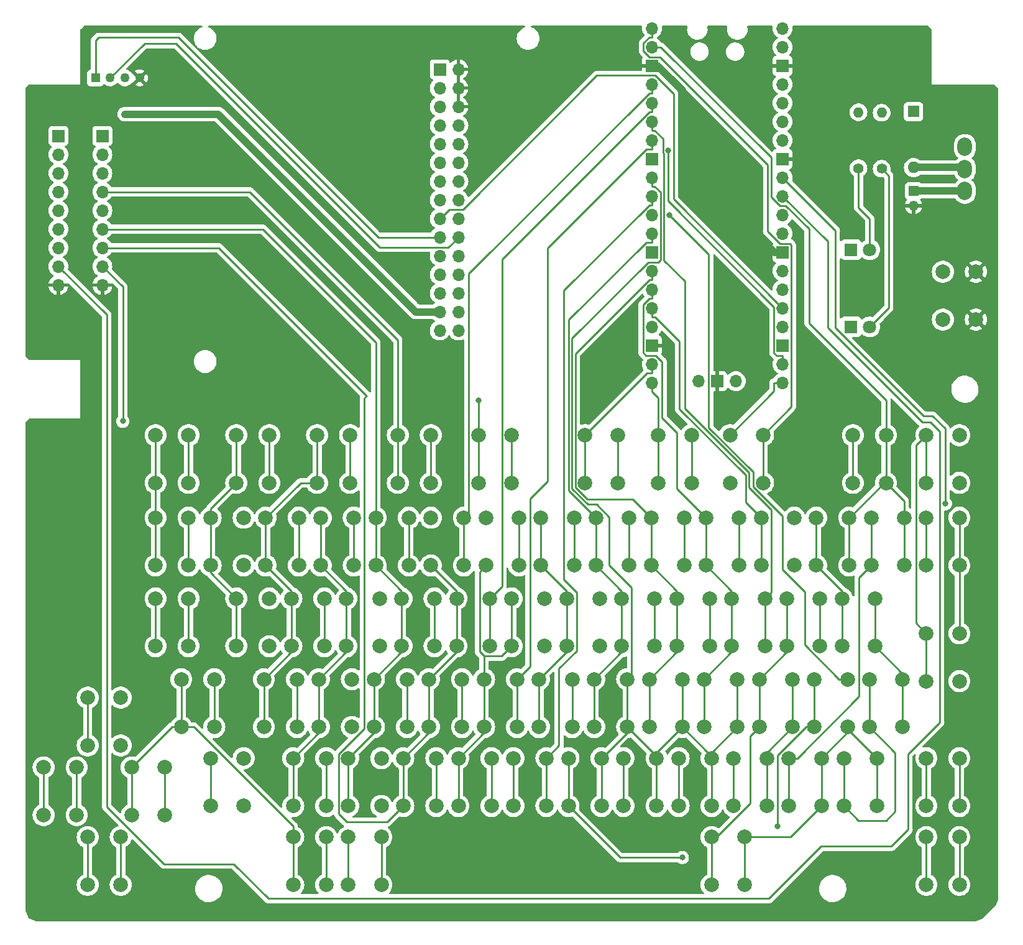
<source format=gbl>
G04 #@! TF.GenerationSoftware,KiCad,Pcbnew,7.0.10*
G04 #@! TF.CreationDate,2024-04-20T09:04:07+09:00*
G04 #@! TF.ProjectId,msx0_keyboard,6d737830-5f6b-4657-9962-6f6172642e6b,rev?*
G04 #@! TF.SameCoordinates,PX30291a0PY2faf080*
G04 #@! TF.FileFunction,Copper,L2,Bot*
G04 #@! TF.FilePolarity,Positive*
%FSLAX46Y46*%
G04 Gerber Fmt 4.6, Leading zero omitted, Abs format (unit mm)*
G04 Created by KiCad (PCBNEW 7.0.10) date 2024-04-20 09:04:07*
%MOMM*%
%LPD*%
G01*
G04 APERTURE LIST*
G04 #@! TA.AperFunction,ComponentPad*
%ADD10C,2.000000*%
G04 #@! TD*
G04 #@! TA.AperFunction,ComponentPad*
%ADD11R,1.800000X1.800000*%
G04 #@! TD*
G04 #@! TA.AperFunction,ComponentPad*
%ADD12C,1.800000*%
G04 #@! TD*
G04 #@! TA.AperFunction,ComponentPad*
%ADD13C,1.400000*%
G04 #@! TD*
G04 #@! TA.AperFunction,ComponentPad*
%ADD14O,1.400000X1.400000*%
G04 #@! TD*
G04 #@! TA.AperFunction,ComponentPad*
%ADD15O,1.700000X1.700000*%
G04 #@! TD*
G04 #@! TA.AperFunction,ComponentPad*
%ADD16R,1.700000X1.700000*%
G04 #@! TD*
G04 #@! TA.AperFunction,ComponentPad*
%ADD17R,1.600000X1.600000*%
G04 #@! TD*
G04 #@! TA.AperFunction,ComponentPad*
%ADD18O,1.600000X1.600000*%
G04 #@! TD*
G04 #@! TA.AperFunction,ComponentPad*
%ADD19O,2.000000X2.500000*%
G04 #@! TD*
G04 #@! TA.AperFunction,ComponentPad*
%ADD20R,1.270000X1.270000*%
G04 #@! TD*
G04 #@! TA.AperFunction,ComponentPad*
%ADD21C,1.270000*%
G04 #@! TD*
G04 #@! TA.AperFunction,ComponentPad*
%ADD22R,1.350000X1.350000*%
G04 #@! TD*
G04 #@! TA.AperFunction,ComponentPad*
%ADD23O,1.350000X1.350000*%
G04 #@! TD*
G04 #@! TA.AperFunction,ViaPad*
%ADD24C,0.800000*%
G04 #@! TD*
G04 #@! TA.AperFunction,Conductor*
%ADD25C,1.000000*%
G04 #@! TD*
G04 #@! TA.AperFunction,Conductor*
%ADD26C,0.250000*%
G04 #@! TD*
G04 APERTURE END LIST*
D10*
X34000000Y-96500000D03*
X34000000Y-90000000D03*
X38500000Y-96500000D03*
X38500000Y-90000000D03*
X10000000Y-99000000D03*
X10000000Y-92500000D03*
X14500000Y-99000000D03*
X14500000Y-92500000D03*
X109000000Y-96500000D03*
X109000000Y-90000000D03*
X113500000Y-96500000D03*
X113500000Y-90000000D03*
D11*
X114000000Y-42000000D03*
D12*
X116540000Y-42000000D03*
D13*
X115006400Y-20408800D03*
D14*
X115006400Y-12788800D03*
D10*
X98000000Y-107250000D03*
X98000000Y-100750000D03*
X102500000Y-107250000D03*
X102500000Y-100750000D03*
X64250000Y-74500000D03*
X64250000Y-68000000D03*
X68750000Y-74500000D03*
X68750000Y-68000000D03*
D15*
X86885000Y-1370000D03*
X86885000Y-3910000D03*
D16*
X86885000Y-6450000D03*
D15*
X86885000Y-8990000D03*
X86885000Y-11530000D03*
X86885000Y-14070000D03*
X86885000Y-16610000D03*
D16*
X86885000Y-19150000D03*
D15*
X86885000Y-21690000D03*
X86885000Y-24230000D03*
X86885000Y-26770000D03*
X86885000Y-29310000D03*
D16*
X86885000Y-31850000D03*
D15*
X86885000Y-34390000D03*
X86885000Y-36930000D03*
X86885000Y-39470000D03*
X86885000Y-42010000D03*
D16*
X86885000Y-44550000D03*
D15*
X86885000Y-47090000D03*
X86885000Y-49630000D03*
X104665000Y-49630000D03*
X104665000Y-47090000D03*
D16*
X104665000Y-44550000D03*
D15*
X104665000Y-42010000D03*
X104665000Y-39470000D03*
X104665000Y-36930000D03*
X104665000Y-34390000D03*
D16*
X104665000Y-31850000D03*
D15*
X104665000Y-29310000D03*
X104665000Y-26770000D03*
X104665000Y-24230000D03*
X104665000Y-21690000D03*
D16*
X104665000Y-19150000D03*
D15*
X104665000Y-16610000D03*
X104665000Y-14070000D03*
X104665000Y-11530000D03*
X104665000Y-8990000D03*
D16*
X104665000Y-6450000D03*
D15*
X104665000Y-3910000D03*
X104665000Y-1370000D03*
X93235000Y-49400000D03*
D16*
X95775000Y-49400000D03*
D15*
X98315000Y-49400000D03*
D13*
X118156000Y-20459600D03*
D14*
X118156000Y-12839600D03*
D10*
X68000000Y-107250000D03*
X68000000Y-100750000D03*
X72500000Y-107250000D03*
X72500000Y-100750000D03*
X124250000Y-107250000D03*
X124250000Y-100750000D03*
X128750000Y-107250000D03*
X128750000Y-100750000D03*
X124250000Y-74500000D03*
X124250000Y-68000000D03*
X128750000Y-74500000D03*
X128750000Y-68000000D03*
X95000000Y-118000000D03*
X95000000Y-111500000D03*
X99500000Y-118000000D03*
X99500000Y-111500000D03*
X90250000Y-85500000D03*
X90250000Y-79000000D03*
X94750000Y-85500000D03*
X94750000Y-79000000D03*
D16*
X12000000Y-16000000D03*
D15*
X12000000Y-18540000D03*
X12000000Y-21080000D03*
X12000000Y-23620000D03*
X12000000Y-26160000D03*
X12000000Y-28700000D03*
X12000000Y-31240000D03*
X12000000Y-33780000D03*
X12000000Y-36320000D03*
D10*
X41500000Y-96500000D03*
X41500000Y-90000000D03*
X46000000Y-96500000D03*
X46000000Y-90000000D03*
X101500000Y-96500000D03*
X101500000Y-90000000D03*
X106000000Y-96500000D03*
X106000000Y-90000000D03*
X41750000Y-74500000D03*
X41750000Y-68000000D03*
X46250000Y-74500000D03*
X46250000Y-68000000D03*
X56500000Y-96500000D03*
X56500000Y-90000000D03*
X61000000Y-96500000D03*
X61000000Y-90000000D03*
X45250000Y-85500000D03*
X45250000Y-79000000D03*
X49750000Y-85500000D03*
X49750000Y-79000000D03*
X41250000Y-63250000D03*
X41250000Y-56750000D03*
X45750000Y-63250000D03*
X45750000Y-56750000D03*
X26750000Y-74500000D03*
X26750000Y-68000000D03*
X31250000Y-74500000D03*
X31250000Y-68000000D03*
D17*
X122500000Y-12690000D03*
D18*
X122500000Y-20310000D03*
D10*
X124250000Y-118000000D03*
X124250000Y-111500000D03*
X128750000Y-118000000D03*
X128750000Y-111500000D03*
X112750000Y-85500000D03*
X112750000Y-79000000D03*
X117250000Y-85500000D03*
X117250000Y-79000000D03*
X75250000Y-85500000D03*
X75250000Y-79000000D03*
X79750000Y-85500000D03*
X79750000Y-79000000D03*
X37750000Y-85500000D03*
X37750000Y-79000000D03*
X42250000Y-85500000D03*
X42250000Y-79000000D03*
X116500000Y-96500000D03*
X116500000Y-90000000D03*
X121000000Y-96500000D03*
X121000000Y-90000000D03*
X126500000Y-41000000D03*
X126500000Y-34500000D03*
X131000000Y-41000000D03*
X131000000Y-34500000D03*
X114250000Y-63250000D03*
X114250000Y-56750000D03*
X118750000Y-63250000D03*
X118750000Y-56750000D03*
X26750000Y-107250000D03*
X26750000Y-100750000D03*
X31250000Y-107250000D03*
X31250000Y-100750000D03*
X10000000Y-118000000D03*
X10000000Y-111500000D03*
X14500000Y-118000000D03*
X14500000Y-111500000D03*
X124250000Y-63250000D03*
X124250000Y-56750000D03*
X128750000Y-63250000D03*
X128750000Y-56750000D03*
X90500000Y-107250000D03*
X90500000Y-100750000D03*
X95000000Y-107250000D03*
X95000000Y-100750000D03*
X71750000Y-74500000D03*
X71750000Y-68000000D03*
X76250000Y-74500000D03*
X76250000Y-68000000D03*
X19250000Y-85500000D03*
X19250000Y-79000000D03*
X23750000Y-85500000D03*
X23750000Y-79000000D03*
X22750000Y-96500000D03*
X22750000Y-90000000D03*
X27250000Y-96500000D03*
X27250000Y-90000000D03*
X45500000Y-107250000D03*
X45500000Y-100750000D03*
X50000000Y-107250000D03*
X50000000Y-100750000D03*
X38000000Y-107250000D03*
X38000000Y-100750000D03*
X42500000Y-107250000D03*
X42500000Y-100750000D03*
D19*
X129500000Y-23500000D03*
X129500000Y-20500000D03*
X129500000Y-17500000D03*
D10*
X77750000Y-63250000D03*
X77750000Y-56750000D03*
X82250000Y-63250000D03*
X82250000Y-56750000D03*
X63250000Y-63250000D03*
X63250000Y-56750000D03*
X67750000Y-63250000D03*
X67750000Y-56750000D03*
X86750000Y-74500000D03*
X86750000Y-68000000D03*
X91250000Y-74500000D03*
X91250000Y-68000000D03*
D16*
X57960000Y-6940000D03*
D15*
X60500000Y-6940000D03*
X57960000Y-9480000D03*
X60500000Y-9480000D03*
X57960000Y-12020000D03*
X60500000Y-12020000D03*
X57960000Y-14560000D03*
X60500000Y-14560000D03*
X57960000Y-17100000D03*
X60500000Y-17100000D03*
X57960000Y-19640000D03*
X60500000Y-19640000D03*
X57960000Y-22180000D03*
X60500000Y-22180000D03*
X57960000Y-24720000D03*
X60500000Y-24720000D03*
X57960000Y-27260000D03*
X60500000Y-27260000D03*
X57960000Y-29800000D03*
X60500000Y-29800000D03*
X57960000Y-32340000D03*
X60500000Y-32340000D03*
X57960000Y-34880000D03*
X60500000Y-34880000D03*
X57960000Y-37420000D03*
X60500000Y-37420000D03*
X57960000Y-39960000D03*
X60500000Y-39960000D03*
X57960000Y-42500000D03*
X60500000Y-42500000D03*
D10*
X52250000Y-63250000D03*
X52250000Y-56750000D03*
X56750000Y-63250000D03*
X56750000Y-56750000D03*
X87750000Y-63250000D03*
X87750000Y-56750000D03*
X92250000Y-63250000D03*
X92250000Y-56750000D03*
X83000000Y-107250000D03*
X83000000Y-100750000D03*
X87500000Y-107250000D03*
X87500000Y-100750000D03*
X94000000Y-96500000D03*
X94000000Y-90000000D03*
X98500000Y-96500000D03*
X98500000Y-90000000D03*
X109250000Y-74500000D03*
X109250000Y-68000000D03*
X113750000Y-74500000D03*
X113750000Y-68000000D03*
X19250000Y-63250000D03*
X19250000Y-56750000D03*
X23750000Y-63250000D03*
X23750000Y-56750000D03*
D16*
X6000000Y-16000000D03*
D15*
X6000000Y-18540000D03*
X6000000Y-21080000D03*
X6000000Y-23620000D03*
X6000000Y-26160000D03*
X6000000Y-28700000D03*
X6000000Y-31240000D03*
X6000000Y-33780000D03*
X6000000Y-36320000D03*
D10*
X38000000Y-118000000D03*
X38000000Y-111500000D03*
X42500000Y-118000000D03*
X42500000Y-111500000D03*
X30250000Y-63250000D03*
X30250000Y-56750000D03*
X34750000Y-63250000D03*
X34750000Y-56750000D03*
X67750000Y-85500000D03*
X67750000Y-79000000D03*
X72250000Y-85500000D03*
X72250000Y-79000000D03*
X105250000Y-85500000D03*
X105250000Y-79000000D03*
X109750000Y-85500000D03*
X109750000Y-79000000D03*
D20*
X11069600Y-8115200D03*
D21*
X13071120Y-8115080D03*
X15067560Y-8115080D03*
X17069080Y-8115080D03*
D10*
X101750000Y-74500000D03*
X101750000Y-68000000D03*
X106250000Y-74500000D03*
X106250000Y-68000000D03*
D11*
X114000000Y-31500000D03*
D12*
X116540000Y-31500000D03*
D10*
X105500000Y-107250000D03*
X105500000Y-100750000D03*
X110000000Y-107250000D03*
X110000000Y-100750000D03*
X94250000Y-74500000D03*
X94250000Y-68000000D03*
X98750000Y-74500000D03*
X98750000Y-68000000D03*
X79000000Y-96500000D03*
X79000000Y-90000000D03*
X83500000Y-96500000D03*
X83500000Y-90000000D03*
X34250000Y-74500000D03*
X34250000Y-68000000D03*
X38750000Y-74500000D03*
X38750000Y-68000000D03*
X71500000Y-96500000D03*
X71500000Y-90000000D03*
X76000000Y-96500000D03*
X76000000Y-90000000D03*
D22*
X122500000Y-23500000D03*
D23*
X122500000Y-25500000D03*
D10*
X79250000Y-74500000D03*
X79250000Y-68000000D03*
X83750000Y-74500000D03*
X83750000Y-68000000D03*
X64000000Y-96500000D03*
X64000000Y-90000000D03*
X68500000Y-96500000D03*
X68500000Y-90000000D03*
X113000000Y-107250000D03*
X113000000Y-100750000D03*
X117500000Y-107250000D03*
X117500000Y-100750000D03*
X19250000Y-74500000D03*
X19250000Y-68000000D03*
X23750000Y-74500000D03*
X23750000Y-68000000D03*
X52750000Y-85500000D03*
X52750000Y-79000000D03*
X57250000Y-85500000D03*
X57250000Y-79000000D03*
X16000000Y-108500000D03*
X16000000Y-102000000D03*
X20500000Y-108500000D03*
X20500000Y-102000000D03*
X75500000Y-107250000D03*
X75500000Y-100750000D03*
X80000000Y-107250000D03*
X80000000Y-100750000D03*
X53000000Y-107250000D03*
X53000000Y-100750000D03*
X57500000Y-107250000D03*
X57500000Y-100750000D03*
X45500000Y-118000000D03*
X45500000Y-111500000D03*
X50000000Y-118000000D03*
X50000000Y-111500000D03*
X56750000Y-74500000D03*
X56750000Y-68000000D03*
X61250000Y-74500000D03*
X61250000Y-68000000D03*
X97750000Y-85500000D03*
X97750000Y-79000000D03*
X102250000Y-85500000D03*
X102250000Y-79000000D03*
X49250000Y-74500000D03*
X49250000Y-68000000D03*
X53750000Y-74500000D03*
X53750000Y-68000000D03*
X116750000Y-74500000D03*
X116750000Y-68000000D03*
X121250000Y-74500000D03*
X121250000Y-68000000D03*
X60500000Y-107250000D03*
X60500000Y-100750000D03*
X65000000Y-107250000D03*
X65000000Y-100750000D03*
X82750000Y-85500000D03*
X82750000Y-79000000D03*
X87250000Y-85500000D03*
X87250000Y-79000000D03*
X4000000Y-108500000D03*
X4000000Y-102000000D03*
X8500000Y-108500000D03*
X8500000Y-102000000D03*
X86500000Y-96500000D03*
X86500000Y-90000000D03*
X91000000Y-96500000D03*
X91000000Y-90000000D03*
X49000000Y-96500000D03*
X49000000Y-90000000D03*
X53500000Y-96500000D03*
X53500000Y-90000000D03*
X30250000Y-85500000D03*
X30250000Y-79000000D03*
X34750000Y-85500000D03*
X34750000Y-79000000D03*
X60250000Y-85500000D03*
X60250000Y-79000000D03*
X64750000Y-85500000D03*
X64750000Y-79000000D03*
X97500000Y-63250000D03*
X97500000Y-56750000D03*
X102000000Y-63250000D03*
X102000000Y-56750000D03*
X124250000Y-90250000D03*
X124250000Y-83750000D03*
X128750000Y-90250000D03*
X128750000Y-83750000D03*
D24*
X63000000Y-22000000D03*
X55468800Y-37782400D03*
X131500000Y-120500000D03*
X116500000Y-51500000D03*
X66441600Y-118452800D03*
X123500000Y-2500000D03*
X3000000Y-45000000D03*
X119500000Y-7000000D03*
X110000000Y-2000000D03*
X105000000Y-63500000D03*
X110993200Y-22898000D03*
X121500000Y-56500000D03*
X80500000Y-44500000D03*
X55418000Y-32651600D03*
X112974400Y-48348800D03*
X3000000Y-56000000D03*
X78000000Y-47500000D03*
X66441600Y-121145200D03*
X50744400Y-44335600D03*
X65500000Y-2500000D03*
X78500000Y-6500000D03*
X117381000Y-25709904D03*
X3000000Y-10500000D03*
X20264400Y-4965600D03*
X3000000Y-120500000D03*
X46528000Y-44284800D03*
X96000000Y-34000000D03*
X54554400Y-44335600D03*
X55367200Y-28282800D03*
X45000000Y-10500000D03*
X131500000Y-11500000D03*
X89090400Y-17993700D03*
X15067560Y-13042800D03*
X63250000Y-52029400D03*
X104000000Y-110000000D03*
X91000000Y-114274200D03*
X89253400Y-26770000D03*
X126855800Y-66078000D03*
X14778000Y-54851200D03*
D25*
X122500000Y-23500000D02*
X129500000Y-23500000D01*
X87667500Y-6450000D02*
X91000000Y-9782500D01*
X103565000Y-31850000D02*
X91000000Y-19285000D01*
X86885000Y-6450000D02*
X87667500Y-6450000D01*
X104665000Y-31850000D02*
X103565000Y-31850000D01*
X91000000Y-19285000D02*
X91000000Y-10135900D01*
X91000000Y-9782500D02*
X91000000Y-10135900D01*
X122500000Y-20310000D02*
X129310000Y-20310000D01*
D26*
X103489900Y-45547700D02*
X103489900Y-39285000D01*
X89090400Y-24885500D02*
X89090400Y-17993700D01*
X104665000Y-45914900D02*
X103857100Y-45914900D01*
X104665000Y-47090000D02*
X104665000Y-45914900D01*
X103489900Y-39285000D02*
X89090400Y-24885500D01*
X103857100Y-45914900D02*
X103489900Y-45547700D01*
X89815500Y-24620500D02*
X89815500Y-10258500D01*
X59230000Y-25990000D02*
X57960000Y-27260000D01*
X89815500Y-10258500D02*
X87329800Y-7772800D01*
X104665000Y-39470000D02*
X89815500Y-24620500D01*
X79347200Y-7772800D02*
X61130000Y-25990000D01*
X61130000Y-25990000D02*
X59230000Y-25990000D01*
X87329800Y-7772800D02*
X79347200Y-7772800D01*
X11069600Y-8115200D02*
X11069600Y-2984400D01*
X11476000Y-2578000D02*
X22381122Y-2578000D01*
X22381122Y-2578000D02*
X49603122Y-29800000D01*
X11069600Y-2984400D02*
X11476000Y-2578000D01*
X49603122Y-29800000D02*
X57960000Y-29800000D01*
X17744600Y-3441600D02*
X13071120Y-8115080D01*
X60500000Y-29800000D02*
X59135000Y-31165000D01*
X49765800Y-31165000D02*
X22042400Y-3441600D01*
X59135000Y-31165000D02*
X49765800Y-31165000D01*
X22042400Y-3441600D02*
X17744600Y-3441600D01*
D25*
X27782800Y-13042800D02*
X15067560Y-13042800D01*
X57960000Y-39960000D02*
X54700000Y-39960000D01*
X54700000Y-39960000D02*
X27782800Y-13042800D01*
D26*
X79000000Y-90000000D02*
X79000000Y-96500000D01*
X79250000Y-68000000D02*
X79250000Y-74500000D01*
X82750000Y-79000000D02*
X82750000Y-85500000D01*
X4000000Y-102000000D02*
X4000000Y-108500000D01*
X79250000Y-68000000D02*
X75515700Y-64265700D01*
X75515700Y-41046500D02*
X86077100Y-30485100D01*
X82750000Y-78000000D02*
X79250000Y-74500000D01*
X75515700Y-64265700D02*
X75515700Y-41046500D01*
X19250000Y-56750000D02*
X19250000Y-63250000D01*
X86885000Y-29310000D02*
X86885000Y-30485100D01*
X82750000Y-86250000D02*
X79000000Y-90000000D01*
X86077100Y-30485100D02*
X86885000Y-30485100D01*
X82750000Y-79000000D02*
X82750000Y-78000000D01*
X10000000Y-92500000D02*
X10000000Y-99000000D01*
X10000000Y-111500000D02*
X10000000Y-118000000D01*
X19250000Y-63250000D02*
X19250000Y-68000000D01*
X19250000Y-68000000D02*
X19250000Y-74500000D01*
X19250000Y-79000000D02*
X19250000Y-85500000D01*
X87931300Y-5274800D02*
X102611200Y-19954700D01*
X105853700Y-30874100D02*
X105853700Y-52896300D01*
X92250000Y-56750000D02*
X92250000Y-63250000D01*
X102611200Y-28980400D02*
X104305600Y-30674800D01*
X85700900Y-3362000D02*
X85700900Y-4401500D01*
X67750000Y-56750000D02*
X67750000Y-63250000D01*
X86885000Y-1370000D02*
X86885000Y-2545100D01*
X105654400Y-30674800D02*
X105853700Y-30874100D01*
X86885000Y-2545100D02*
X86517800Y-2545100D01*
X105853700Y-52896300D02*
X102000000Y-56750000D01*
X102611200Y-19954700D02*
X102611200Y-28980400D01*
X102000000Y-56750000D02*
X102000000Y-63250000D01*
X85700900Y-4401500D02*
X86574200Y-5274800D01*
X56750000Y-56750000D02*
X56750000Y-63250000D01*
X104305600Y-30674800D02*
X105654400Y-30674800D01*
X23750000Y-56750000D02*
X23750000Y-63250000D01*
X86517800Y-2545100D02*
X85700900Y-3362000D01*
X86574200Y-5274800D02*
X87931300Y-5274800D01*
X45750000Y-56750000D02*
X45750000Y-63250000D01*
X34750000Y-56750000D02*
X34750000Y-63250000D01*
X82250000Y-56750000D02*
X82250000Y-63250000D01*
X38000000Y-110035400D02*
X38000000Y-111500000D01*
X86750000Y-74500000D02*
X90250000Y-78000000D01*
X16000000Y-102000000D02*
X21500000Y-96500000D01*
X86750000Y-68000000D02*
X84250900Y-65500900D01*
X30250000Y-79000000D02*
X26750000Y-75500000D01*
X38000000Y-118000000D02*
X38000000Y-111500000D01*
X21500000Y-96500000D02*
X22750000Y-96500000D01*
X90250000Y-79000000D02*
X90250000Y-85500000D01*
X26750000Y-66750000D02*
X26750000Y-68000000D01*
X86750000Y-68000000D02*
X86750000Y-74500000D01*
X90250000Y-78000000D02*
X90250000Y-79000000D01*
X30250000Y-63250000D02*
X26750000Y-66750000D01*
X76415900Y-45667000D02*
X86517800Y-35565100D01*
X22750000Y-96500000D02*
X24464600Y-96500000D01*
X76415900Y-63836500D02*
X76415900Y-45667000D01*
X84250900Y-65500900D02*
X78080300Y-65500900D01*
X26750000Y-75500000D02*
X26750000Y-74500000D01*
X26750000Y-68000000D02*
X26750000Y-74500000D01*
X86517800Y-35565100D02*
X86885000Y-35565100D01*
X30250000Y-79000000D02*
X30250000Y-85500000D01*
X86500000Y-90000000D02*
X90250000Y-86250000D01*
X86885000Y-34390000D02*
X86885000Y-35565100D01*
X30250000Y-56750000D02*
X30250000Y-63250000D01*
X22750000Y-90000000D02*
X22750000Y-96500000D01*
X78080300Y-65500900D02*
X76415900Y-63836500D01*
X86500000Y-96500000D02*
X86500000Y-90000000D01*
X24464600Y-96500000D02*
X38000000Y-110035400D01*
X16000000Y-108500000D02*
X16000000Y-102000000D01*
X97750000Y-79000000D02*
X97750000Y-85500000D01*
X94250000Y-68000000D02*
X90261000Y-64011000D01*
X94250000Y-68000000D02*
X94250000Y-74500000D01*
X97750000Y-79000000D02*
X97750000Y-78000000D01*
X34000000Y-90000000D02*
X34000000Y-96500000D01*
X45500000Y-111500000D02*
X45500000Y-118000000D01*
X37750000Y-78000000D02*
X37750000Y-79000000D01*
X88262000Y-54412100D02*
X88262000Y-46754300D01*
X34250000Y-68000000D02*
X34250000Y-74500000D01*
X97750000Y-78000000D02*
X94250000Y-74500000D01*
X86030600Y-45901800D02*
X85647800Y-45519000D01*
X86885000Y-36930000D02*
X86885000Y-38105100D01*
X124250000Y-100750000D02*
X124250000Y-107250000D01*
X85647800Y-45519000D02*
X85647800Y-38977000D01*
X39000000Y-63250000D02*
X34250000Y-68000000D01*
X37750000Y-79000000D02*
X37750000Y-85500000D01*
X85647800Y-38977000D02*
X86519700Y-38105100D01*
X41250000Y-56750000D02*
X41250000Y-63250000D01*
X26750000Y-100750000D02*
X26750000Y-107250000D01*
X94000000Y-90000000D02*
X94000000Y-96500000D01*
X88262000Y-46754300D02*
X87409500Y-45901800D01*
X37750000Y-86250000D02*
X34000000Y-90000000D01*
X97750000Y-86250000D02*
X94000000Y-90000000D01*
X90261000Y-64011000D02*
X90261000Y-56411100D01*
X86519700Y-38105100D02*
X86885000Y-38105100D01*
X90261000Y-56411100D02*
X88262000Y-54412100D01*
X87409500Y-45901800D02*
X86030600Y-45901800D01*
X34250000Y-74500000D02*
X37750000Y-78000000D01*
X41250000Y-63250000D02*
X39000000Y-63250000D01*
X100250000Y-106894100D02*
X100250000Y-97750000D01*
X105250000Y-86250000D02*
X101500000Y-90000000D01*
X90609800Y-44002700D02*
X90609800Y-53202900D01*
X45250000Y-79000000D02*
X45250000Y-85500000D01*
X32060800Y-23620000D02*
X52250000Y-43809200D01*
X41500000Y-90000000D02*
X41500000Y-96500000D01*
X95644100Y-111500000D02*
X100250000Y-106894100D01*
X90609800Y-53202900D02*
X99625200Y-62218300D01*
X86885000Y-39470000D02*
X86885000Y-40645100D01*
X45250000Y-86250000D02*
X41500000Y-90000000D01*
X100250000Y-97750000D02*
X101500000Y-96500000D01*
X99625200Y-62218300D02*
X99625200Y-65875200D01*
X101750000Y-68000000D02*
X101750000Y-74500000D01*
X45250000Y-78000000D02*
X41750000Y-74500000D01*
X95000000Y-111500000D02*
X95000000Y-118000000D01*
X101500000Y-90000000D02*
X101500000Y-96500000D01*
X52250000Y-43809200D02*
X52250000Y-56750000D01*
X105250000Y-79000000D02*
X105250000Y-85500000D01*
X41750000Y-68000000D02*
X41750000Y-74500000D01*
X52250000Y-56750000D02*
X52250000Y-63250000D01*
X45250000Y-79000000D02*
X45250000Y-78000000D01*
X87252200Y-40645100D02*
X90609800Y-44002700D01*
X38000000Y-107250000D02*
X38000000Y-100750000D01*
X86885000Y-40645100D02*
X87252200Y-40645100D01*
X12000000Y-23620000D02*
X32060800Y-23620000D01*
X38000000Y-100750000D02*
X41500000Y-97250000D01*
X99625200Y-65875200D02*
X101750000Y-68000000D01*
X109250000Y-74500000D02*
X112750000Y-78000000D01*
X49000000Y-90000000D02*
X49000000Y-96500000D01*
X63250000Y-56750000D02*
X63250000Y-52029400D01*
X52750000Y-79000000D02*
X52750000Y-85500000D01*
X109250000Y-68000000D02*
X109250000Y-74500000D01*
X112750000Y-78000000D02*
X112750000Y-79000000D01*
X49000000Y-97250000D02*
X45500000Y-100750000D01*
X98000000Y-100750000D02*
X98000000Y-107250000D01*
X124250000Y-111500000D02*
X124250000Y-118000000D01*
X112750000Y-79000000D02*
X112750000Y-85500000D01*
X49250000Y-44111200D02*
X49250000Y-68000000D01*
X12000000Y-28700000D02*
X33838800Y-28700000D01*
X33838800Y-28700000D02*
X49250000Y-44111200D01*
X49250000Y-68000000D02*
X49250000Y-74500000D01*
X63250000Y-56750000D02*
X63250000Y-63250000D01*
X49250000Y-74500000D02*
X52750000Y-78000000D01*
X45500000Y-100750000D02*
X45500000Y-107250000D01*
X52750000Y-78000000D02*
X52750000Y-79000000D01*
X52750000Y-86250000D02*
X49000000Y-90000000D01*
X45308800Y-109461200D02*
X50788800Y-109461200D01*
X47675000Y-51723000D02*
X47675000Y-96701167D01*
X53000000Y-100750000D02*
X56500000Y-97250000D01*
X60250000Y-78000000D02*
X56750000Y-74500000D01*
X50788800Y-109461200D02*
X53000000Y-107250000D01*
X105500000Y-100750000D02*
X106671900Y-100750000D01*
X48001200Y-51396800D02*
X47675000Y-51723000D01*
X86234900Y-48265100D02*
X77750000Y-56750000D01*
X105500000Y-107250000D02*
X105500000Y-100750000D01*
X60250000Y-79000000D02*
X60250000Y-78000000D01*
X44175000Y-100201167D02*
X44175000Y-108327400D01*
X86885000Y-47090000D02*
X86885000Y-48265100D01*
X56500000Y-90000000D02*
X56500000Y-96500000D01*
X53000000Y-107250000D02*
X53000000Y-100750000D01*
X60250000Y-79000000D02*
X60250000Y-85500000D01*
X90500000Y-100750000D02*
X90500000Y-107250000D01*
X27844400Y-31240000D02*
X48001200Y-51396800D01*
X124250000Y-68000000D02*
X124250000Y-74500000D01*
X44175000Y-108327400D02*
X45308800Y-109461200D01*
X60250000Y-86250000D02*
X56500000Y-90000000D01*
X115075200Y-76174800D02*
X116750000Y-74500000D01*
X12000000Y-31240000D02*
X27844400Y-31240000D01*
X86885000Y-48265100D02*
X86234900Y-48265100D01*
X115075200Y-92346700D02*
X115075200Y-76174800D01*
X106671900Y-100750000D02*
X115075200Y-92346700D01*
X77750000Y-56750000D02*
X77750000Y-63250000D01*
X47675000Y-96701167D02*
X44175000Y-100201167D01*
X116750000Y-68000000D02*
X116750000Y-74500000D01*
X60500000Y-100750000D02*
X64000000Y-97250000D01*
X83000000Y-100750000D02*
X83000000Y-107250000D01*
X86885000Y-49630000D02*
X86885000Y-50805100D01*
X115000000Y-109250000D02*
X118750000Y-109250000D01*
X64000000Y-90000000D02*
X64000000Y-86861400D01*
X66388600Y-86861400D02*
X67750000Y-85500000D01*
X114250000Y-56750000D02*
X114250000Y-63250000D01*
X120000000Y-100000000D02*
X116500000Y-96500000D01*
X64000000Y-86861400D02*
X66388600Y-86861400D01*
X64000000Y-96500000D02*
X64000000Y-90000000D01*
X113000000Y-107250000D02*
X115000000Y-109250000D01*
X118750000Y-109250000D02*
X120000000Y-108000000D01*
X64250000Y-74500000D02*
X63376600Y-75373400D01*
X86885000Y-50805100D02*
X87750000Y-51670100D01*
X63376600Y-75373400D02*
X63376600Y-86238000D01*
X120000000Y-108000000D02*
X120000000Y-100000000D01*
X67750000Y-79000000D02*
X67750000Y-85500000D01*
X113000000Y-100750000D02*
X113000000Y-107250000D01*
X87750000Y-56750000D02*
X87750000Y-63250000D01*
X60500000Y-107250000D02*
X60500000Y-100750000D01*
X116500000Y-90000000D02*
X116500000Y-96500000D01*
X87750000Y-51670100D02*
X87750000Y-56750000D01*
X63376600Y-86238000D02*
X64000000Y-86861400D01*
X75250000Y-78000000D02*
X75250000Y-79000000D01*
X122843700Y-82343700D02*
X124250000Y-83750000D01*
X107876167Y-96500000D02*
X104000000Y-100376167D01*
X82524200Y-114274200D02*
X91000000Y-114274200D01*
X124250000Y-56750000D02*
X122843700Y-58156300D01*
X109000000Y-90000000D02*
X109000000Y-96500000D01*
X103489900Y-49630000D02*
X103489900Y-50760100D01*
X104665000Y-49630000D02*
X103489900Y-49630000D01*
X71750000Y-68000000D02*
X71750000Y-74500000D01*
X75250000Y-79000000D02*
X75250000Y-85500000D01*
X75500000Y-107250000D02*
X82524200Y-114274200D01*
X124250000Y-83750000D02*
X124250000Y-90250000D01*
X71750000Y-74500000D02*
X75250000Y-78000000D01*
X68000000Y-100750000D02*
X68000000Y-107250000D01*
X109000000Y-96500000D02*
X107876167Y-96500000D01*
X75500000Y-100750000D02*
X75500000Y-107250000D01*
X103489900Y-50760100D02*
X97500000Y-56750000D01*
X104000000Y-100376167D02*
X104000000Y-110000000D01*
X71500000Y-96500000D02*
X71500000Y-90000000D01*
X71500000Y-90000000D02*
X75250000Y-86250000D01*
X122843700Y-58156300D02*
X122843700Y-82343700D01*
X124250000Y-63250000D02*
X124250000Y-56750000D01*
X104272600Y-25500000D02*
X105077500Y-25500000D01*
X121250000Y-68000000D02*
X121250000Y-65750000D01*
X113750000Y-68000000D02*
X118500000Y-63250000D01*
X113750000Y-74500000D02*
X113750000Y-68000000D01*
X88060100Y-3910000D02*
X103096300Y-18946200D01*
X121250000Y-74500000D02*
X121250000Y-68000000D01*
X103096300Y-24323700D02*
X104272600Y-25500000D01*
X108250000Y-41500000D02*
X118750000Y-52000000D01*
X83750000Y-68000000D02*
X83750000Y-74500000D01*
X118750000Y-52000000D02*
X118750000Y-56750000D01*
X103096300Y-18946200D02*
X103096300Y-24323700D01*
X118750000Y-56750000D02*
X118750000Y-63250000D01*
X86885000Y-3910000D02*
X88060100Y-3910000D01*
X108250000Y-28672500D02*
X108250000Y-41500000D01*
X105077500Y-25500000D02*
X108250000Y-28672500D01*
X98750000Y-68000000D02*
X98750000Y-74500000D01*
X121250000Y-65750000D02*
X118750000Y-63250000D01*
X91250000Y-68000000D02*
X91250000Y-74500000D01*
X46250000Y-68000000D02*
X46250000Y-74500000D01*
X76250000Y-68000000D02*
X76250000Y-74500000D01*
X23750000Y-68000000D02*
X23750000Y-74500000D01*
X86885000Y-8990000D02*
X86885000Y-10165100D01*
X61250000Y-68000000D02*
X61250000Y-74500000D01*
X68750000Y-68000000D02*
X68750000Y-74500000D01*
X53750000Y-68000000D02*
X53750000Y-74500000D01*
X61250000Y-68000000D02*
X61924800Y-67325200D01*
X86517800Y-10165100D02*
X86885000Y-10165100D01*
X61924800Y-67325200D02*
X61924800Y-34758100D01*
X38750000Y-68000000D02*
X38750000Y-74500000D01*
X61924800Y-34758100D02*
X86517800Y-10165100D01*
X88365300Y-16406300D02*
X88365300Y-18294000D01*
X128750000Y-83750000D02*
X128750000Y-74500000D01*
X100075300Y-61840700D02*
X100075300Y-63914500D01*
X100075300Y-63914500D02*
X103087400Y-66926600D01*
X88510200Y-32972300D02*
X91335000Y-35797100D01*
X94750000Y-79000000D02*
X94750000Y-85500000D01*
X91335000Y-53100400D02*
X100075300Y-61840700D01*
X121000000Y-89250000D02*
X117250000Y-85500000D01*
X86885000Y-15245100D02*
X87204100Y-15245100D01*
X109750000Y-85500000D02*
X109750000Y-79000000D01*
X117250000Y-79000000D02*
X117250000Y-85500000D01*
X121000000Y-96500000D02*
X121000000Y-90000000D01*
X87204100Y-15245100D02*
X88365300Y-16406300D01*
X102250000Y-79000000D02*
X102250000Y-85500000D01*
X88510200Y-18438900D02*
X88510200Y-32972300D01*
X128750000Y-68000000D02*
X128750000Y-74500000D01*
X103087400Y-66926600D02*
X103087400Y-78162600D01*
X103087400Y-78162600D02*
X102250000Y-79000000D01*
X87250000Y-79000000D02*
X87250000Y-85500000D01*
X86885000Y-14070000D02*
X86885000Y-15245100D01*
X91335000Y-35797100D02*
X91335000Y-53100400D01*
X88365300Y-18294000D02*
X88510200Y-18438900D01*
X86517800Y-12705100D02*
X66424700Y-32798200D01*
X23750000Y-79000000D02*
X23750000Y-85500000D01*
X86885000Y-11530000D02*
X86885000Y-12705100D01*
X57250000Y-79000000D02*
X57250000Y-85500000D01*
X64750000Y-79000000D02*
X64750000Y-85500000D01*
X66424700Y-77325300D02*
X64750000Y-79000000D01*
X42250000Y-79000000D02*
X42250000Y-85500000D01*
X86885000Y-12705100D02*
X86517800Y-12705100D01*
X66424700Y-32798200D02*
X66424700Y-77325300D01*
X70250000Y-88250000D02*
X68500000Y-90000000D01*
X27250000Y-90000000D02*
X27250000Y-96500000D01*
X38500000Y-90000000D02*
X38500000Y-96500000D01*
X86885000Y-16610000D02*
X86885000Y-17785100D01*
X72624800Y-31237400D02*
X72624800Y-63039800D01*
X72624800Y-63039800D02*
X70250000Y-65414600D01*
X61000000Y-90000000D02*
X61000000Y-96500000D01*
X68500000Y-90000000D02*
X68500000Y-96500000D01*
X70250000Y-65414600D02*
X70250000Y-88250000D01*
X86885000Y-17785100D02*
X86077100Y-17785100D01*
X76000000Y-90000000D02*
X76000000Y-96500000D01*
X53500000Y-90000000D02*
X53500000Y-96500000D01*
X86077100Y-17785100D02*
X72624800Y-31237400D01*
X95000000Y-100750000D02*
X95000000Y-107250000D01*
X86885000Y-21690000D02*
X86885000Y-22865100D01*
X87500000Y-100750000D02*
X87500000Y-107250000D01*
X75965800Y-64023000D02*
X75965800Y-43580300D01*
X91000000Y-90000000D02*
X91000000Y-96500000D01*
X106000000Y-96500000D02*
X102500000Y-100000000D01*
X81067900Y-67921700D02*
X79322200Y-66176000D01*
X78118800Y-66176000D02*
X75965800Y-64023000D01*
X88060100Y-23675000D02*
X87250200Y-22865100D01*
X75965800Y-43580300D02*
X86358500Y-33187600D01*
X87742100Y-33187600D02*
X88060100Y-32869600D01*
X79322200Y-66176000D02*
X78118800Y-66176000D01*
X80000000Y-107250000D02*
X80000000Y-100750000D01*
X102500000Y-100750000D02*
X102500000Y-107250000D01*
X98500000Y-96500000D02*
X95000000Y-100000000D01*
X83500000Y-90000000D02*
X83500000Y-96500000D01*
X83875000Y-96875000D02*
X80000000Y-100750000D01*
X88060100Y-32869600D02*
X88060100Y-23675000D01*
X91000000Y-96500000D02*
X87500000Y-100000000D01*
X91000000Y-96500000D02*
X94500000Y-100000000D01*
X81067900Y-74443700D02*
X81067900Y-67921700D01*
X87000000Y-100000000D02*
X87500000Y-100000000D01*
X94500000Y-100000000D02*
X95000000Y-100000000D01*
X86358500Y-33187600D02*
X87742100Y-33187600D01*
X83875000Y-96875000D02*
X87000000Y-100000000D01*
X87250200Y-22865100D02*
X86885000Y-22865100D01*
X98500000Y-90000000D02*
X98500000Y-96500000D01*
X84108500Y-77484300D02*
X81067900Y-74443700D01*
X106000000Y-90000000D02*
X106000000Y-96500000D01*
X84108500Y-89391500D02*
X84108500Y-77484300D01*
X112374500Y-90000000D02*
X107699400Y-85324900D01*
X128750000Y-111500000D02*
X128750000Y-118000000D01*
X100660600Y-61789300D02*
X94599800Y-55728500D01*
X50000000Y-111500000D02*
X50000000Y-118000000D01*
X110000000Y-100750000D02*
X113750000Y-97000000D01*
X107699400Y-78107000D02*
X104640700Y-75048300D01*
X100660600Y-63784600D02*
X100660600Y-61789300D01*
X110000000Y-107250000D02*
X110000000Y-100750000D01*
X99500000Y-111500000D02*
X99500000Y-118000000D01*
X113750000Y-97000000D02*
X117500000Y-100750000D01*
X105750000Y-111500000D02*
X110000000Y-107250000D01*
X14500000Y-111500000D02*
X14500000Y-118000000D01*
X104640700Y-67764700D02*
X100660600Y-63784600D01*
X104640700Y-75048300D02*
X104640700Y-67764700D01*
X99500000Y-111500000D02*
X105750000Y-111500000D01*
X113500000Y-90000000D02*
X112374500Y-90000000D01*
X94599800Y-32116400D02*
X89253400Y-26770000D01*
X117500000Y-107250000D02*
X117500000Y-100750000D01*
X42500000Y-111500000D02*
X42500000Y-118000000D01*
X94599800Y-55728500D02*
X94599800Y-32116400D01*
X107699400Y-85324900D02*
X107699400Y-78107000D01*
X76599300Y-78149300D02*
X74887300Y-76437300D01*
X42500000Y-100750000D02*
X42500000Y-107250000D01*
X8500000Y-102000000D02*
X8500000Y-108500000D01*
X74200200Y-88546800D02*
X76599300Y-86147700D01*
X57500000Y-100750000D02*
X57500000Y-107250000D01*
X74887300Y-76437300D02*
X74887300Y-37035600D01*
X20500000Y-102000000D02*
X20500000Y-108500000D01*
X76599300Y-86147700D02*
X76599300Y-78149300D01*
X74887300Y-37035600D02*
X86517800Y-25405100D01*
X74200200Y-99049800D02*
X74200200Y-88546800D01*
X72500000Y-100750000D02*
X74200200Y-99049800D01*
X86517800Y-25405100D02*
X86885000Y-25405100D01*
X72500000Y-100750000D02*
X72500000Y-107250000D01*
X128750000Y-100750000D02*
X128750000Y-107250000D01*
X65000000Y-100750000D02*
X65000000Y-107250000D01*
X86885000Y-24230000D02*
X86885000Y-25405100D01*
X12593600Y-40373600D02*
X6000000Y-33780000D01*
X12593600Y-107378400D02*
X12593600Y-40373600D01*
X124834804Y-55003600D02*
X126080800Y-56249596D01*
X34590000Y-119875200D02*
X29865600Y-115150800D01*
X121762800Y-100164800D02*
X121762800Y-110477200D01*
X126080800Y-95846800D02*
X121762800Y-100164800D01*
X109926400Y-112763200D02*
X102814400Y-119875200D01*
X29865600Y-115150800D02*
X20366000Y-115150800D01*
X126080800Y-56249596D02*
X126080800Y-95846800D01*
X121762800Y-110477200D02*
X119476800Y-112763200D01*
X110790000Y-30355000D02*
X110790000Y-42100400D01*
X102814400Y-119875200D02*
X34590000Y-119875200D01*
X104665000Y-24230000D02*
X110790000Y-30355000D01*
X123693200Y-55003600D02*
X124834804Y-55003600D01*
X119476800Y-112763200D02*
X109926400Y-112763200D01*
X20366000Y-115150800D02*
X12593600Y-107378400D01*
X110790000Y-42100400D02*
X123693200Y-55003600D01*
X111856800Y-28881800D02*
X111856800Y-42151200D01*
X126792000Y-55867200D02*
X126792000Y-66014200D01*
X111856800Y-42151200D02*
X123845600Y-54140000D01*
X12000000Y-33780000D02*
X14778000Y-36558000D01*
X123845600Y-54140000D02*
X125064800Y-54140000D01*
X126792000Y-66014200D02*
X126855800Y-66078000D01*
X14778000Y-36558000D02*
X14778000Y-54851200D01*
X104665000Y-21690000D02*
X111856800Y-28881800D01*
X126741200Y-66078000D02*
X126855800Y-66078000D01*
X125064800Y-54140000D02*
X126792000Y-55867200D01*
X116540000Y-27276400D02*
X116540000Y-31500000D01*
X115006400Y-20408800D02*
X115006400Y-25742800D01*
X115006400Y-25742800D02*
X116540000Y-27276400D01*
X118156000Y-20459600D02*
X119121200Y-21424800D01*
X119121200Y-21424800D02*
X119121200Y-39418800D01*
X119121200Y-39418800D02*
X116540000Y-42000000D01*
G04 #@! TA.AperFunction,Conductor*
G36*
X25582306Y-1019685D02*
G01*
X25628061Y-1072489D01*
X25638005Y-1141647D01*
X25608980Y-1205203D01*
X25550202Y-1242977D01*
X25544239Y-1244567D01*
X25525602Y-1249042D01*
X25525594Y-1249044D01*
X25300124Y-1342436D01*
X25092040Y-1469951D01*
X25092037Y-1469952D01*
X24906455Y-1628455D01*
X24747952Y-1814037D01*
X24747951Y-1814040D01*
X24620436Y-2022124D01*
X24527044Y-2247594D01*
X24470067Y-2484916D01*
X24450920Y-2728214D01*
X24470067Y-2971511D01*
X24470067Y-2971514D01*
X24470068Y-2971516D01*
X24526612Y-3207036D01*
X24527044Y-3208833D01*
X24620436Y-3434303D01*
X24747951Y-3642387D01*
X24747952Y-3642390D01*
X24797445Y-3700339D01*
X24906455Y-3827973D01*
X25006502Y-3913421D01*
X25092037Y-3986475D01*
X25092040Y-3986476D01*
X25300124Y-4113991D01*
X25525595Y-4207383D01*
X25525592Y-4207383D01*
X25525598Y-4207384D01*
X25525602Y-4207386D01*
X25762912Y-4264360D01*
X26006214Y-4283508D01*
X26249516Y-4264360D01*
X26486826Y-4207386D01*
X26712303Y-4113991D01*
X26920393Y-3986473D01*
X26994894Y-3922842D01*
X27017588Y-3912673D01*
X27045413Y-3881266D01*
X27057692Y-3869208D01*
X27105973Y-3827973D01*
X27264473Y-3642393D01*
X27275460Y-3624464D01*
X27281107Y-3616837D01*
X27282532Y-3612923D01*
X27295244Y-3592180D01*
X27391991Y-3434303D01*
X27485386Y-3208826D01*
X27542360Y-2971516D01*
X27549375Y-2882372D01*
X27550598Y-2872222D01*
X27555313Y-2843207D01*
X27553615Y-2828501D01*
X27561508Y-2728214D01*
X27553615Y-2627925D01*
X27555920Y-2616950D01*
X27550597Y-2584193D01*
X27549374Y-2574042D01*
X27542360Y-2484912D01*
X27485386Y-2247602D01*
X27482818Y-2241402D01*
X27391991Y-2022124D01*
X27282532Y-1843504D01*
X27281683Y-1840369D01*
X27275459Y-1831962D01*
X27264477Y-1814041D01*
X27264475Y-1814037D01*
X27193812Y-1731302D01*
X27105973Y-1628455D01*
X27057699Y-1587225D01*
X27045420Y-1575166D01*
X27023176Y-1550058D01*
X26994894Y-1533585D01*
X26955569Y-1499998D01*
X26920393Y-1469955D01*
X26920391Y-1469953D01*
X26920389Y-1469952D01*
X26920387Y-1469951D01*
X26712303Y-1342436D01*
X26486832Y-1249044D01*
X26486835Y-1249044D01*
X26483175Y-1248165D01*
X26468211Y-1244572D01*
X26407621Y-1209783D01*
X26375458Y-1147756D01*
X26381934Y-1078187D01*
X26424994Y-1023164D01*
X26490967Y-1000155D01*
X26497161Y-1000000D01*
X69515267Y-1000000D01*
X69582306Y-1019685D01*
X69628061Y-1072489D01*
X69638005Y-1141647D01*
X69608980Y-1205203D01*
X69550202Y-1242977D01*
X69544239Y-1244567D01*
X69525602Y-1249042D01*
X69525594Y-1249044D01*
X69300124Y-1342436D01*
X69092040Y-1469951D01*
X69092037Y-1469952D01*
X68906455Y-1628455D01*
X68747952Y-1814037D01*
X68747951Y-1814040D01*
X68620436Y-2022124D01*
X68527044Y-2247594D01*
X68470067Y-2484916D01*
X68450920Y-2728214D01*
X68470067Y-2971511D01*
X68470067Y-2971514D01*
X68470068Y-2971516D01*
X68526612Y-3207036D01*
X68527044Y-3208833D01*
X68620436Y-3434303D01*
X68747951Y-3642387D01*
X68747952Y-3642390D01*
X68797445Y-3700339D01*
X68906455Y-3827973D01*
X69006502Y-3913421D01*
X69092037Y-3986475D01*
X69092040Y-3986476D01*
X69300124Y-4113991D01*
X69525595Y-4207383D01*
X69525592Y-4207383D01*
X69525598Y-4207384D01*
X69525602Y-4207386D01*
X69762912Y-4264360D01*
X70006214Y-4283508D01*
X70249516Y-4264360D01*
X70486826Y-4207386D01*
X70712303Y-4113991D01*
X70920393Y-3986473D01*
X70994894Y-3922842D01*
X71017588Y-3912673D01*
X71045413Y-3881266D01*
X71057692Y-3869208D01*
X71105973Y-3827973D01*
X71264473Y-3642393D01*
X71275460Y-3624464D01*
X71281107Y-3616837D01*
X71282532Y-3612923D01*
X71295244Y-3592180D01*
X71391991Y-3434303D01*
X71485386Y-3208826D01*
X71542360Y-2971516D01*
X71549375Y-2882372D01*
X71550598Y-2872222D01*
X71555313Y-2843207D01*
X71553615Y-2828501D01*
X71561508Y-2728214D01*
X71553615Y-2627925D01*
X71555920Y-2616950D01*
X71550597Y-2584193D01*
X71549374Y-2574042D01*
X71542360Y-2484912D01*
X71485386Y-2247602D01*
X71482818Y-2241402D01*
X71391991Y-2022124D01*
X71282532Y-1843504D01*
X71281683Y-1840369D01*
X71275459Y-1831962D01*
X71264477Y-1814041D01*
X71264475Y-1814037D01*
X71193812Y-1731302D01*
X71105973Y-1628455D01*
X71057699Y-1587225D01*
X71045420Y-1575166D01*
X71023176Y-1550058D01*
X70994894Y-1533585D01*
X70955569Y-1499998D01*
X70920393Y-1469955D01*
X70920391Y-1469953D01*
X70920389Y-1469952D01*
X70920387Y-1469951D01*
X70712303Y-1342436D01*
X70486832Y-1249044D01*
X70486835Y-1249044D01*
X70483175Y-1248165D01*
X70468211Y-1244572D01*
X70407621Y-1209783D01*
X70375458Y-1147756D01*
X70381934Y-1078187D01*
X70424994Y-1023164D01*
X70490967Y-1000155D01*
X70497161Y-1000000D01*
X85426390Y-1000000D01*
X85493429Y-1019685D01*
X85539184Y-1072489D01*
X85549918Y-1134808D01*
X85529341Y-1369999D01*
X85529341Y-1370000D01*
X85549936Y-1605403D01*
X85549938Y-1605413D01*
X85611094Y-1833655D01*
X85611096Y-1833659D01*
X85611097Y-1833663D01*
X85710965Y-2047830D01*
X85813463Y-2194212D01*
X85824056Y-2209340D01*
X85846383Y-2275547D01*
X85829373Y-2343314D01*
X85810162Y-2368145D01*
X85317108Y-2861199D01*
X85304851Y-2871020D01*
X85305034Y-2871241D01*
X85299022Y-2876214D01*
X85252998Y-2925223D01*
X85250291Y-2928016D01*
X85230789Y-2947517D01*
X85230775Y-2947534D01*
X85228307Y-2950715D01*
X85220743Y-2959570D01*
X85190837Y-2991418D01*
X85190836Y-2991420D01*
X85181184Y-3008976D01*
X85170510Y-3025226D01*
X85158229Y-3041061D01*
X85158224Y-3041068D01*
X85140875Y-3081158D01*
X85135738Y-3091644D01*
X85114703Y-3129906D01*
X85109722Y-3149307D01*
X85103421Y-3167710D01*
X85095462Y-3186102D01*
X85095461Y-3186105D01*
X85088628Y-3229243D01*
X85086260Y-3240674D01*
X85075401Y-3282971D01*
X85075400Y-3282982D01*
X85075400Y-3303016D01*
X85073873Y-3322413D01*
X85070740Y-3342196D01*
X85071904Y-3354507D01*
X85074850Y-3385674D01*
X85075400Y-3397343D01*
X85075400Y-4318755D01*
X85073675Y-4334372D01*
X85073961Y-4334399D01*
X85073226Y-4342165D01*
X85075339Y-4409372D01*
X85075400Y-4413267D01*
X85075400Y-4440857D01*
X85075903Y-4444835D01*
X85076818Y-4456467D01*
X85078190Y-4500124D01*
X85078191Y-4500127D01*
X85083780Y-4519367D01*
X85087724Y-4538411D01*
X85090236Y-4558292D01*
X85106314Y-4598903D01*
X85110097Y-4609952D01*
X85122281Y-4651888D01*
X85132480Y-4669134D01*
X85141038Y-4686603D01*
X85148414Y-4705232D01*
X85174081Y-4740560D01*
X85180493Y-4750321D01*
X85202728Y-4787917D01*
X85202733Y-4787924D01*
X85216890Y-4802080D01*
X85229528Y-4816876D01*
X85241305Y-4833086D01*
X85241306Y-4833087D01*
X85274957Y-4860925D01*
X85283598Y-4868788D01*
X85593190Y-5178380D01*
X85626675Y-5239703D01*
X85621691Y-5309395D01*
X85604777Y-5340370D01*
X85591648Y-5357907D01*
X85591645Y-5357913D01*
X85541403Y-5492620D01*
X85541401Y-5492627D01*
X85535000Y-5552155D01*
X85535000Y-6200000D01*
X86439428Y-6200000D01*
X86416318Y-6235960D01*
X86375000Y-6376673D01*
X86375000Y-6523327D01*
X86416318Y-6664040D01*
X86439428Y-6700000D01*
X85535000Y-6700000D01*
X85535000Y-7023300D01*
X85515315Y-7090339D01*
X85462511Y-7136094D01*
X85411000Y-7147300D01*
X79429937Y-7147300D01*
X79414320Y-7145576D01*
X79414293Y-7145862D01*
X79406531Y-7145127D01*
X79339344Y-7147239D01*
X79335450Y-7147300D01*
X79307850Y-7147300D01*
X79304162Y-7147765D01*
X79303849Y-7147805D01*
X79292231Y-7148718D01*
X79248577Y-7150090D01*
X79248567Y-7150092D01*
X79229334Y-7155679D01*
X79210294Y-7159622D01*
X79190417Y-7162134D01*
X79190410Y-7162135D01*
X79190408Y-7162136D01*
X79190406Y-7162136D01*
X79190405Y-7162137D01*
X79149784Y-7178219D01*
X79138737Y-7182001D01*
X79096811Y-7194182D01*
X79096808Y-7194183D01*
X79079563Y-7204381D01*
X79062101Y-7212935D01*
X79043472Y-7220311D01*
X79043467Y-7220314D01*
X79008126Y-7245989D01*
X78998368Y-7252399D01*
X78960780Y-7274628D01*
X78946608Y-7288800D01*
X78931823Y-7301428D01*
X78915612Y-7313207D01*
X78887771Y-7346859D01*
X78879911Y-7355496D01*
X61964371Y-24271036D01*
X61903048Y-24304521D01*
X61833356Y-24299537D01*
X61777423Y-24257665D01*
X61764308Y-24235760D01*
X61674035Y-24042171D01*
X61674034Y-24042169D01*
X61538494Y-23848597D01*
X61371402Y-23681506D01*
X61371396Y-23681501D01*
X61185842Y-23551575D01*
X61142217Y-23496998D01*
X61135023Y-23427500D01*
X61166546Y-23365145D01*
X61185842Y-23348425D01*
X61307407Y-23263304D01*
X61371401Y-23218495D01*
X61538495Y-23051401D01*
X61674035Y-22857830D01*
X61773903Y-22643663D01*
X61835063Y-22415408D01*
X61855659Y-22180000D01*
X61835063Y-21944592D01*
X61773903Y-21716337D01*
X61674035Y-21502171D01*
X61668425Y-21494158D01*
X61538494Y-21308597D01*
X61371402Y-21141506D01*
X61371396Y-21141501D01*
X61185842Y-21011575D01*
X61142217Y-20956998D01*
X61135023Y-20887500D01*
X61166546Y-20825145D01*
X61185842Y-20808425D01*
X61226717Y-20779804D01*
X61371401Y-20678495D01*
X61538495Y-20511401D01*
X61674035Y-20317830D01*
X61773903Y-20103663D01*
X61835063Y-19875408D01*
X61855659Y-19640000D01*
X61851858Y-19596561D01*
X61840861Y-19470861D01*
X61835063Y-19404592D01*
X61773903Y-19176337D01*
X61674035Y-18962171D01*
X61668425Y-18954158D01*
X61538494Y-18768597D01*
X61371402Y-18601506D01*
X61371396Y-18601501D01*
X61185842Y-18471575D01*
X61142217Y-18416998D01*
X61135023Y-18347500D01*
X61166546Y-18285145D01*
X61185842Y-18268425D01*
X61247938Y-18224945D01*
X61371401Y-18138495D01*
X61538495Y-17971401D01*
X61674035Y-17777830D01*
X61773903Y-17563663D01*
X61835063Y-17335408D01*
X61855659Y-17100000D01*
X61835063Y-16864592D01*
X61773903Y-16636337D01*
X61674035Y-16422171D01*
X61668425Y-16414158D01*
X61538494Y-16228597D01*
X61371402Y-16061506D01*
X61371396Y-16061501D01*
X61185842Y-15931575D01*
X61142217Y-15876998D01*
X61135023Y-15807500D01*
X61166546Y-15745145D01*
X61185842Y-15728425D01*
X61208026Y-15712891D01*
X61371401Y-15598495D01*
X61538495Y-15431401D01*
X61674035Y-15237830D01*
X61773903Y-15023663D01*
X61835063Y-14795408D01*
X61855659Y-14560000D01*
X61835063Y-14324592D01*
X61773903Y-14096337D01*
X61674035Y-13882171D01*
X61668425Y-13874158D01*
X61538494Y-13688597D01*
X61371402Y-13521506D01*
X61371401Y-13521505D01*
X61185405Y-13391269D01*
X61141781Y-13336692D01*
X61134588Y-13267193D01*
X61166110Y-13204839D01*
X61185405Y-13188119D01*
X61371082Y-13058105D01*
X61538105Y-12891082D01*
X61673600Y-12697578D01*
X61773429Y-12483492D01*
X61773432Y-12483486D01*
X61830636Y-12270000D01*
X60933686Y-12270000D01*
X60959493Y-12229844D01*
X61000000Y-12091889D01*
X61000000Y-11948111D01*
X60959493Y-11810156D01*
X60933686Y-11770000D01*
X61830636Y-11770000D01*
X61830635Y-11769999D01*
X61773432Y-11556513D01*
X61773429Y-11556507D01*
X61673600Y-11342422D01*
X61673599Y-11342420D01*
X61538113Y-11148926D01*
X61538108Y-11148920D01*
X61371082Y-10981894D01*
X61184968Y-10851575D01*
X61141344Y-10796998D01*
X61134151Y-10727499D01*
X61165673Y-10665145D01*
X61184968Y-10648425D01*
X61371082Y-10518105D01*
X61538105Y-10351082D01*
X61673600Y-10157578D01*
X61773429Y-9943492D01*
X61773432Y-9943486D01*
X61830636Y-9730000D01*
X60933686Y-9730000D01*
X60959493Y-9689844D01*
X61000000Y-9551889D01*
X61000000Y-9408111D01*
X60959493Y-9270156D01*
X60933686Y-9230000D01*
X61830636Y-9230000D01*
X61830635Y-9229999D01*
X61773432Y-9016513D01*
X61773429Y-9016507D01*
X61673600Y-8802422D01*
X61673599Y-8802420D01*
X61538113Y-8608926D01*
X61538108Y-8608920D01*
X61371082Y-8441894D01*
X61184968Y-8311575D01*
X61141344Y-8256998D01*
X61134151Y-8187499D01*
X61165673Y-8125145D01*
X61184968Y-8108425D01*
X61371082Y-7978105D01*
X61538105Y-7811082D01*
X61673600Y-7617578D01*
X61773429Y-7403492D01*
X61773432Y-7403486D01*
X61830636Y-7190000D01*
X60933686Y-7190000D01*
X60959493Y-7149844D01*
X61000000Y-7011889D01*
X61000000Y-6868111D01*
X60959493Y-6730156D01*
X60933686Y-6690000D01*
X61830636Y-6690000D01*
X61830635Y-6689999D01*
X61773432Y-6476513D01*
X61773429Y-6476507D01*
X61673600Y-6262422D01*
X61673599Y-6262420D01*
X61538113Y-6068926D01*
X61538108Y-6068920D01*
X61371082Y-5901894D01*
X61177578Y-5766399D01*
X60963492Y-5666570D01*
X60963486Y-5666567D01*
X60750000Y-5609364D01*
X60750000Y-6504498D01*
X60642315Y-6455320D01*
X60535763Y-6440000D01*
X60464237Y-6440000D01*
X60357685Y-6455320D01*
X60250000Y-6504498D01*
X60250000Y-5609364D01*
X60249999Y-5609364D01*
X60036513Y-5666567D01*
X60036507Y-5666570D01*
X59822422Y-5766399D01*
X59822420Y-5766400D01*
X59628926Y-5901886D01*
X59506865Y-6023947D01*
X59445542Y-6057431D01*
X59375850Y-6052447D01*
X59319917Y-6010575D01*
X59303002Y-5979598D01*
X59298146Y-5966579D01*
X59268833Y-5887984D01*
X59253797Y-5847671D01*
X59253793Y-5847664D01*
X59167547Y-5732455D01*
X59167544Y-5732452D01*
X59052335Y-5646206D01*
X59052328Y-5646202D01*
X58917482Y-5595908D01*
X58917483Y-5595908D01*
X58857883Y-5589501D01*
X58857881Y-5589500D01*
X58857873Y-5589500D01*
X58857864Y-5589500D01*
X57062129Y-5589500D01*
X57062123Y-5589501D01*
X57002516Y-5595908D01*
X56867671Y-5646202D01*
X56867664Y-5646206D01*
X56752455Y-5732452D01*
X56752452Y-5732455D01*
X56666206Y-5847664D01*
X56666202Y-5847671D01*
X56615908Y-5982517D01*
X56609501Y-6042116D01*
X56609500Y-6042135D01*
X56609500Y-7837870D01*
X56609501Y-7837876D01*
X56615908Y-7897483D01*
X56666202Y-8032328D01*
X56666206Y-8032335D01*
X56752452Y-8147544D01*
X56752455Y-8147547D01*
X56867664Y-8233793D01*
X56867671Y-8233797D01*
X56999081Y-8282810D01*
X57055015Y-8324681D01*
X57079432Y-8390145D01*
X57064580Y-8458418D01*
X57043430Y-8486673D01*
X56921503Y-8608600D01*
X56785965Y-8802169D01*
X56785964Y-8802171D01*
X56686098Y-9016335D01*
X56686094Y-9016344D01*
X56624938Y-9244586D01*
X56624936Y-9244596D01*
X56604341Y-9479999D01*
X56604341Y-9480000D01*
X56624936Y-9715403D01*
X56624938Y-9715413D01*
X56686094Y-9943655D01*
X56686096Y-9943659D01*
X56686097Y-9943663D01*
X56769056Y-10121569D01*
X56785965Y-10157830D01*
X56785967Y-10157834D01*
X56857505Y-10260000D01*
X56921501Y-10351396D01*
X56921506Y-10351402D01*
X57088597Y-10518493D01*
X57088603Y-10518498D01*
X57274158Y-10648425D01*
X57317783Y-10703002D01*
X57324977Y-10772500D01*
X57293454Y-10834855D01*
X57274158Y-10851575D01*
X57088597Y-10981505D01*
X56921505Y-11148597D01*
X56785965Y-11342169D01*
X56785964Y-11342171D01*
X56686098Y-11556335D01*
X56686094Y-11556344D01*
X56624938Y-11784586D01*
X56624936Y-11784596D01*
X56604341Y-12019999D01*
X56604341Y-12020000D01*
X56624936Y-12255403D01*
X56624938Y-12255413D01*
X56686094Y-12483655D01*
X56686096Y-12483659D01*
X56686097Y-12483663D01*
X56769155Y-12661781D01*
X56785965Y-12697830D01*
X56785967Y-12697834D01*
X56886644Y-12841615D01*
X56921501Y-12891396D01*
X56921506Y-12891402D01*
X57088597Y-13058493D01*
X57088603Y-13058498D01*
X57274158Y-13188425D01*
X57317783Y-13243002D01*
X57324977Y-13312500D01*
X57293454Y-13374855D01*
X57274158Y-13391575D01*
X57088597Y-13521505D01*
X56921505Y-13688597D01*
X56785965Y-13882169D01*
X56785964Y-13882171D01*
X56686098Y-14096335D01*
X56686094Y-14096344D01*
X56624938Y-14324586D01*
X56624936Y-14324596D01*
X56604341Y-14559999D01*
X56604341Y-14560000D01*
X56624936Y-14795403D01*
X56624938Y-14795413D01*
X56686094Y-15023655D01*
X56686096Y-15023659D01*
X56686097Y-15023663D01*
X56766004Y-15195023D01*
X56785965Y-15237830D01*
X56785967Y-15237834D01*
X56890414Y-15386998D01*
X56921501Y-15431396D01*
X56921506Y-15431402D01*
X57088597Y-15598493D01*
X57088603Y-15598498D01*
X57274158Y-15728425D01*
X57317783Y-15783002D01*
X57324977Y-15852500D01*
X57293454Y-15914855D01*
X57274158Y-15931575D01*
X57088597Y-16061505D01*
X56921505Y-16228597D01*
X56785965Y-16422169D01*
X56785964Y-16422171D01*
X56686098Y-16636335D01*
X56686094Y-16636344D01*
X56624938Y-16864586D01*
X56624936Y-16864596D01*
X56604341Y-17099999D01*
X56604341Y-17100000D01*
X56624936Y-17335403D01*
X56624938Y-17335413D01*
X56686094Y-17563655D01*
X56686096Y-17563659D01*
X56686097Y-17563663D01*
X56733369Y-17665037D01*
X56785965Y-17777830D01*
X56785967Y-17777834D01*
X56845021Y-17862171D01*
X56921501Y-17971396D01*
X56921506Y-17971402D01*
X57088597Y-18138493D01*
X57088603Y-18138498D01*
X57274158Y-18268425D01*
X57317783Y-18323002D01*
X57324977Y-18392500D01*
X57293454Y-18454855D01*
X57274158Y-18471575D01*
X57088597Y-18601505D01*
X56921505Y-18768597D01*
X56785965Y-18962169D01*
X56785964Y-18962171D01*
X56686098Y-19176335D01*
X56686094Y-19176344D01*
X56624938Y-19404586D01*
X56624936Y-19404596D01*
X56604341Y-19639999D01*
X56604341Y-19640000D01*
X56624936Y-19875403D01*
X56624938Y-19875413D01*
X56686094Y-20103655D01*
X56686096Y-20103659D01*
X56686097Y-20103663D01*
X56749110Y-20238794D01*
X56785965Y-20317830D01*
X56785967Y-20317834D01*
X56894281Y-20472521D01*
X56921501Y-20511396D01*
X56921506Y-20511402D01*
X57088597Y-20678493D01*
X57088603Y-20678498D01*
X57274158Y-20808425D01*
X57317783Y-20863002D01*
X57324977Y-20932500D01*
X57293454Y-20994855D01*
X57274158Y-21011575D01*
X57088597Y-21141505D01*
X56921505Y-21308597D01*
X56785965Y-21502169D01*
X56785964Y-21502171D01*
X56686098Y-21716335D01*
X56686094Y-21716344D01*
X56624938Y-21944586D01*
X56624936Y-21944596D01*
X56604341Y-22179999D01*
X56604341Y-22180000D01*
X56624936Y-22415403D01*
X56624938Y-22415413D01*
X56686094Y-22643655D01*
X56686096Y-22643659D01*
X56686097Y-22643663D01*
X56748336Y-22777135D01*
X56785965Y-22857830D01*
X56785967Y-22857834D01*
X56894281Y-23012521D01*
X56921501Y-23051396D01*
X56921506Y-23051402D01*
X57088597Y-23218493D01*
X57088603Y-23218498D01*
X57274158Y-23348425D01*
X57317783Y-23403002D01*
X57324977Y-23472500D01*
X57293454Y-23534855D01*
X57274158Y-23551575D01*
X57088597Y-23681505D01*
X56921505Y-23848597D01*
X56785965Y-24042169D01*
X56785964Y-24042171D01*
X56686098Y-24256335D01*
X56686094Y-24256344D01*
X56624938Y-24484586D01*
X56624936Y-24484596D01*
X56604341Y-24719999D01*
X56604341Y-24720000D01*
X56624936Y-24955403D01*
X56624938Y-24955413D01*
X56686094Y-25183655D01*
X56686096Y-25183659D01*
X56686097Y-25183663D01*
X56735029Y-25288597D01*
X56785965Y-25397830D01*
X56785967Y-25397834D01*
X56921501Y-25591395D01*
X56921506Y-25591402D01*
X57088597Y-25758493D01*
X57088603Y-25758498D01*
X57274158Y-25888425D01*
X57317783Y-25943002D01*
X57324977Y-26012500D01*
X57293454Y-26074855D01*
X57274158Y-26091575D01*
X57088597Y-26221505D01*
X56921505Y-26388597D01*
X56785965Y-26582169D01*
X56785964Y-26582171D01*
X56686098Y-26796335D01*
X56686094Y-26796344D01*
X56624938Y-27024586D01*
X56624936Y-27024596D01*
X56604341Y-27259999D01*
X56604341Y-27260000D01*
X56624936Y-27495403D01*
X56624938Y-27495413D01*
X56686094Y-27723655D01*
X56686096Y-27723659D01*
X56686097Y-27723663D01*
X56766004Y-27895023D01*
X56785965Y-27937830D01*
X56785967Y-27937834D01*
X56894281Y-28092521D01*
X56921501Y-28131396D01*
X56921506Y-28131402D01*
X57088597Y-28298493D01*
X57088603Y-28298498D01*
X57274158Y-28428425D01*
X57317783Y-28483002D01*
X57324977Y-28552500D01*
X57293454Y-28614855D01*
X57274158Y-28631575D01*
X57088597Y-28761505D01*
X56921505Y-28928597D01*
X56786348Y-29121623D01*
X56731771Y-29165248D01*
X56684773Y-29174500D01*
X49913574Y-29174500D01*
X49846535Y-29154815D01*
X49825893Y-29138181D01*
X22881925Y-2194212D01*
X22872102Y-2181950D01*
X22871881Y-2182134D01*
X22866908Y-2176122D01*
X22817898Y-2130099D01*
X22815099Y-2127386D01*
X22795599Y-2107885D01*
X22795593Y-2107880D01*
X22792408Y-2105409D01*
X22783556Y-2097848D01*
X22751704Y-2067938D01*
X22751702Y-2067936D01*
X22751699Y-2067935D01*
X22734151Y-2058288D01*
X22717885Y-2047604D01*
X22711310Y-2042504D01*
X22702058Y-2035327D01*
X22702057Y-2035326D01*
X22702054Y-2035324D01*
X22661971Y-2017978D01*
X22651485Y-2012841D01*
X22613216Y-1991803D01*
X22613214Y-1991802D01*
X22593815Y-1986822D01*
X22575403Y-1980518D01*
X22557020Y-1972562D01*
X22557014Y-1972560D01*
X22513882Y-1965729D01*
X22502444Y-1963361D01*
X22460142Y-1952500D01*
X22460141Y-1952500D01*
X22440106Y-1952500D01*
X22420708Y-1950973D01*
X22413284Y-1949797D01*
X22400927Y-1947840D01*
X22400926Y-1947840D01*
X22357447Y-1951950D01*
X22345778Y-1952500D01*
X11558737Y-1952500D01*
X11543120Y-1950776D01*
X11543093Y-1951062D01*
X11535331Y-1950327D01*
X11468144Y-1952439D01*
X11464250Y-1952500D01*
X11436650Y-1952500D01*
X11432962Y-1952965D01*
X11432649Y-1953005D01*
X11421031Y-1953918D01*
X11377372Y-1955290D01*
X11377369Y-1955291D01*
X11358126Y-1960881D01*
X11339083Y-1964825D01*
X11319204Y-1967336D01*
X11319203Y-1967337D01*
X11278593Y-1983415D01*
X11267548Y-1987197D01*
X11225608Y-1999383D01*
X11225604Y-1999385D01*
X11208365Y-2009580D01*
X11190898Y-2018137D01*
X11172269Y-2025512D01*
X11172267Y-2025514D01*
X11136926Y-2051189D01*
X11127168Y-2057599D01*
X11089580Y-2079828D01*
X11075408Y-2094000D01*
X11060623Y-2106628D01*
X11044412Y-2118407D01*
X11016571Y-2152059D01*
X11008711Y-2160696D01*
X10685808Y-2483599D01*
X10673551Y-2493420D01*
X10673734Y-2493641D01*
X10667722Y-2498614D01*
X10621698Y-2547623D01*
X10618991Y-2550416D01*
X10599489Y-2569917D01*
X10599475Y-2569934D01*
X10597007Y-2573115D01*
X10589443Y-2581970D01*
X10559537Y-2613818D01*
X10559536Y-2613820D01*
X10549884Y-2631376D01*
X10539210Y-2647626D01*
X10526929Y-2663461D01*
X10526924Y-2663468D01*
X10509575Y-2703558D01*
X10504438Y-2714044D01*
X10483403Y-2752306D01*
X10478422Y-2771707D01*
X10472121Y-2790110D01*
X10464162Y-2808502D01*
X10464161Y-2808505D01*
X10457328Y-2851643D01*
X10454960Y-2863074D01*
X10444101Y-2905371D01*
X10444100Y-2905382D01*
X10444100Y-2925416D01*
X10442573Y-2944815D01*
X10439440Y-2964594D01*
X10439440Y-2964595D01*
X10443550Y-3008074D01*
X10444100Y-3019743D01*
X10444100Y-6862148D01*
X10424415Y-6929187D01*
X10371611Y-6974942D01*
X10333358Y-6985437D01*
X10327119Y-6986107D01*
X10192271Y-7036402D01*
X10192264Y-7036406D01*
X10077055Y-7122652D01*
X10077052Y-7122655D01*
X9990806Y-7237864D01*
X9990802Y-7237871D01*
X9940508Y-7372717D01*
X9934101Y-7432316D01*
X9934100Y-7432335D01*
X9934100Y-8798070D01*
X9934101Y-8798076D01*
X9940508Y-8857683D01*
X9990802Y-8992528D01*
X9990806Y-8992535D01*
X10077052Y-9107744D01*
X10077055Y-9107747D01*
X10192264Y-9193993D01*
X10192271Y-9193997D01*
X10327117Y-9244291D01*
X10327116Y-9244291D01*
X10334044Y-9245035D01*
X10386727Y-9250700D01*
X11752472Y-9250699D01*
X11812083Y-9244291D01*
X11946931Y-9193996D01*
X12062146Y-9107746D01*
X12147566Y-8993639D01*
X12203498Y-8951770D01*
X12273190Y-8946786D01*
X12330369Y-8976314D01*
X12383897Y-9025111D01*
X12383899Y-9025112D01*
X12383900Y-9025113D01*
X12562812Y-9135891D01*
X12562818Y-9135894D01*
X12604388Y-9151998D01*
X12759044Y-9211912D01*
X12965900Y-9250580D01*
X12965902Y-9250580D01*
X13176338Y-9250580D01*
X13176340Y-9250580D01*
X13383196Y-9211912D01*
X13579424Y-9135893D01*
X13758343Y-9025111D01*
X13913860Y-8883339D01*
X13970386Y-8808485D01*
X14026495Y-8766850D01*
X14096207Y-8762159D01*
X14157389Y-8795901D01*
X14168290Y-8808482D01*
X14190747Y-8838219D01*
X14224821Y-8883341D01*
X14380336Y-9025110D01*
X14380338Y-9025112D01*
X14559252Y-9135891D01*
X14559258Y-9135894D01*
X14600828Y-9151998D01*
X14755484Y-9211912D01*
X14962340Y-9250580D01*
X14962342Y-9250580D01*
X15172778Y-9250580D01*
X15172780Y-9250580D01*
X15379636Y-9211912D01*
X15575864Y-9135893D01*
X15754783Y-9025111D01*
X15910300Y-8883339D01*
X15993930Y-8772594D01*
X16050035Y-8730962D01*
X16101466Y-8723622D01*
X16106625Y-8723980D01*
X16672192Y-8158414D01*
X16685090Y-8239846D01*
X16742439Y-8352399D01*
X16831761Y-8441721D01*
X16944314Y-8499070D01*
X17025745Y-8511967D01*
X16462967Y-9074743D01*
X16560998Y-9135442D01*
X16561000Y-9135443D01*
X16757143Y-9211428D01*
X16963909Y-9250080D01*
X17174251Y-9250080D01*
X17381015Y-9211428D01*
X17381016Y-9211428D01*
X17577159Y-9135443D01*
X17577160Y-9135442D01*
X17675190Y-9074744D01*
X17675191Y-9074743D01*
X17112415Y-8511967D01*
X17193846Y-8499070D01*
X17306399Y-8441721D01*
X17395721Y-8352399D01*
X17453070Y-8239846D01*
X17465967Y-8158414D01*
X18031532Y-8723979D01*
X18031533Y-8723979D01*
X18038208Y-8715141D01*
X18131968Y-8526849D01*
X18189534Y-8324524D01*
X18208942Y-8115080D01*
X18208942Y-8115079D01*
X18189534Y-7905635D01*
X18131968Y-7703310D01*
X18038210Y-7515021D01*
X18038208Y-7515017D01*
X18031533Y-7506179D01*
X18031532Y-7506178D01*
X17465967Y-8071744D01*
X17453070Y-7990314D01*
X17395721Y-7877761D01*
X17306399Y-7788439D01*
X17193846Y-7731090D01*
X17112415Y-7718192D01*
X17675191Y-7155415D01*
X17675190Y-7155414D01*
X17577163Y-7094718D01*
X17577157Y-7094716D01*
X17381016Y-7018731D01*
X17174251Y-6980080D01*
X16963909Y-6980080D01*
X16757144Y-7018731D01*
X16757143Y-7018731D01*
X16561003Y-7094715D01*
X16462967Y-7155415D01*
X17025745Y-7718192D01*
X16944314Y-7731090D01*
X16831761Y-7788439D01*
X16742439Y-7877761D01*
X16685090Y-7990314D01*
X16672192Y-8071745D01*
X16106625Y-7506178D01*
X16101467Y-7506536D01*
X16033225Y-7491541D01*
X15993927Y-7457561D01*
X15910298Y-7346818D01*
X15754783Y-7205049D01*
X15754781Y-7205047D01*
X15575867Y-7094268D01*
X15575861Y-7094265D01*
X15379639Y-7018249D01*
X15379638Y-7018248D01*
X15379636Y-7018248D01*
X15335292Y-7009958D01*
X15273014Y-6978292D01*
X15237741Y-6917980D01*
X15240675Y-6848172D01*
X15270397Y-6800392D01*
X17967371Y-4103419D01*
X18028694Y-4069934D01*
X18055052Y-4067100D01*
X21731948Y-4067100D01*
X21798987Y-4086785D01*
X21819628Y-4103418D01*
X35560434Y-17844225D01*
X49264997Y-31548788D01*
X49274822Y-31561051D01*
X49275043Y-31560869D01*
X49280011Y-31566874D01*
X49329022Y-31612899D01*
X49331821Y-31615612D01*
X49351322Y-31635114D01*
X49351326Y-31635117D01*
X49351329Y-31635120D01*
X49354502Y-31637581D01*
X49363374Y-31645159D01*
X49395218Y-31675062D01*
X49412776Y-31684714D01*
X49429035Y-31695395D01*
X49444864Y-31707673D01*
X49484955Y-31725021D01*
X49495426Y-31730151D01*
X49517980Y-31742550D01*
X49533702Y-31751194D01*
X49533704Y-31751195D01*
X49533708Y-31751197D01*
X49553116Y-31756180D01*
X49571519Y-31762481D01*
X49589901Y-31770436D01*
X49589902Y-31770436D01*
X49589904Y-31770437D01*
X49633050Y-31777270D01*
X49644472Y-31779636D01*
X49686781Y-31790500D01*
X49706816Y-31790500D01*
X49726214Y-31792026D01*
X49745994Y-31795159D01*
X49745995Y-31795160D01*
X49745995Y-31795159D01*
X49745996Y-31795160D01*
X49789475Y-31791050D01*
X49801144Y-31790500D01*
X56547497Y-31790500D01*
X56614536Y-31810185D01*
X56660291Y-31862989D01*
X56670235Y-31932147D01*
X56667272Y-31946593D01*
X56624938Y-32104586D01*
X56624936Y-32104596D01*
X56604341Y-32339999D01*
X56604341Y-32340000D01*
X56624936Y-32575403D01*
X56624938Y-32575413D01*
X56686094Y-32803655D01*
X56686096Y-32803659D01*
X56686097Y-32803663D01*
X56766004Y-32975023D01*
X56785965Y-33017830D01*
X56785967Y-33017834D01*
X56858648Y-33121632D01*
X56921501Y-33211396D01*
X56921506Y-33211402D01*
X57088597Y-33378493D01*
X57088603Y-33378498D01*
X57274158Y-33508425D01*
X57317783Y-33563002D01*
X57324977Y-33632500D01*
X57293454Y-33694855D01*
X57274158Y-33711575D01*
X57088597Y-33841505D01*
X56921505Y-34008597D01*
X56785965Y-34202169D01*
X56785964Y-34202171D01*
X56686098Y-34416335D01*
X56686094Y-34416344D01*
X56624938Y-34644586D01*
X56624936Y-34644596D01*
X56604341Y-34879999D01*
X56604341Y-34880000D01*
X56624936Y-35115403D01*
X56624938Y-35115413D01*
X56686094Y-35343655D01*
X56686096Y-35343659D01*
X56686097Y-35343663D01*
X56735182Y-35448926D01*
X56785965Y-35557830D01*
X56785967Y-35557834D01*
X56845197Y-35642422D01*
X56921501Y-35751396D01*
X56921506Y-35751402D01*
X57088597Y-35918493D01*
X57088603Y-35918498D01*
X57274158Y-36048425D01*
X57317783Y-36103002D01*
X57324977Y-36172500D01*
X57293454Y-36234855D01*
X57274158Y-36251575D01*
X57088597Y-36381505D01*
X56921505Y-36548597D01*
X56785965Y-36742169D01*
X56785964Y-36742171D01*
X56686098Y-36956335D01*
X56686094Y-36956344D01*
X56624938Y-37184586D01*
X56624936Y-37184596D01*
X56604341Y-37419999D01*
X56604341Y-37420000D01*
X56624936Y-37655403D01*
X56624938Y-37655413D01*
X56686094Y-37883655D01*
X56686096Y-37883659D01*
X56686097Y-37883663D01*
X56766004Y-38055023D01*
X56785965Y-38097830D01*
X56785967Y-38097834D01*
X56818775Y-38144688D01*
X56921501Y-38291396D01*
X56921506Y-38291402D01*
X57088597Y-38458493D01*
X57088603Y-38458498D01*
X57274158Y-38588425D01*
X57317783Y-38643002D01*
X57324977Y-38712500D01*
X57293454Y-38774855D01*
X57274158Y-38791575D01*
X57088597Y-38921505D01*
X57086922Y-38923181D01*
X57086000Y-38923684D01*
X57084449Y-38924986D01*
X57084187Y-38924674D01*
X57025599Y-38956666D01*
X56999241Y-38959500D01*
X55165783Y-38959500D01*
X55098744Y-38939815D01*
X55078102Y-38923181D01*
X28500367Y-12345447D01*
X28498174Y-12343198D01*
X28437861Y-12279749D01*
X28437860Y-12279748D01*
X28437859Y-12279747D01*
X28389440Y-12246046D01*
X28381920Y-12240375D01*
X28336213Y-12203105D01*
X28336206Y-12203101D01*
X28309241Y-12189016D01*
X28295826Y-12180889D01*
X28270849Y-12163505D01*
X28270846Y-12163503D01*
X28270845Y-12163503D01*
X28270841Y-12163501D01*
X28216645Y-12140243D01*
X28208136Y-12136202D01*
X28155857Y-12108894D01*
X28155846Y-12108890D01*
X28126606Y-12100523D01*
X28111821Y-12095259D01*
X28083858Y-12083259D01*
X28026073Y-12071383D01*
X28016927Y-12069138D01*
X27960223Y-12052913D01*
X27936499Y-12051106D01*
X27929872Y-12050601D01*
X27914333Y-12048422D01*
X27884542Y-12042300D01*
X27884541Y-12042300D01*
X27825559Y-12042300D01*
X27816144Y-12041942D01*
X27813443Y-12041736D01*
X27757324Y-12037462D01*
X27727149Y-12041306D01*
X27711482Y-12042300D01*
X15016817Y-12042300D01*
X14865120Y-12057725D01*
X14670980Y-12118637D01*
X14670965Y-12118644D01*
X14493060Y-12217389D01*
X14493055Y-12217392D01*
X14338666Y-12349932D01*
X14338664Y-12349934D01*
X14214114Y-12510837D01*
X14214113Y-12510840D01*
X14124500Y-12693528D01*
X14073497Y-12890514D01*
X14063191Y-13093736D01*
X14094002Y-13294863D01*
X14094005Y-13294875D01*
X14164671Y-13485681D01*
X14164673Y-13485684D01*
X14164674Y-13485687D01*
X14197208Y-13537883D01*
X14272305Y-13658367D01*
X14272307Y-13658369D01*
X14272308Y-13658371D01*
X14412501Y-13805853D01*
X14538361Y-13893454D01*
X14579509Y-13922094D01*
X14579510Y-13922094D01*
X14579511Y-13922095D01*
X14766502Y-14002340D01*
X14965819Y-14043300D01*
X27317017Y-14043300D01*
X27384056Y-14062985D01*
X27404698Y-14079619D01*
X53982450Y-40657371D01*
X53984643Y-40659620D01*
X54044940Y-40723052D01*
X54044947Y-40723058D01*
X54093352Y-40756748D01*
X54100869Y-40762415D01*
X54146593Y-40799698D01*
X54173565Y-40813786D01*
X54186980Y-40821915D01*
X54211951Y-40839295D01*
X54254772Y-40857671D01*
X54266163Y-40862559D01*
X54274652Y-40866590D01*
X54326951Y-40893909D01*
X54348998Y-40900216D01*
X54356184Y-40902273D01*
X54370976Y-40907539D01*
X54398939Y-40919539D01*
X54398942Y-40919540D01*
X54456727Y-40931414D01*
X54465869Y-40933657D01*
X54522582Y-40949886D01*
X54552918Y-40952196D01*
X54568457Y-40954376D01*
X54598255Y-40960500D01*
X54598259Y-40960500D01*
X54657244Y-40960500D01*
X54666659Y-40960857D01*
X54725476Y-40965337D01*
X54755651Y-40961493D01*
X54771318Y-40960500D01*
X56999242Y-40960500D01*
X57066281Y-40980185D01*
X57086923Y-40996819D01*
X57088597Y-40998493D01*
X57088603Y-40998498D01*
X57274158Y-41128425D01*
X57317783Y-41183002D01*
X57324977Y-41252500D01*
X57293454Y-41314855D01*
X57274158Y-41331575D01*
X57088597Y-41461505D01*
X56921505Y-41628597D01*
X56785965Y-41822169D01*
X56785964Y-41822171D01*
X56686098Y-42036335D01*
X56686094Y-42036344D01*
X56624938Y-42264586D01*
X56624936Y-42264596D01*
X56604341Y-42499999D01*
X56604341Y-42500000D01*
X56624936Y-42735403D01*
X56624938Y-42735413D01*
X56686094Y-42963655D01*
X56686096Y-42963659D01*
X56686097Y-42963663D01*
X56769413Y-43142335D01*
X56785965Y-43177830D01*
X56785967Y-43177834D01*
X56841783Y-43257547D01*
X56921505Y-43371401D01*
X57088599Y-43538495D01*
X57177493Y-43600739D01*
X57282165Y-43674032D01*
X57282167Y-43674033D01*
X57282170Y-43674035D01*
X57496337Y-43773903D01*
X57496343Y-43773904D01*
X57496344Y-43773905D01*
X57551285Y-43788626D01*
X57724592Y-43835063D01*
X57912918Y-43851539D01*
X57959999Y-43855659D01*
X57960000Y-43855659D01*
X57960001Y-43855659D01*
X57999234Y-43852226D01*
X58195408Y-43835063D01*
X58423663Y-43773903D01*
X58637830Y-43674035D01*
X58831401Y-43538495D01*
X58998495Y-43371401D01*
X59128425Y-43185842D01*
X59183002Y-43142217D01*
X59252500Y-43135023D01*
X59314855Y-43166546D01*
X59331575Y-43185842D01*
X59461500Y-43371395D01*
X59461505Y-43371401D01*
X59628599Y-43538495D01*
X59717493Y-43600739D01*
X59822165Y-43674032D01*
X59822167Y-43674033D01*
X59822170Y-43674035D01*
X60036337Y-43773903D01*
X60036343Y-43773904D01*
X60036344Y-43773905D01*
X60091285Y-43788626D01*
X60264592Y-43835063D01*
X60452918Y-43851539D01*
X60499999Y-43855659D01*
X60500000Y-43855659D01*
X60500001Y-43855659D01*
X60539234Y-43852226D01*
X60735408Y-43835063D01*
X60963663Y-43773903D01*
X61122897Y-43699650D01*
X61191972Y-43689159D01*
X61255756Y-43717679D01*
X61293996Y-43776155D01*
X61299300Y-43812033D01*
X61299300Y-66375500D01*
X61279615Y-66442539D01*
X61226811Y-66488294D01*
X61175300Y-66499500D01*
X61125665Y-66499500D01*
X60880383Y-66540429D01*
X60645197Y-66621169D01*
X60645188Y-66621172D01*
X60426493Y-66739524D01*
X60230257Y-66892261D01*
X60061833Y-67075217D01*
X59925826Y-67283393D01*
X59825936Y-67511118D01*
X59764892Y-67752175D01*
X59764890Y-67752187D01*
X59744357Y-67999994D01*
X59744357Y-68000005D01*
X59764890Y-68247812D01*
X59764892Y-68247824D01*
X59825936Y-68488881D01*
X59925826Y-68716606D01*
X60061833Y-68924782D01*
X60061836Y-68924785D01*
X60230256Y-69107738D01*
X60352764Y-69203090D01*
X60424711Y-69259089D01*
X60426491Y-69260474D01*
X60538099Y-69320873D01*
X60559517Y-69332464D01*
X60609108Y-69381683D01*
X60624500Y-69441519D01*
X60624500Y-73058479D01*
X60604815Y-73125518D01*
X60559519Y-73167533D01*
X60426496Y-73239522D01*
X60426494Y-73239523D01*
X60230257Y-73392261D01*
X60061833Y-73575217D01*
X59925826Y-73783393D01*
X59825936Y-74011118D01*
X59764892Y-74252175D01*
X59764890Y-74252187D01*
X59744357Y-74499994D01*
X59744357Y-74500005D01*
X59764890Y-74747812D01*
X59764892Y-74747824D01*
X59825936Y-74988881D01*
X59925826Y-75216606D01*
X60061833Y-75424782D01*
X60061836Y-75424785D01*
X60230256Y-75607738D01*
X60426491Y-75760474D01*
X60426493Y-75760475D01*
X60644831Y-75878634D01*
X60645190Y-75878828D01*
X60880386Y-75959571D01*
X61125665Y-76000500D01*
X61374335Y-76000500D01*
X61619614Y-75959571D01*
X61854810Y-75878828D01*
X62073509Y-75760474D01*
X62269744Y-75607738D01*
X62438164Y-75424785D01*
X62519457Y-75300355D01*
X62572602Y-75255000D01*
X62641833Y-75245576D01*
X62705169Y-75275077D01*
X62742501Y-75334138D01*
X62746715Y-75356507D01*
X62750079Y-75392096D01*
X62750550Y-75397072D01*
X62751100Y-75408743D01*
X62751100Y-86155255D01*
X62749375Y-86170872D01*
X62749661Y-86170899D01*
X62748926Y-86178665D01*
X62751039Y-86245872D01*
X62751100Y-86249767D01*
X62751100Y-86277357D01*
X62751603Y-86281335D01*
X62752518Y-86292967D01*
X62753890Y-86336624D01*
X62753891Y-86336627D01*
X62759480Y-86355867D01*
X62763424Y-86374911D01*
X62764042Y-86379798D01*
X62765936Y-86394792D01*
X62782014Y-86435403D01*
X62785797Y-86446452D01*
X62797075Y-86485271D01*
X62797982Y-86488390D01*
X62800023Y-86491842D01*
X62808180Y-86505634D01*
X62816738Y-86523103D01*
X62824114Y-86541732D01*
X62849781Y-86577060D01*
X62856193Y-86586821D01*
X62878428Y-86624417D01*
X62878433Y-86624424D01*
X62892590Y-86638580D01*
X62905228Y-86653376D01*
X62917005Y-86669586D01*
X62917006Y-86669587D01*
X62950657Y-86697425D01*
X62959298Y-86705288D01*
X63338181Y-87084171D01*
X63371666Y-87145494D01*
X63374500Y-87171852D01*
X63374500Y-88558479D01*
X63354815Y-88625518D01*
X63309519Y-88667533D01*
X63176496Y-88739522D01*
X63176494Y-88739523D01*
X62980257Y-88892261D01*
X62811833Y-89075217D01*
X62675826Y-89283393D01*
X62613556Y-89425355D01*
X62568600Y-89478841D01*
X62501864Y-89499531D01*
X62434536Y-89480856D01*
X62387993Y-89428746D01*
X62386444Y-89425355D01*
X62324173Y-89283393D01*
X62188166Y-89075217D01*
X62112543Y-88993069D01*
X62019744Y-88892262D01*
X61823509Y-88739526D01*
X61823507Y-88739525D01*
X61823506Y-88739524D01*
X61604811Y-88621172D01*
X61604802Y-88621169D01*
X61369616Y-88540429D01*
X61124335Y-88499500D01*
X60875665Y-88499500D01*
X60630383Y-88540429D01*
X60395197Y-88621169D01*
X60395188Y-88621172D01*
X60176493Y-88739524D01*
X59980257Y-88892261D01*
X59811833Y-89075217D01*
X59675826Y-89283393D01*
X59575936Y-89511118D01*
X59514892Y-89752175D01*
X59514890Y-89752187D01*
X59494357Y-89999994D01*
X59494357Y-90000005D01*
X59514890Y-90247812D01*
X59514892Y-90247824D01*
X59575936Y-90488881D01*
X59675826Y-90716606D01*
X59811833Y-90924782D01*
X59811836Y-90924785D01*
X59980256Y-91107738D01*
X60065452Y-91174049D01*
X60176488Y-91260472D01*
X60176493Y-91260475D01*
X60309517Y-91332464D01*
X60359108Y-91381683D01*
X60374500Y-91441519D01*
X60374500Y-95058479D01*
X60354815Y-95125518D01*
X60309519Y-95167533D01*
X60176496Y-95239522D01*
X60176494Y-95239523D01*
X59980257Y-95392261D01*
X59811833Y-95575217D01*
X59675826Y-95783393D01*
X59575936Y-96011118D01*
X59514892Y-96252175D01*
X59514890Y-96252187D01*
X59494357Y-96499994D01*
X59494357Y-96500005D01*
X59514890Y-96747812D01*
X59514892Y-96747824D01*
X59575936Y-96988881D01*
X59675826Y-97216606D01*
X59811833Y-97424782D01*
X59811836Y-97424785D01*
X59980256Y-97607738D01*
X60176491Y-97760474D01*
X60395190Y-97878828D01*
X60630386Y-97959571D01*
X60875665Y-98000500D01*
X61124335Y-98000500D01*
X61369614Y-97959571D01*
X61604810Y-97878828D01*
X61823509Y-97760474D01*
X62019744Y-97607738D01*
X62188164Y-97424785D01*
X62324173Y-97216607D01*
X62386444Y-97074644D01*
X62431400Y-97021158D01*
X62498136Y-97000468D01*
X62565464Y-97019143D01*
X62612007Y-97071253D01*
X62613556Y-97074644D01*
X62675826Y-97216606D01*
X62807652Y-97418381D01*
X62827839Y-97485270D01*
X62808659Y-97552456D01*
X62791524Y-97573883D01*
X61077228Y-99288179D01*
X61015905Y-99321664D01*
X60949284Y-99317779D01*
X60869616Y-99290429D01*
X60624335Y-99249500D01*
X60375665Y-99249500D01*
X60130383Y-99290429D01*
X59895197Y-99371169D01*
X59895188Y-99371172D01*
X59676493Y-99489524D01*
X59480257Y-99642261D01*
X59311833Y-99825217D01*
X59175826Y-100033393D01*
X59113556Y-100175355D01*
X59068600Y-100228841D01*
X59001864Y-100249531D01*
X58934536Y-100230856D01*
X58887993Y-100178746D01*
X58886444Y-100175355D01*
X58824173Y-100033393D01*
X58688166Y-99825217D01*
X58641746Y-99774792D01*
X58519744Y-99642262D01*
X58323509Y-99489526D01*
X58323507Y-99489525D01*
X58323506Y-99489524D01*
X58104811Y-99371172D01*
X58104802Y-99371169D01*
X57869616Y-99290429D01*
X57624335Y-99249500D01*
X57375665Y-99249500D01*
X57130383Y-99290429D01*
X56895197Y-99371169D01*
X56895188Y-99371172D01*
X56676493Y-99489524D01*
X56480257Y-99642261D01*
X56311833Y-99825217D01*
X56175826Y-100033393D01*
X56075936Y-100261118D01*
X56014892Y-100502175D01*
X56014890Y-100502187D01*
X55994357Y-100749994D01*
X55994357Y-100750005D01*
X56014890Y-100997812D01*
X56014892Y-100997824D01*
X56075936Y-101238881D01*
X56175826Y-101466606D01*
X56311833Y-101674782D01*
X56311836Y-101674785D01*
X56480256Y-101857738D01*
X56602764Y-101953090D01*
X56650662Y-101990371D01*
X56676491Y-102010474D01*
X56800500Y-102077584D01*
X56809517Y-102082464D01*
X56859108Y-102131683D01*
X56874500Y-102191519D01*
X56874500Y-105808479D01*
X56854815Y-105875518D01*
X56809519Y-105917533D01*
X56676496Y-105989522D01*
X56676494Y-105989523D01*
X56480257Y-106142261D01*
X56311833Y-106325217D01*
X56175826Y-106533393D01*
X56075936Y-106761118D01*
X56014892Y-107002175D01*
X56014890Y-107002187D01*
X55994357Y-107249994D01*
X55994357Y-107250005D01*
X56014890Y-107497812D01*
X56014892Y-107497824D01*
X56075936Y-107738881D01*
X56175826Y-107966606D01*
X56311833Y-108174782D01*
X56311836Y-108174785D01*
X56480256Y-108357738D01*
X56676491Y-108510474D01*
X56781548Y-108567328D01*
X56887192Y-108624500D01*
X56895190Y-108628828D01*
X57130386Y-108709571D01*
X57375665Y-108750500D01*
X57624335Y-108750500D01*
X57869614Y-108709571D01*
X58104810Y-108628828D01*
X58323509Y-108510474D01*
X58519744Y-108357738D01*
X58688164Y-108174785D01*
X58824173Y-107966607D01*
X58880662Y-107837825D01*
X58886444Y-107824644D01*
X58931400Y-107771158D01*
X58998136Y-107750468D01*
X59065464Y-107769143D01*
X59112007Y-107821253D01*
X59113556Y-107824644D01*
X59175826Y-107966606D01*
X59311833Y-108174782D01*
X59311836Y-108174785D01*
X59480256Y-108357738D01*
X59676491Y-108510474D01*
X59781548Y-108567328D01*
X59887192Y-108624500D01*
X59895190Y-108628828D01*
X60130386Y-108709571D01*
X60375665Y-108750500D01*
X60624335Y-108750500D01*
X60869614Y-108709571D01*
X61104810Y-108628828D01*
X61323509Y-108510474D01*
X61519744Y-108357738D01*
X61688164Y-108174785D01*
X61824173Y-107966607D01*
X61924063Y-107738881D01*
X61985108Y-107497821D01*
X61985238Y-107496258D01*
X62005643Y-107250005D01*
X63494357Y-107250005D01*
X63514890Y-107497812D01*
X63514892Y-107497824D01*
X63575936Y-107738881D01*
X63675826Y-107966606D01*
X63811833Y-108174782D01*
X63811836Y-108174785D01*
X63980256Y-108357738D01*
X64176491Y-108510474D01*
X64281548Y-108567328D01*
X64387192Y-108624500D01*
X64395190Y-108628828D01*
X64630386Y-108709571D01*
X64875665Y-108750500D01*
X65124335Y-108750500D01*
X65369614Y-108709571D01*
X65604810Y-108628828D01*
X65823509Y-108510474D01*
X66019744Y-108357738D01*
X66188164Y-108174785D01*
X66324173Y-107966607D01*
X66380662Y-107837825D01*
X66386444Y-107824644D01*
X66431400Y-107771158D01*
X66498136Y-107750468D01*
X66565464Y-107769143D01*
X66612007Y-107821253D01*
X66613556Y-107824644D01*
X66675826Y-107966606D01*
X66811833Y-108174782D01*
X66811836Y-108174785D01*
X66980256Y-108357738D01*
X67176491Y-108510474D01*
X67281548Y-108567328D01*
X67387192Y-108624500D01*
X67395190Y-108628828D01*
X67630386Y-108709571D01*
X67875665Y-108750500D01*
X68124335Y-108750500D01*
X68369614Y-108709571D01*
X68604810Y-108628828D01*
X68823509Y-108510474D01*
X69019744Y-108357738D01*
X69188164Y-108174785D01*
X69324173Y-107966607D01*
X69424063Y-107738881D01*
X69485108Y-107497821D01*
X69485238Y-107496258D01*
X69505643Y-107250005D01*
X69505643Y-107249994D01*
X69485109Y-107002187D01*
X69485107Y-107002175D01*
X69424063Y-106761118D01*
X69324173Y-106533393D01*
X69188166Y-106325217D01*
X69049499Y-106174585D01*
X69019744Y-106142262D01*
X68823509Y-105989526D01*
X68823508Y-105989525D01*
X68823505Y-105989523D01*
X68823503Y-105989522D01*
X68690481Y-105917533D01*
X68640891Y-105868313D01*
X68625500Y-105808479D01*
X68625500Y-102191519D01*
X68645185Y-102124480D01*
X68690483Y-102082464D01*
X68699500Y-102077584D01*
X68823509Y-102010474D01*
X69019744Y-101857738D01*
X69188164Y-101674785D01*
X69324173Y-101466607D01*
X69424063Y-101238881D01*
X69485108Y-100997821D01*
X69485109Y-100997812D01*
X69505643Y-100750005D01*
X69505643Y-100749994D01*
X69485109Y-100502187D01*
X69485107Y-100502175D01*
X69424063Y-100261118D01*
X69324173Y-100033393D01*
X69188166Y-99825217D01*
X69141746Y-99774792D01*
X69019744Y-99642262D01*
X68823509Y-99489526D01*
X68823507Y-99489525D01*
X68823506Y-99489524D01*
X68604811Y-99371172D01*
X68604802Y-99371169D01*
X68369616Y-99290429D01*
X68124335Y-99249500D01*
X67875665Y-99249500D01*
X67630383Y-99290429D01*
X67395197Y-99371169D01*
X67395188Y-99371172D01*
X67176493Y-99489524D01*
X66980257Y-99642261D01*
X66811833Y-99825217D01*
X66675826Y-100033393D01*
X66613556Y-100175355D01*
X66568600Y-100228841D01*
X66501864Y-100249531D01*
X66434536Y-100230856D01*
X66387993Y-100178746D01*
X66386444Y-100175355D01*
X66324173Y-100033393D01*
X66188166Y-99825217D01*
X66141746Y-99774792D01*
X66019744Y-99642262D01*
X65823509Y-99489526D01*
X65823507Y-99489525D01*
X65823506Y-99489524D01*
X65604811Y-99371172D01*
X65604802Y-99371169D01*
X65369616Y-99290429D01*
X65124335Y-99249500D01*
X64875665Y-99249500D01*
X64630383Y-99290429D01*
X64395197Y-99371169D01*
X64395188Y-99371172D01*
X64176493Y-99489524D01*
X63980257Y-99642261D01*
X63811833Y-99825217D01*
X63675826Y-100033393D01*
X63575936Y-100261118D01*
X63514892Y-100502175D01*
X63514890Y-100502187D01*
X63494357Y-100749994D01*
X63494357Y-100750005D01*
X63514890Y-100997812D01*
X63514892Y-100997824D01*
X63575936Y-101238881D01*
X63675826Y-101466606D01*
X63811833Y-101674782D01*
X63811836Y-101674785D01*
X63980256Y-101857738D01*
X64102764Y-101953090D01*
X64150662Y-101990371D01*
X64176491Y-102010474D01*
X64300500Y-102077584D01*
X64309517Y-102082464D01*
X64359108Y-102131683D01*
X64374500Y-102191519D01*
X64374500Y-105808479D01*
X64354815Y-105875518D01*
X64309519Y-105917533D01*
X64176496Y-105989522D01*
X64176494Y-105989523D01*
X63980257Y-106142261D01*
X63811833Y-106325217D01*
X63675826Y-106533393D01*
X63575936Y-106761118D01*
X63514892Y-107002175D01*
X63514890Y-107002187D01*
X63494357Y-107249994D01*
X63494357Y-107250005D01*
X62005643Y-107250005D01*
X62005643Y-107249994D01*
X61985109Y-107002187D01*
X61985107Y-107002175D01*
X61924063Y-106761118D01*
X61824173Y-106533393D01*
X61688166Y-106325217D01*
X61549499Y-106174585D01*
X61519744Y-106142262D01*
X61323509Y-105989526D01*
X61323508Y-105989525D01*
X61323505Y-105989523D01*
X61323503Y-105989522D01*
X61190481Y-105917533D01*
X61140891Y-105868313D01*
X61125500Y-105808479D01*
X61125500Y-102191519D01*
X61145185Y-102124480D01*
X61190483Y-102082464D01*
X61199500Y-102077584D01*
X61323509Y-102010474D01*
X61519744Y-101857738D01*
X61688164Y-101674785D01*
X61824173Y-101466607D01*
X61924063Y-101238881D01*
X61985108Y-100997821D01*
X61985109Y-100997812D01*
X62005643Y-100750005D01*
X62005643Y-100749994D01*
X61985109Y-100502187D01*
X61985108Y-100502183D01*
X61985108Y-100502179D01*
X61965282Y-100423890D01*
X61931136Y-100289050D01*
X61933760Y-100219230D01*
X61963658Y-100170930D01*
X64107956Y-98026633D01*
X64169277Y-97993150D01*
X64175192Y-97992013D01*
X64369614Y-97959571D01*
X64604810Y-97878828D01*
X64823509Y-97760474D01*
X65019744Y-97607738D01*
X65188164Y-97424785D01*
X65324173Y-97216607D01*
X65424063Y-96988881D01*
X65485108Y-96747821D01*
X65485109Y-96747812D01*
X65505643Y-96500005D01*
X65505643Y-96499994D01*
X65485109Y-96252187D01*
X65485107Y-96252175D01*
X65424063Y-96011118D01*
X65324173Y-95783393D01*
X65188166Y-95575217D01*
X65166557Y-95551744D01*
X65019744Y-95392262D01*
X64823509Y-95239526D01*
X64823508Y-95239525D01*
X64823505Y-95239523D01*
X64823503Y-95239522D01*
X64690481Y-95167533D01*
X64640891Y-95118313D01*
X64625500Y-95058479D01*
X64625500Y-91441519D01*
X64645185Y-91374480D01*
X64690483Y-91332464D01*
X64766682Y-91291227D01*
X64823509Y-91260474D01*
X65019744Y-91107738D01*
X65188164Y-90924785D01*
X65324173Y-90716607D01*
X65424063Y-90488881D01*
X65485108Y-90247821D01*
X65505462Y-90002187D01*
X65505643Y-90000005D01*
X65505643Y-89999994D01*
X65485109Y-89752187D01*
X65485107Y-89752175D01*
X65424063Y-89511118D01*
X65324173Y-89283393D01*
X65188166Y-89075217D01*
X65112543Y-88993069D01*
X65019744Y-88892262D01*
X64823509Y-88739526D01*
X64823508Y-88739525D01*
X64823505Y-88739523D01*
X64823503Y-88739522D01*
X64690481Y-88667533D01*
X64640891Y-88618313D01*
X64625500Y-88558479D01*
X64625500Y-87610900D01*
X64645185Y-87543861D01*
X64697989Y-87498106D01*
X64749500Y-87486900D01*
X66305857Y-87486900D01*
X66321477Y-87488624D01*
X66321504Y-87488339D01*
X66329260Y-87489071D01*
X66329267Y-87489073D01*
X66396473Y-87486961D01*
X66400368Y-87486900D01*
X66427946Y-87486900D01*
X66427950Y-87486900D01*
X66431924Y-87486397D01*
X66443563Y-87485480D01*
X66487227Y-87484109D01*
X66506469Y-87478517D01*
X66525512Y-87474574D01*
X66545392Y-87472064D01*
X66586001Y-87455985D01*
X66597044Y-87452203D01*
X66638990Y-87440018D01*
X66656229Y-87429822D01*
X66673703Y-87421262D01*
X66692327Y-87413888D01*
X66692327Y-87413887D01*
X66692332Y-87413886D01*
X66727683Y-87388200D01*
X66737414Y-87381808D01*
X66775020Y-87359570D01*
X66789189Y-87345399D01*
X66803979Y-87332768D01*
X66820187Y-87320994D01*
X66848038Y-87287326D01*
X66855879Y-87278709D01*
X67172771Y-86961817D01*
X67234092Y-86928334D01*
X67300712Y-86932218D01*
X67327925Y-86941561D01*
X67380385Y-86959571D01*
X67625665Y-87000500D01*
X67874335Y-87000500D01*
X68119614Y-86959571D01*
X68354810Y-86878828D01*
X68573509Y-86760474D01*
X68769744Y-86607738D01*
X68938164Y-86424785D01*
X69074173Y-86216607D01*
X69174063Y-85988881D01*
X69235108Y-85747821D01*
X69236959Y-85725480D01*
X69255643Y-85500005D01*
X69255643Y-85499994D01*
X69235109Y-85252187D01*
X69235107Y-85252175D01*
X69174063Y-85011118D01*
X69074173Y-84783393D01*
X68938166Y-84575217D01*
X68831958Y-84459845D01*
X68769744Y-84392262D01*
X68573509Y-84239526D01*
X68573508Y-84239525D01*
X68573505Y-84239523D01*
X68573503Y-84239522D01*
X68440481Y-84167533D01*
X68390891Y-84118313D01*
X68375500Y-84058479D01*
X68375500Y-80441519D01*
X68395185Y-80374480D01*
X68440483Y-80332464D01*
X68483000Y-80309455D01*
X68573509Y-80260474D01*
X68769744Y-80107738D01*
X68938164Y-79924785D01*
X69074173Y-79716607D01*
X69174063Y-79488881D01*
X69235108Y-79247821D01*
X69255643Y-79000000D01*
X69235108Y-78752179D01*
X69199500Y-78611566D01*
X69174063Y-78511118D01*
X69074173Y-78283393D01*
X68938166Y-78075217D01*
X68880310Y-78012369D01*
X68769744Y-77892262D01*
X68573509Y-77739526D01*
X68573507Y-77739525D01*
X68573506Y-77739524D01*
X68354811Y-77621172D01*
X68354802Y-77621169D01*
X68119616Y-77540429D01*
X67874335Y-77499500D01*
X67625665Y-77499500D01*
X67380383Y-77540429D01*
X67198412Y-77602900D01*
X67128613Y-77606050D01*
X67068192Y-77570964D01*
X67036331Y-77508781D01*
X67035675Y-77466228D01*
X67036969Y-77458057D01*
X67039333Y-77446638D01*
X67050200Y-77404319D01*
X67050200Y-77384283D01*
X67051727Y-77364882D01*
X67052966Y-77357061D01*
X67054860Y-77345104D01*
X67050750Y-77301624D01*
X67050200Y-77289955D01*
X67050200Y-74894809D01*
X67069885Y-74827770D01*
X67122689Y-74782015D01*
X67191847Y-74772071D01*
X67255403Y-74801096D01*
X67293177Y-74859874D01*
X67294406Y-74864369D01*
X67325936Y-74988881D01*
X67425826Y-75216606D01*
X67561833Y-75424782D01*
X67561836Y-75424785D01*
X67730256Y-75607738D01*
X67926491Y-75760474D01*
X67926493Y-75760475D01*
X68144831Y-75878634D01*
X68145190Y-75878828D01*
X68380386Y-75959571D01*
X68625665Y-76000500D01*
X68874335Y-76000500D01*
X69119614Y-75959571D01*
X69354810Y-75878828D01*
X69441483Y-75831922D01*
X69509811Y-75817328D01*
X69575183Y-75841991D01*
X69616844Y-75898081D01*
X69624500Y-75940978D01*
X69624500Y-87939547D01*
X69604815Y-88006586D01*
X69588181Y-88027228D01*
X69077229Y-88538179D01*
X69015906Y-88571664D01*
X68949286Y-88567780D01*
X68869613Y-88540428D01*
X68624335Y-88499500D01*
X68375665Y-88499500D01*
X68130383Y-88540429D01*
X67895197Y-88621169D01*
X67895188Y-88621172D01*
X67676493Y-88739524D01*
X67480257Y-88892261D01*
X67311833Y-89075217D01*
X67175826Y-89283393D01*
X67075936Y-89511118D01*
X67014892Y-89752175D01*
X67014890Y-89752187D01*
X66994357Y-89999994D01*
X66994357Y-90000005D01*
X67014890Y-90247812D01*
X67014892Y-90247824D01*
X67075936Y-90488881D01*
X67175826Y-90716606D01*
X67311833Y-90924782D01*
X67311836Y-90924785D01*
X67480256Y-91107738D01*
X67565452Y-91174049D01*
X67676488Y-91260472D01*
X67676493Y-91260475D01*
X67809517Y-91332464D01*
X67859108Y-91381683D01*
X67874500Y-91441519D01*
X67874500Y-95058479D01*
X67854815Y-95125518D01*
X67809519Y-95167533D01*
X67676496Y-95239522D01*
X67676494Y-95239523D01*
X67480257Y-95392261D01*
X67311833Y-95575217D01*
X67175826Y-95783393D01*
X67075936Y-96011118D01*
X67014892Y-96252175D01*
X67014890Y-96252187D01*
X66994357Y-96499994D01*
X66994357Y-96500005D01*
X67014890Y-96747812D01*
X67014892Y-96747824D01*
X67075936Y-96988881D01*
X67175826Y-97216606D01*
X67311833Y-97424782D01*
X67311836Y-97424785D01*
X67480256Y-97607738D01*
X67676491Y-97760474D01*
X67895190Y-97878828D01*
X68130386Y-97959571D01*
X68375665Y-98000500D01*
X68624335Y-98000500D01*
X68869614Y-97959571D01*
X69104810Y-97878828D01*
X69323509Y-97760474D01*
X69519744Y-97607738D01*
X69688164Y-97424785D01*
X69824173Y-97216607D01*
X69886444Y-97074644D01*
X69931400Y-97021158D01*
X69998136Y-97000468D01*
X70065464Y-97019143D01*
X70112007Y-97071253D01*
X70113556Y-97074644D01*
X70175826Y-97216606D01*
X70311833Y-97424782D01*
X70311836Y-97424785D01*
X70480256Y-97607738D01*
X70676491Y-97760474D01*
X70895190Y-97878828D01*
X71130386Y-97959571D01*
X71375665Y-98000500D01*
X71624335Y-98000500D01*
X71869614Y-97959571D01*
X72104810Y-97878828D01*
X72323509Y-97760474D01*
X72519744Y-97607738D01*
X72688164Y-97424785D01*
X72824173Y-97216607D01*
X72924063Y-96988881D01*
X72985108Y-96747821D01*
X72985109Y-96747812D01*
X73005643Y-96500005D01*
X73005643Y-96499994D01*
X72985109Y-96252187D01*
X72985107Y-96252175D01*
X72924063Y-96011118D01*
X72824173Y-95783393D01*
X72688166Y-95575217D01*
X72666557Y-95551744D01*
X72519744Y-95392262D01*
X72323509Y-95239526D01*
X72323508Y-95239525D01*
X72323505Y-95239523D01*
X72323503Y-95239522D01*
X72190481Y-95167533D01*
X72140891Y-95118313D01*
X72125500Y-95058479D01*
X72125500Y-91441519D01*
X72145185Y-91374480D01*
X72190483Y-91332464D01*
X72266682Y-91291227D01*
X72323509Y-91260474D01*
X72519744Y-91107738D01*
X72688164Y-90924785D01*
X72824173Y-90716607D01*
X72924063Y-90488881D01*
X72985108Y-90247821D01*
X73005462Y-90002187D01*
X73005643Y-90000005D01*
X73005643Y-89999994D01*
X72985109Y-89752187D01*
X72985108Y-89752183D01*
X72985108Y-89752179D01*
X72931136Y-89539049D01*
X72933760Y-89469230D01*
X72963658Y-89420930D01*
X73363020Y-89021569D01*
X73424342Y-88988085D01*
X73494034Y-88993069D01*
X73549967Y-89034941D01*
X73574384Y-89100405D01*
X73574700Y-89109251D01*
X73574700Y-98739347D01*
X73555015Y-98806386D01*
X73538381Y-98827028D01*
X73077229Y-99288179D01*
X73015906Y-99321664D01*
X72949286Y-99317780D01*
X72869613Y-99290428D01*
X72624335Y-99249500D01*
X72375665Y-99249500D01*
X72130383Y-99290429D01*
X71895197Y-99371169D01*
X71895188Y-99371172D01*
X71676493Y-99489524D01*
X71480257Y-99642261D01*
X71311833Y-99825217D01*
X71175826Y-100033393D01*
X71075936Y-100261118D01*
X71014892Y-100502175D01*
X71014890Y-100502187D01*
X70994357Y-100749994D01*
X70994357Y-100750005D01*
X71014890Y-100997812D01*
X71014892Y-100997824D01*
X71075936Y-101238881D01*
X71175826Y-101466606D01*
X71311833Y-101674782D01*
X71311836Y-101674785D01*
X71480256Y-101857738D01*
X71602764Y-101953090D01*
X71650662Y-101990371D01*
X71676491Y-102010474D01*
X71800500Y-102077584D01*
X71809517Y-102082464D01*
X71859108Y-102131683D01*
X71874500Y-102191519D01*
X71874500Y-105808479D01*
X71854815Y-105875518D01*
X71809519Y-105917533D01*
X71676496Y-105989522D01*
X71676494Y-105989523D01*
X71480257Y-106142261D01*
X71311833Y-106325217D01*
X71175826Y-106533393D01*
X71075936Y-106761118D01*
X71014892Y-107002175D01*
X71014890Y-107002187D01*
X70994357Y-107249994D01*
X70994357Y-107250005D01*
X71014890Y-107497812D01*
X71014892Y-107497824D01*
X71075936Y-107738881D01*
X71175826Y-107966606D01*
X71311833Y-108174782D01*
X71311836Y-108174785D01*
X71480256Y-108357738D01*
X71676491Y-108510474D01*
X71781548Y-108567328D01*
X71887192Y-108624500D01*
X71895190Y-108628828D01*
X72130386Y-108709571D01*
X72375665Y-108750500D01*
X72624335Y-108750500D01*
X72869614Y-108709571D01*
X73104810Y-108628828D01*
X73323509Y-108510474D01*
X73519744Y-108357738D01*
X73688164Y-108174785D01*
X73824173Y-107966607D01*
X73880662Y-107837825D01*
X73886444Y-107824644D01*
X73931400Y-107771158D01*
X73998136Y-107750468D01*
X74065464Y-107769143D01*
X74112007Y-107821253D01*
X74113556Y-107824644D01*
X74175826Y-107966606D01*
X74311833Y-108174782D01*
X74311836Y-108174785D01*
X74480256Y-108357738D01*
X74676491Y-108510474D01*
X74781548Y-108567328D01*
X74887192Y-108624500D01*
X74895190Y-108628828D01*
X75130386Y-108709571D01*
X75375665Y-108750500D01*
X75624335Y-108750500D01*
X75869614Y-108709571D01*
X75949287Y-108682218D01*
X76019082Y-108679068D01*
X76077229Y-108711819D01*
X82023397Y-114657988D01*
X82033222Y-114670251D01*
X82033443Y-114670069D01*
X82038411Y-114676074D01*
X82087422Y-114722099D01*
X82090221Y-114724812D01*
X82109722Y-114744314D01*
X82109726Y-114744317D01*
X82109729Y-114744320D01*
X82112902Y-114746781D01*
X82121774Y-114754359D01*
X82153618Y-114784262D01*
X82171176Y-114793914D01*
X82187433Y-114804593D01*
X82203264Y-114816873D01*
X82233003Y-114829742D01*
X82243352Y-114834221D01*
X82253841Y-114839360D01*
X82277657Y-114852452D01*
X82292108Y-114860397D01*
X82304723Y-114863635D01*
X82311505Y-114865377D01*
X82329919Y-114871681D01*
X82348304Y-114879638D01*
X82391461Y-114886473D01*
X82402856Y-114888832D01*
X82445181Y-114899700D01*
X82465216Y-114899700D01*
X82484613Y-114901226D01*
X82504396Y-114904360D01*
X82547875Y-114900250D01*
X82559544Y-114899700D01*
X90296252Y-114899700D01*
X90363291Y-114919385D01*
X90388400Y-114940726D01*
X90394126Y-114947085D01*
X90394130Y-114947089D01*
X90547265Y-115058348D01*
X90547270Y-115058351D01*
X90720192Y-115135342D01*
X90720197Y-115135344D01*
X90905354Y-115174700D01*
X90905355Y-115174700D01*
X91094644Y-115174700D01*
X91094646Y-115174700D01*
X91279803Y-115135344D01*
X91452730Y-115058351D01*
X91605871Y-114947088D01*
X91732533Y-114806416D01*
X91827179Y-114642484D01*
X91885674Y-114462456D01*
X91905460Y-114274200D01*
X91885674Y-114085944D01*
X91827179Y-113905916D01*
X91732533Y-113741984D01*
X91605871Y-113601312D01*
X91605870Y-113601311D01*
X91452734Y-113490051D01*
X91452729Y-113490048D01*
X91279807Y-113413057D01*
X91279802Y-113413055D01*
X91112980Y-113377597D01*
X91094646Y-113373700D01*
X90905354Y-113373700D01*
X90887020Y-113377597D01*
X90720197Y-113413055D01*
X90720192Y-113413057D01*
X90547270Y-113490048D01*
X90547265Y-113490051D01*
X90394130Y-113601310D01*
X90394126Y-113601314D01*
X90388400Y-113607674D01*
X90328913Y-113644321D01*
X90296252Y-113648700D01*
X82834652Y-113648700D01*
X82767613Y-113629015D01*
X82746971Y-113612381D01*
X76963660Y-107829069D01*
X76930175Y-107767746D01*
X76931136Y-107710949D01*
X76985108Y-107497821D01*
X76985238Y-107496258D01*
X77005643Y-107250005D01*
X77005643Y-107249994D01*
X76985109Y-107002187D01*
X76985107Y-107002175D01*
X76924063Y-106761118D01*
X76824173Y-106533393D01*
X76688166Y-106325217D01*
X76549499Y-106174585D01*
X76519744Y-106142262D01*
X76323509Y-105989526D01*
X76323508Y-105989525D01*
X76323505Y-105989523D01*
X76323503Y-105989522D01*
X76190481Y-105917533D01*
X76140891Y-105868313D01*
X76125500Y-105808479D01*
X76125500Y-102191519D01*
X76145185Y-102124480D01*
X76190483Y-102082464D01*
X76199500Y-102077584D01*
X76323509Y-102010474D01*
X76519744Y-101857738D01*
X76688164Y-101674785D01*
X76824173Y-101466607D01*
X76924063Y-101238881D01*
X76985108Y-100997821D01*
X76985109Y-100997812D01*
X77005643Y-100750005D01*
X77005643Y-100749994D01*
X76985109Y-100502187D01*
X76985107Y-100502175D01*
X76924063Y-100261118D01*
X76824173Y-100033393D01*
X76688166Y-99825217D01*
X76641746Y-99774792D01*
X76519744Y-99642262D01*
X76323509Y-99489526D01*
X76323507Y-99489525D01*
X76323506Y-99489524D01*
X76104811Y-99371172D01*
X76104802Y-99371169D01*
X75869616Y-99290429D01*
X75624335Y-99249500D01*
X75375665Y-99249500D01*
X75130382Y-99290429D01*
X75130380Y-99290429D01*
X74971107Y-99345108D01*
X74901309Y-99348258D01*
X74840888Y-99313171D01*
X74809027Y-99250989D01*
X74808372Y-99208433D01*
X74812470Y-99182553D01*
X74814835Y-99171131D01*
X74825700Y-99128819D01*
X74825700Y-99108783D01*
X74827227Y-99089382D01*
X74830360Y-99069604D01*
X74826250Y-99026124D01*
X74825700Y-99014455D01*
X74825700Y-97741088D01*
X74845385Y-97674049D01*
X74898189Y-97628294D01*
X74967347Y-97618350D01*
X75025862Y-97643235D01*
X75065452Y-97674049D01*
X75176491Y-97760474D01*
X75395190Y-97878828D01*
X75630386Y-97959571D01*
X75875665Y-98000500D01*
X76124335Y-98000500D01*
X76369614Y-97959571D01*
X76604810Y-97878828D01*
X76823509Y-97760474D01*
X77019744Y-97607738D01*
X77188164Y-97424785D01*
X77324173Y-97216607D01*
X77386444Y-97074644D01*
X77431400Y-97021158D01*
X77498136Y-97000468D01*
X77565464Y-97019143D01*
X77612007Y-97071253D01*
X77613556Y-97074644D01*
X77675826Y-97216606D01*
X77811833Y-97424782D01*
X77811836Y-97424785D01*
X77980256Y-97607738D01*
X78176491Y-97760474D01*
X78395190Y-97878828D01*
X78630386Y-97959571D01*
X78875665Y-98000500D01*
X79124335Y-98000500D01*
X79369614Y-97959571D01*
X79604810Y-97878828D01*
X79823509Y-97760474D01*
X80019744Y-97607738D01*
X80188164Y-97424785D01*
X80324173Y-97216607D01*
X80424063Y-96988881D01*
X80485108Y-96747821D01*
X80485109Y-96747812D01*
X80505643Y-96500005D01*
X80505643Y-96499994D01*
X80485109Y-96252187D01*
X80485107Y-96252175D01*
X80424063Y-96011118D01*
X80324173Y-95783393D01*
X80188166Y-95575217D01*
X80166557Y-95551744D01*
X80019744Y-95392262D01*
X79823509Y-95239526D01*
X79823508Y-95239525D01*
X79823505Y-95239523D01*
X79823503Y-95239522D01*
X79690481Y-95167533D01*
X79640891Y-95118313D01*
X79625500Y-95058479D01*
X79625500Y-91441519D01*
X79645185Y-91374480D01*
X79690483Y-91332464D01*
X79766682Y-91291227D01*
X79823509Y-91260474D01*
X80019744Y-91107738D01*
X80188164Y-90924785D01*
X80324173Y-90716607D01*
X80424063Y-90488881D01*
X80485108Y-90247821D01*
X80505462Y-90002187D01*
X80505643Y-90000005D01*
X80505643Y-89999994D01*
X80485109Y-89752187D01*
X80485108Y-89752183D01*
X80485108Y-89752179D01*
X80431136Y-89539049D01*
X80433760Y-89469230D01*
X80463658Y-89420930D01*
X82857956Y-87026633D01*
X82919277Y-86993150D01*
X82925192Y-86992013D01*
X83119614Y-86959571D01*
X83318737Y-86891212D01*
X83388536Y-86888062D01*
X83448957Y-86923148D01*
X83480818Y-86985331D01*
X83483000Y-87008493D01*
X83483000Y-88376566D01*
X83463315Y-88443605D01*
X83410511Y-88489360D01*
X83379409Y-88498875D01*
X83130383Y-88540429D01*
X82895197Y-88621169D01*
X82895188Y-88621172D01*
X82676493Y-88739524D01*
X82480257Y-88892261D01*
X82311833Y-89075217D01*
X82175826Y-89283393D01*
X82075936Y-89511118D01*
X82014892Y-89752175D01*
X82014890Y-89752187D01*
X81994357Y-89999994D01*
X81994357Y-90000005D01*
X82014890Y-90247812D01*
X82014892Y-90247824D01*
X82075936Y-90488881D01*
X82175826Y-90716606D01*
X82311833Y-90924782D01*
X82311836Y-90924785D01*
X82480256Y-91107738D01*
X82565452Y-91174049D01*
X82676488Y-91260472D01*
X82676493Y-91260475D01*
X82809517Y-91332464D01*
X82859108Y-91381683D01*
X82874500Y-91441519D01*
X82874500Y-95058479D01*
X82854815Y-95125518D01*
X82809519Y-95167533D01*
X82676496Y-95239522D01*
X82676494Y-95239523D01*
X82480257Y-95392261D01*
X82311833Y-95575217D01*
X82175826Y-95783393D01*
X82075936Y-96011118D01*
X82014892Y-96252175D01*
X82014890Y-96252187D01*
X81994357Y-96499994D01*
X81994357Y-96500005D01*
X82014890Y-96747812D01*
X82014892Y-96747824D01*
X82075936Y-96988881D01*
X82175826Y-97216606D01*
X82307652Y-97418381D01*
X82327839Y-97485270D01*
X82308659Y-97552456D01*
X82291524Y-97573883D01*
X80577228Y-99288179D01*
X80515905Y-99321664D01*
X80449284Y-99317779D01*
X80369616Y-99290429D01*
X80124335Y-99249500D01*
X79875665Y-99249500D01*
X79630383Y-99290429D01*
X79395197Y-99371169D01*
X79395188Y-99371172D01*
X79176493Y-99489524D01*
X78980257Y-99642261D01*
X78811833Y-99825217D01*
X78675826Y-100033393D01*
X78575936Y-100261118D01*
X78514892Y-100502175D01*
X78514890Y-100502187D01*
X78494357Y-100749994D01*
X78494357Y-100750005D01*
X78514890Y-100997812D01*
X78514892Y-100997824D01*
X78575936Y-101238881D01*
X78675826Y-101466606D01*
X78811833Y-101674782D01*
X78811836Y-101674785D01*
X78980256Y-101857738D01*
X79102764Y-101953090D01*
X79150662Y-101990371D01*
X79176491Y-102010474D01*
X79300500Y-102077584D01*
X79309517Y-102082464D01*
X79359108Y-102131683D01*
X79374500Y-102191519D01*
X79374500Y-105808479D01*
X79354815Y-105875518D01*
X79309519Y-105917533D01*
X79176496Y-105989522D01*
X79176494Y-105989523D01*
X78980257Y-106142261D01*
X78811833Y-106325217D01*
X78675826Y-106533393D01*
X78575936Y-106761118D01*
X78514892Y-107002175D01*
X78514890Y-107002187D01*
X78494357Y-107249994D01*
X78494357Y-107250005D01*
X78514890Y-107497812D01*
X78514892Y-107497824D01*
X78575936Y-107738881D01*
X78675826Y-107966606D01*
X78811833Y-108174782D01*
X78811836Y-108174785D01*
X78980256Y-108357738D01*
X79176491Y-108510474D01*
X79281548Y-108567328D01*
X79387192Y-108624500D01*
X79395190Y-108628828D01*
X79630386Y-108709571D01*
X79875665Y-108750500D01*
X80124335Y-108750500D01*
X80369614Y-108709571D01*
X80604810Y-108628828D01*
X80823509Y-108510474D01*
X81019744Y-108357738D01*
X81188164Y-108174785D01*
X81324173Y-107966607D01*
X81380662Y-107837825D01*
X81386444Y-107824644D01*
X81431400Y-107771158D01*
X81498136Y-107750468D01*
X81565464Y-107769143D01*
X81612007Y-107821253D01*
X81613556Y-107824644D01*
X81675826Y-107966606D01*
X81811833Y-108174782D01*
X81811836Y-108174785D01*
X81980256Y-108357738D01*
X82176491Y-108510474D01*
X82281548Y-108567328D01*
X82387192Y-108624500D01*
X82395190Y-108628828D01*
X82630386Y-108709571D01*
X82875665Y-108750500D01*
X83124335Y-108750500D01*
X83369614Y-108709571D01*
X83604810Y-108628828D01*
X83823509Y-108510474D01*
X84019744Y-108357738D01*
X84188164Y-108174785D01*
X84324173Y-107966607D01*
X84424063Y-107738881D01*
X84485108Y-107497821D01*
X84485238Y-107496258D01*
X84505643Y-107250005D01*
X84505643Y-107249994D01*
X84485109Y-107002187D01*
X84485107Y-107002175D01*
X84424063Y-106761118D01*
X84324173Y-106533393D01*
X84188166Y-106325217D01*
X84049499Y-106174585D01*
X84019744Y-106142262D01*
X83823509Y-105989526D01*
X83823508Y-105989525D01*
X83823505Y-105989523D01*
X83823503Y-105989522D01*
X83690481Y-105917533D01*
X83640891Y-105868313D01*
X83625500Y-105808479D01*
X83625500Y-102191519D01*
X83645185Y-102124480D01*
X83690483Y-102082464D01*
X83699500Y-102077584D01*
X83823509Y-102010474D01*
X84019744Y-101857738D01*
X84188164Y-101674785D01*
X84324173Y-101466607D01*
X84424063Y-101238881D01*
X84485108Y-100997821D01*
X84485109Y-100997812D01*
X84505643Y-100750005D01*
X84505643Y-100749994D01*
X84485109Y-100502187D01*
X84485107Y-100502175D01*
X84424063Y-100261118D01*
X84324173Y-100033393D01*
X84188166Y-99825217D01*
X84141746Y-99774792D01*
X84019744Y-99642262D01*
X83823509Y-99489526D01*
X83823507Y-99489525D01*
X83823506Y-99489524D01*
X83604811Y-99371172D01*
X83604802Y-99371169D01*
X83369616Y-99290429D01*
X83124335Y-99249500D01*
X82875665Y-99249500D01*
X82668620Y-99284048D01*
X82599255Y-99275666D01*
X82545433Y-99231112D01*
X82524242Y-99164534D01*
X82542411Y-99097068D01*
X82560526Y-99074062D01*
X83607955Y-98026633D01*
X83669276Y-97993150D01*
X83675190Y-97992013D01*
X83869614Y-97959571D01*
X83949287Y-97932218D01*
X84019082Y-97929068D01*
X84077229Y-97961819D01*
X86107680Y-99992270D01*
X86141165Y-100053593D01*
X86136181Y-100123285D01*
X86133555Y-100129760D01*
X86075938Y-100261116D01*
X86075936Y-100261120D01*
X86014892Y-100502175D01*
X86014890Y-100502187D01*
X85994357Y-100749994D01*
X85994357Y-100750005D01*
X86014890Y-100997812D01*
X86014892Y-100997824D01*
X86075936Y-101238881D01*
X86175826Y-101466606D01*
X86311833Y-101674782D01*
X86311836Y-101674785D01*
X86480256Y-101857738D01*
X86602764Y-101953090D01*
X86650662Y-101990371D01*
X86676491Y-102010474D01*
X86800500Y-102077584D01*
X86809517Y-102082464D01*
X86859108Y-102131683D01*
X86874500Y-102191519D01*
X86874500Y-105808479D01*
X86854815Y-105875518D01*
X86809519Y-105917533D01*
X86676496Y-105989522D01*
X86676494Y-105989523D01*
X86480257Y-106142261D01*
X86311833Y-106325217D01*
X86175826Y-106533393D01*
X86075936Y-106761118D01*
X86014892Y-107002175D01*
X86014890Y-107002187D01*
X85994357Y-107249994D01*
X85994357Y-107250005D01*
X86014890Y-107497812D01*
X86014892Y-107497824D01*
X86075936Y-107738881D01*
X86175826Y-107966606D01*
X86311833Y-108174782D01*
X86311836Y-108174785D01*
X86480256Y-108357738D01*
X86676491Y-108510474D01*
X86781548Y-108567328D01*
X86887192Y-108624500D01*
X86895190Y-108628828D01*
X87130386Y-108709571D01*
X87375665Y-108750500D01*
X87624335Y-108750500D01*
X87869614Y-108709571D01*
X88104810Y-108628828D01*
X88323509Y-108510474D01*
X88519744Y-108357738D01*
X88688164Y-108174785D01*
X88824173Y-107966607D01*
X88880662Y-107837825D01*
X88886444Y-107824644D01*
X88931400Y-107771158D01*
X88998136Y-107750468D01*
X89065464Y-107769143D01*
X89112007Y-107821253D01*
X89113556Y-107824644D01*
X89175826Y-107966606D01*
X89311833Y-108174782D01*
X89311836Y-108174785D01*
X89480256Y-108357738D01*
X89676491Y-108510474D01*
X89781548Y-108567328D01*
X89887192Y-108624500D01*
X89895190Y-108628828D01*
X90130386Y-108709571D01*
X90375665Y-108750500D01*
X90624335Y-108750500D01*
X90869614Y-108709571D01*
X91104810Y-108628828D01*
X91323509Y-108510474D01*
X91519744Y-108357738D01*
X91688164Y-108174785D01*
X91824173Y-107966607D01*
X91924063Y-107738881D01*
X91985108Y-107497821D01*
X91985238Y-107496258D01*
X92005643Y-107250005D01*
X92005643Y-107249994D01*
X91985109Y-107002187D01*
X91985107Y-107002175D01*
X91924063Y-106761118D01*
X91824173Y-106533393D01*
X91688166Y-106325217D01*
X91549499Y-106174585D01*
X91519744Y-106142262D01*
X91323509Y-105989526D01*
X91323508Y-105989525D01*
X91323505Y-105989523D01*
X91323503Y-105989522D01*
X91190481Y-105917533D01*
X91140891Y-105868313D01*
X91125500Y-105808479D01*
X91125500Y-102191519D01*
X91145185Y-102124480D01*
X91190483Y-102082464D01*
X91199500Y-102077584D01*
X91323509Y-102010474D01*
X91519744Y-101857738D01*
X91688164Y-101674785D01*
X91824173Y-101466607D01*
X91924063Y-101238881D01*
X91985108Y-100997821D01*
X91985109Y-100997812D01*
X92005643Y-100750005D01*
X92005643Y-100749994D01*
X91985109Y-100502187D01*
X91985107Y-100502175D01*
X91924063Y-100261118D01*
X91824173Y-100033393D01*
X91688166Y-99825217D01*
X91641746Y-99774792D01*
X91519744Y-99642262D01*
X91323509Y-99489526D01*
X91323507Y-99489525D01*
X91323506Y-99489524D01*
X91104811Y-99371172D01*
X91104802Y-99371169D01*
X90869616Y-99290429D01*
X90624335Y-99249500D01*
X90375665Y-99249500D01*
X90130383Y-99290429D01*
X89895197Y-99371169D01*
X89895188Y-99371172D01*
X89676493Y-99489524D01*
X89480257Y-99642261D01*
X89311833Y-99825217D01*
X89175826Y-100033393D01*
X89113556Y-100175355D01*
X89068600Y-100228841D01*
X89001864Y-100249531D01*
X88934536Y-100230856D01*
X88887993Y-100178746D01*
X88886444Y-100175355D01*
X88824173Y-100033393D01*
X88692346Y-99831616D01*
X88672159Y-99764727D01*
X88691339Y-99697541D01*
X88708469Y-99676119D01*
X90422772Y-97961817D01*
X90484093Y-97928334D01*
X90550712Y-97932218D01*
X90602229Y-97949904D01*
X90630385Y-97959571D01*
X90875665Y-98000500D01*
X91124335Y-98000500D01*
X91369614Y-97959571D01*
X91449287Y-97932218D01*
X91519082Y-97929068D01*
X91577229Y-97961819D01*
X93607680Y-99992271D01*
X93641165Y-100053594D01*
X93636181Y-100123286D01*
X93633555Y-100129762D01*
X93575937Y-100261118D01*
X93514892Y-100502175D01*
X93514890Y-100502187D01*
X93494357Y-100749994D01*
X93494357Y-100750005D01*
X93514890Y-100997812D01*
X93514892Y-100997824D01*
X93575936Y-101238881D01*
X93675826Y-101466606D01*
X93811833Y-101674782D01*
X93811836Y-101674785D01*
X93980256Y-101857738D01*
X94102764Y-101953090D01*
X94150662Y-101990371D01*
X94176491Y-102010474D01*
X94300500Y-102077584D01*
X94309517Y-102082464D01*
X94359108Y-102131683D01*
X94374500Y-102191519D01*
X94374500Y-105808479D01*
X94354815Y-105875518D01*
X94309519Y-105917533D01*
X94176496Y-105989522D01*
X94176494Y-105989523D01*
X93980257Y-106142261D01*
X93811833Y-106325217D01*
X93675826Y-106533393D01*
X93575936Y-106761118D01*
X93514892Y-107002175D01*
X93514890Y-107002187D01*
X93494357Y-107249994D01*
X93494357Y-107250005D01*
X93514890Y-107497812D01*
X93514892Y-107497824D01*
X93575936Y-107738881D01*
X93675826Y-107966606D01*
X93811833Y-108174782D01*
X93811836Y-108174785D01*
X93980256Y-108357738D01*
X94176491Y-108510474D01*
X94281548Y-108567328D01*
X94387192Y-108624500D01*
X94395190Y-108628828D01*
X94630386Y-108709571D01*
X94875665Y-108750500D01*
X95124335Y-108750500D01*
X95369614Y-108709571D01*
X95604810Y-108628828D01*
X95823509Y-108510474D01*
X96019744Y-108357738D01*
X96188164Y-108174785D01*
X96324173Y-107966607D01*
X96380662Y-107837825D01*
X96386444Y-107824644D01*
X96431400Y-107771158D01*
X96498136Y-107750468D01*
X96565464Y-107769143D01*
X96612007Y-107821253D01*
X96613556Y-107824644D01*
X96675826Y-107966606D01*
X96811833Y-108174782D01*
X96811836Y-108174785D01*
X96980256Y-108357738D01*
X97176491Y-108510474D01*
X97395188Y-108628827D01*
X97399701Y-108631269D01*
X97398823Y-108632889D01*
X97446169Y-108672694D01*
X97466850Y-108739433D01*
X97448167Y-108806758D01*
X97430545Y-108828962D01*
X96011421Y-110248086D01*
X95950098Y-110281571D01*
X95880406Y-110276587D01*
X95847579Y-110258259D01*
X95823516Y-110239531D01*
X95823511Y-110239527D01*
X95604811Y-110121172D01*
X95604802Y-110121169D01*
X95369616Y-110040429D01*
X95124335Y-109999500D01*
X94875665Y-109999500D01*
X94630383Y-110040429D01*
X94395197Y-110121169D01*
X94395188Y-110121172D01*
X94176493Y-110239524D01*
X93980257Y-110392261D01*
X93811833Y-110575217D01*
X93675826Y-110783393D01*
X93575936Y-111011118D01*
X93514892Y-111252175D01*
X93514890Y-111252187D01*
X93494357Y-111499994D01*
X93494357Y-111500005D01*
X93514890Y-111747812D01*
X93514892Y-111747824D01*
X93575936Y-111988881D01*
X93675826Y-112216606D01*
X93811833Y-112424782D01*
X93811836Y-112424785D01*
X93980256Y-112607738D01*
X94102764Y-112703090D01*
X94176488Y-112760472D01*
X94176493Y-112760475D01*
X94309517Y-112832464D01*
X94359108Y-112881683D01*
X94374500Y-112941519D01*
X94374500Y-116558479D01*
X94354815Y-116625518D01*
X94309519Y-116667533D01*
X94176496Y-116739522D01*
X94176494Y-116739523D01*
X93980257Y-116892261D01*
X93811833Y-117075217D01*
X93675826Y-117283393D01*
X93575936Y-117511118D01*
X93514892Y-117752175D01*
X93514890Y-117752187D01*
X93494357Y-117999994D01*
X93494357Y-118000005D01*
X93514890Y-118247812D01*
X93514892Y-118247824D01*
X93575936Y-118488881D01*
X93675826Y-118716606D01*
X93811833Y-118924782D01*
X93811836Y-118924785D01*
X93919480Y-119041718D01*
X93950402Y-119104371D01*
X93942542Y-119173798D01*
X93898395Y-119227953D01*
X93831977Y-119249644D01*
X93828250Y-119249700D01*
X51171750Y-119249700D01*
X51104711Y-119230015D01*
X51058956Y-119177211D01*
X51049012Y-119108053D01*
X51078037Y-119044497D01*
X51080501Y-119041738D01*
X51188164Y-118924785D01*
X51324173Y-118716607D01*
X51424063Y-118488881D01*
X51485108Y-118247821D01*
X51500000Y-118068100D01*
X51505643Y-118000005D01*
X51505643Y-117999994D01*
X51485109Y-117752187D01*
X51485107Y-117752175D01*
X51424063Y-117511118D01*
X51324173Y-117283393D01*
X51188166Y-117075217D01*
X51075249Y-116952557D01*
X51019744Y-116892262D01*
X50823509Y-116739526D01*
X50823508Y-116739525D01*
X50823505Y-116739523D01*
X50823503Y-116739522D01*
X50690481Y-116667533D01*
X50640891Y-116618313D01*
X50625500Y-116558479D01*
X50625500Y-112941519D01*
X50645185Y-112874480D01*
X50690483Y-112832464D01*
X50691369Y-112831984D01*
X50823509Y-112760474D01*
X51019744Y-112607738D01*
X51188164Y-112424785D01*
X51324173Y-112216607D01*
X51424063Y-111988881D01*
X51485108Y-111747821D01*
X51485109Y-111747812D01*
X51505643Y-111500005D01*
X51505643Y-111499994D01*
X51485109Y-111252187D01*
X51485107Y-111252175D01*
X51424063Y-111011118D01*
X51324173Y-110783393D01*
X51188166Y-110575217D01*
X51169014Y-110554413D01*
X51019744Y-110392262D01*
X51019739Y-110392258D01*
X51019737Y-110392256D01*
X50890913Y-110291988D01*
X50850100Y-110235278D01*
X50846425Y-110165505D01*
X50881057Y-110104822D01*
X50938323Y-110074934D01*
X50938033Y-110073804D01*
X50942868Y-110072562D01*
X50942998Y-110072495D01*
X50943358Y-110072436D01*
X50945584Y-110071864D01*
X50945592Y-110071864D01*
X50986201Y-110055785D01*
X50997244Y-110052003D01*
X51039190Y-110039818D01*
X51056429Y-110029622D01*
X51073903Y-110021062D01*
X51092527Y-110013688D01*
X51092527Y-110013687D01*
X51092532Y-110013686D01*
X51127883Y-109988000D01*
X51137614Y-109981608D01*
X51175220Y-109959370D01*
X51189389Y-109945199D01*
X51204179Y-109932568D01*
X51220387Y-109920794D01*
X51248238Y-109887126D01*
X51256079Y-109878509D01*
X52422772Y-108711817D01*
X52484093Y-108678334D01*
X52550712Y-108682218D01*
X52602229Y-108699904D01*
X52630385Y-108709571D01*
X52875665Y-108750500D01*
X53124335Y-108750500D01*
X53369614Y-108709571D01*
X53604810Y-108628828D01*
X53823509Y-108510474D01*
X54019744Y-108357738D01*
X54188164Y-108174785D01*
X54324173Y-107966607D01*
X54424063Y-107738881D01*
X54485108Y-107497821D01*
X54485238Y-107496258D01*
X54505643Y-107250005D01*
X54505643Y-107249994D01*
X54485109Y-107002187D01*
X54485107Y-107002175D01*
X54424063Y-106761118D01*
X54324173Y-106533393D01*
X54188166Y-106325217D01*
X54049499Y-106174585D01*
X54019744Y-106142262D01*
X53823509Y-105989526D01*
X53823508Y-105989525D01*
X53823505Y-105989523D01*
X53823503Y-105989522D01*
X53690481Y-105917533D01*
X53640891Y-105868313D01*
X53625500Y-105808479D01*
X53625500Y-102191519D01*
X53645185Y-102124480D01*
X53690483Y-102082464D01*
X53699500Y-102077584D01*
X53823509Y-102010474D01*
X54019744Y-101857738D01*
X54188164Y-101674785D01*
X54324173Y-101466607D01*
X54424063Y-101238881D01*
X54485108Y-100997821D01*
X54485109Y-100997812D01*
X54505643Y-100750005D01*
X54505643Y-100749994D01*
X54485109Y-100502187D01*
X54485108Y-100502183D01*
X54485108Y-100502179D01*
X54465282Y-100423890D01*
X54431136Y-100289050D01*
X54433760Y-100219230D01*
X54463658Y-100170930D01*
X56607956Y-98026633D01*
X56669277Y-97993150D01*
X56675192Y-97992013D01*
X56869614Y-97959571D01*
X57104810Y-97878828D01*
X57323509Y-97760474D01*
X57519744Y-97607738D01*
X57688164Y-97424785D01*
X57824173Y-97216607D01*
X57924063Y-96988881D01*
X57985108Y-96747821D01*
X57985109Y-96747812D01*
X58005643Y-96500005D01*
X58005643Y-96499994D01*
X57985109Y-96252187D01*
X57985107Y-96252175D01*
X57924063Y-96011118D01*
X57824173Y-95783393D01*
X57688166Y-95575217D01*
X57666557Y-95551744D01*
X57519744Y-95392262D01*
X57323509Y-95239526D01*
X57323508Y-95239525D01*
X57323505Y-95239523D01*
X57323503Y-95239522D01*
X57190481Y-95167533D01*
X57140891Y-95118313D01*
X57125500Y-95058479D01*
X57125500Y-91441519D01*
X57145185Y-91374480D01*
X57190483Y-91332464D01*
X57266682Y-91291227D01*
X57323509Y-91260474D01*
X57519744Y-91107738D01*
X57688164Y-90924785D01*
X57824173Y-90716607D01*
X57924063Y-90488881D01*
X57985108Y-90247821D01*
X58005462Y-90002187D01*
X58005643Y-90000005D01*
X58005643Y-89999994D01*
X57985109Y-89752187D01*
X57985108Y-89752183D01*
X57985108Y-89752179D01*
X57931136Y-89539049D01*
X57933760Y-89469230D01*
X57963658Y-89420930D01*
X60357956Y-87026633D01*
X60419277Y-86993150D01*
X60425192Y-86992013D01*
X60619614Y-86959571D01*
X60854810Y-86878828D01*
X61073509Y-86760474D01*
X61269744Y-86607738D01*
X61438164Y-86424785D01*
X61574173Y-86216607D01*
X61674063Y-85988881D01*
X61735108Y-85747821D01*
X61736959Y-85725480D01*
X61755643Y-85500005D01*
X61755643Y-85499994D01*
X61735109Y-85252187D01*
X61735107Y-85252175D01*
X61674063Y-85011118D01*
X61574173Y-84783393D01*
X61438166Y-84575217D01*
X61331958Y-84459845D01*
X61269744Y-84392262D01*
X61073509Y-84239526D01*
X61073508Y-84239525D01*
X61073505Y-84239523D01*
X61073503Y-84239522D01*
X60940481Y-84167533D01*
X60890891Y-84118313D01*
X60875500Y-84058479D01*
X60875500Y-80441519D01*
X60895185Y-80374480D01*
X60940483Y-80332464D01*
X60983000Y-80309455D01*
X61073509Y-80260474D01*
X61269744Y-80107738D01*
X61438164Y-79924785D01*
X61574173Y-79716607D01*
X61674063Y-79488881D01*
X61735108Y-79247821D01*
X61755643Y-79000000D01*
X61735108Y-78752179D01*
X61699500Y-78611566D01*
X61674063Y-78511118D01*
X61574173Y-78283393D01*
X61438166Y-78075217D01*
X61380310Y-78012369D01*
X61269744Y-77892262D01*
X61073509Y-77739526D01*
X61073507Y-77739525D01*
X61073506Y-77739524D01*
X60854811Y-77621172D01*
X60854802Y-77621169D01*
X60736966Y-77580715D01*
X60698191Y-77558979D01*
X60675935Y-77540568D01*
X60667305Y-77532714D01*
X58213660Y-75079069D01*
X58180175Y-75017746D01*
X58181135Y-74960950D01*
X58235108Y-74747821D01*
X58250000Y-74568100D01*
X58255643Y-74500005D01*
X58255643Y-74499994D01*
X58235109Y-74252187D01*
X58235107Y-74252175D01*
X58174063Y-74011118D01*
X58074173Y-73783393D01*
X57938166Y-73575217D01*
X57916557Y-73551744D01*
X57769744Y-73392262D01*
X57573509Y-73239526D01*
X57573507Y-73239525D01*
X57573506Y-73239524D01*
X57354811Y-73121172D01*
X57354802Y-73121169D01*
X57119616Y-73040429D01*
X56874335Y-72999500D01*
X56625665Y-72999500D01*
X56380383Y-73040429D01*
X56145197Y-73121169D01*
X56145188Y-73121172D01*
X55926493Y-73239524D01*
X55730257Y-73392261D01*
X55561833Y-73575217D01*
X55425826Y-73783393D01*
X55363556Y-73925355D01*
X55318600Y-73978841D01*
X55251864Y-73999531D01*
X55184536Y-73980856D01*
X55137993Y-73928746D01*
X55136444Y-73925355D01*
X55074173Y-73783393D01*
X54938166Y-73575217D01*
X54916557Y-73551744D01*
X54769744Y-73392262D01*
X54573509Y-73239526D01*
X54573508Y-73239525D01*
X54573505Y-73239523D01*
X54573503Y-73239522D01*
X54440481Y-73167533D01*
X54390891Y-73118313D01*
X54375500Y-73058479D01*
X54375500Y-69441519D01*
X54395185Y-69374480D01*
X54440483Y-69332464D01*
X54461901Y-69320873D01*
X54573509Y-69260474D01*
X54769744Y-69107738D01*
X54938164Y-68924785D01*
X55074173Y-68716607D01*
X55136444Y-68574644D01*
X55181400Y-68521158D01*
X55248136Y-68500468D01*
X55315464Y-68519143D01*
X55362007Y-68571253D01*
X55363556Y-68574644D01*
X55425826Y-68716606D01*
X55561833Y-68924782D01*
X55561836Y-68924785D01*
X55730256Y-69107738D01*
X55926491Y-69260474D01*
X55926493Y-69260475D01*
X56137155Y-69374480D01*
X56145190Y-69378828D01*
X56380386Y-69459571D01*
X56625665Y-69500500D01*
X56874335Y-69500500D01*
X57119614Y-69459571D01*
X57354810Y-69378828D01*
X57573509Y-69260474D01*
X57769744Y-69107738D01*
X57938164Y-68924785D01*
X58074173Y-68716607D01*
X58174063Y-68488881D01*
X58235108Y-68247821D01*
X58253672Y-68023790D01*
X58255643Y-68000005D01*
X58255643Y-67999994D01*
X58235109Y-67752187D01*
X58235107Y-67752175D01*
X58174063Y-67511118D01*
X58074173Y-67283393D01*
X57938166Y-67075217D01*
X57859447Y-66989706D01*
X57769744Y-66892262D01*
X57573509Y-66739526D01*
X57573507Y-66739525D01*
X57573506Y-66739524D01*
X57354811Y-66621172D01*
X57354802Y-66621169D01*
X57119616Y-66540429D01*
X56874335Y-66499500D01*
X56625665Y-66499500D01*
X56380383Y-66540429D01*
X56145197Y-66621169D01*
X56145188Y-66621172D01*
X55926493Y-66739524D01*
X55730257Y-66892261D01*
X55561833Y-67075217D01*
X55425826Y-67283393D01*
X55363556Y-67425355D01*
X55318600Y-67478841D01*
X55251864Y-67499531D01*
X55184536Y-67480856D01*
X55137993Y-67428746D01*
X55136444Y-67425355D01*
X55074173Y-67283393D01*
X54938166Y-67075217D01*
X54859447Y-66989706D01*
X54769744Y-66892262D01*
X54573509Y-66739526D01*
X54573507Y-66739525D01*
X54573506Y-66739524D01*
X54354811Y-66621172D01*
X54354802Y-66621169D01*
X54119616Y-66540429D01*
X53874335Y-66499500D01*
X53625665Y-66499500D01*
X53380383Y-66540429D01*
X53145197Y-66621169D01*
X53145188Y-66621172D01*
X52926493Y-66739524D01*
X52730257Y-66892261D01*
X52561833Y-67075217D01*
X52425826Y-67283393D01*
X52325936Y-67511118D01*
X52264892Y-67752175D01*
X52264890Y-67752187D01*
X52244357Y-67999994D01*
X52244357Y-68000005D01*
X52264890Y-68247812D01*
X52264892Y-68247824D01*
X52325936Y-68488881D01*
X52425826Y-68716606D01*
X52561833Y-68924782D01*
X52561836Y-68924785D01*
X52730256Y-69107738D01*
X52852764Y-69203090D01*
X52924711Y-69259089D01*
X52926491Y-69260474D01*
X53038099Y-69320873D01*
X53059517Y-69332464D01*
X53109108Y-69381683D01*
X53124500Y-69441519D01*
X53124500Y-73058479D01*
X53104815Y-73125518D01*
X53059519Y-73167533D01*
X52926496Y-73239522D01*
X52926494Y-73239523D01*
X52730257Y-73392261D01*
X52561833Y-73575217D01*
X52425826Y-73783393D01*
X52325936Y-74011118D01*
X52264892Y-74252175D01*
X52264890Y-74252187D01*
X52244357Y-74499994D01*
X52244357Y-74500005D01*
X52264890Y-74747812D01*
X52264892Y-74747824D01*
X52325936Y-74988881D01*
X52425826Y-75216606D01*
X52561833Y-75424782D01*
X52561836Y-75424785D01*
X52730256Y-75607738D01*
X52926491Y-75760474D01*
X52926493Y-75760475D01*
X53144831Y-75878634D01*
X53145190Y-75878828D01*
X53380386Y-75959571D01*
X53625665Y-76000500D01*
X53874335Y-76000500D01*
X54119614Y-75959571D01*
X54354810Y-75878828D01*
X54573509Y-75760474D01*
X54769744Y-75607738D01*
X54938164Y-75424785D01*
X55074173Y-75216607D01*
X55136444Y-75074644D01*
X55181400Y-75021158D01*
X55248136Y-75000468D01*
X55315464Y-75019143D01*
X55362007Y-75071253D01*
X55363556Y-75074644D01*
X55425826Y-75216606D01*
X55561833Y-75424782D01*
X55561836Y-75424785D01*
X55730256Y-75607738D01*
X55926491Y-75760474D01*
X55926493Y-75760475D01*
X56144831Y-75878634D01*
X56145190Y-75878828D01*
X56380386Y-75959571D01*
X56625665Y-76000500D01*
X56874335Y-76000500D01*
X57119614Y-75959571D01*
X57199287Y-75932218D01*
X57269082Y-75929068D01*
X57327228Y-75961818D01*
X59159268Y-77793859D01*
X59192752Y-77855180D01*
X59187768Y-77924872D01*
X59162816Y-77965521D01*
X59061833Y-78075217D01*
X58925826Y-78283393D01*
X58863556Y-78425355D01*
X58818600Y-78478841D01*
X58751864Y-78499531D01*
X58684536Y-78480856D01*
X58637993Y-78428746D01*
X58636444Y-78425355D01*
X58574173Y-78283393D01*
X58438166Y-78075217D01*
X58380310Y-78012369D01*
X58269744Y-77892262D01*
X58073509Y-77739526D01*
X58073507Y-77739525D01*
X58073506Y-77739524D01*
X57854811Y-77621172D01*
X57854802Y-77621169D01*
X57619616Y-77540429D01*
X57374335Y-77499500D01*
X57125665Y-77499500D01*
X56880383Y-77540429D01*
X56645197Y-77621169D01*
X56645188Y-77621172D01*
X56426493Y-77739524D01*
X56230257Y-77892261D01*
X56061833Y-78075217D01*
X55925826Y-78283393D01*
X55825936Y-78511118D01*
X55764892Y-78752175D01*
X55764890Y-78752187D01*
X55744357Y-78999994D01*
X55744357Y-79000005D01*
X55764890Y-79247812D01*
X55764892Y-79247824D01*
X55825936Y-79488881D01*
X55925826Y-79716606D01*
X56061833Y-79924782D01*
X56061835Y-79924784D01*
X56061836Y-79924785D01*
X56230256Y-80107738D01*
X56352764Y-80203090D01*
X56426488Y-80260472D01*
X56426493Y-80260475D01*
X56559517Y-80332464D01*
X56609108Y-80381683D01*
X56624500Y-80441519D01*
X56624500Y-84058479D01*
X56604815Y-84125518D01*
X56559519Y-84167533D01*
X56426496Y-84239522D01*
X56426494Y-84239523D01*
X56230257Y-84392261D01*
X56061833Y-84575217D01*
X55925826Y-84783393D01*
X55825936Y-85011118D01*
X55764892Y-85252175D01*
X55764890Y-85252187D01*
X55744357Y-85499994D01*
X55744357Y-85500005D01*
X55764890Y-85747812D01*
X55764892Y-85747824D01*
X55825936Y-85988881D01*
X55925826Y-86216606D01*
X56061833Y-86424782D01*
X56076613Y-86440837D01*
X56230256Y-86607738D01*
X56426491Y-86760474D01*
X56645190Y-86878828D01*
X56880386Y-86959571D01*
X57125665Y-87000500D01*
X57374335Y-87000500D01*
X57619614Y-86959571D01*
X57854810Y-86878828D01*
X58073509Y-86760474D01*
X58269744Y-86607738D01*
X58438164Y-86424785D01*
X58574173Y-86216607D01*
X58624500Y-86101873D01*
X58636444Y-86074644D01*
X58681400Y-86021158D01*
X58748136Y-86000468D01*
X58815464Y-86019143D01*
X58862007Y-86071253D01*
X58863556Y-86074644D01*
X58925826Y-86216606D01*
X59057652Y-86418382D01*
X59077840Y-86485271D01*
X59058659Y-86552457D01*
X59041524Y-86573884D01*
X57077228Y-88538179D01*
X57015905Y-88571664D01*
X56949284Y-88567779D01*
X56869616Y-88540429D01*
X56624335Y-88499500D01*
X56375665Y-88499500D01*
X56130383Y-88540429D01*
X55895197Y-88621169D01*
X55895188Y-88621172D01*
X55676493Y-88739524D01*
X55480257Y-88892261D01*
X55311833Y-89075217D01*
X55175826Y-89283393D01*
X55113556Y-89425355D01*
X55068600Y-89478841D01*
X55001864Y-89499531D01*
X54934536Y-89480856D01*
X54887993Y-89428746D01*
X54886444Y-89425355D01*
X54824173Y-89283393D01*
X54688166Y-89075217D01*
X54612543Y-88993069D01*
X54519744Y-88892262D01*
X54323509Y-88739526D01*
X54323507Y-88739525D01*
X54323506Y-88739524D01*
X54104811Y-88621172D01*
X54104802Y-88621169D01*
X53869616Y-88540429D01*
X53624335Y-88499500D01*
X53375665Y-88499500D01*
X53130383Y-88540429D01*
X52895197Y-88621169D01*
X52895188Y-88621172D01*
X52676493Y-88739524D01*
X52480257Y-88892261D01*
X52311833Y-89075217D01*
X52175826Y-89283393D01*
X52075936Y-89511118D01*
X52014892Y-89752175D01*
X52014890Y-89752187D01*
X51994357Y-89999994D01*
X51994357Y-90000005D01*
X52014890Y-90247812D01*
X52014892Y-90247824D01*
X52075936Y-90488881D01*
X52175826Y-90716606D01*
X52311833Y-90924782D01*
X52311836Y-90924785D01*
X52480256Y-91107738D01*
X52565452Y-91174049D01*
X52676488Y-91260472D01*
X52676493Y-91260475D01*
X52809517Y-91332464D01*
X52859108Y-91381683D01*
X52874500Y-91441519D01*
X52874500Y-95058479D01*
X52854815Y-95125518D01*
X52809519Y-95167533D01*
X52676496Y-95239522D01*
X52676494Y-95239523D01*
X52480257Y-95392261D01*
X52311833Y-95575217D01*
X52175826Y-95783393D01*
X52075936Y-96011118D01*
X52014892Y-96252175D01*
X52014890Y-96252187D01*
X51994357Y-96499994D01*
X51994357Y-96500005D01*
X52014890Y-96747812D01*
X52014892Y-96747824D01*
X52075936Y-96988881D01*
X52175826Y-97216606D01*
X52311833Y-97424782D01*
X52311836Y-97424785D01*
X52480256Y-97607738D01*
X52676491Y-97760474D01*
X52895190Y-97878828D01*
X53130386Y-97959571D01*
X53375665Y-98000500D01*
X53624335Y-98000500D01*
X53869614Y-97959571D01*
X54104810Y-97878828D01*
X54323509Y-97760474D01*
X54519744Y-97607738D01*
X54688164Y-97424785D01*
X54824173Y-97216607D01*
X54886444Y-97074644D01*
X54931400Y-97021158D01*
X54998136Y-97000468D01*
X55065464Y-97019143D01*
X55112007Y-97071253D01*
X55113556Y-97074644D01*
X55175826Y-97216606D01*
X55307652Y-97418381D01*
X55327839Y-97485270D01*
X55308659Y-97552456D01*
X55291524Y-97573883D01*
X53577228Y-99288179D01*
X53515905Y-99321664D01*
X53449284Y-99317779D01*
X53369616Y-99290429D01*
X53124335Y-99249500D01*
X52875665Y-99249500D01*
X52630383Y-99290429D01*
X52395197Y-99371169D01*
X52395188Y-99371172D01*
X52176493Y-99489524D01*
X51980257Y-99642261D01*
X51811833Y-99825217D01*
X51675826Y-100033393D01*
X51613556Y-100175355D01*
X51568600Y-100228841D01*
X51501864Y-100249531D01*
X51434536Y-100230856D01*
X51387993Y-100178746D01*
X51386444Y-100175355D01*
X51324173Y-100033393D01*
X51188166Y-99825217D01*
X51141746Y-99774792D01*
X51019744Y-99642262D01*
X50823509Y-99489526D01*
X50823507Y-99489525D01*
X50823506Y-99489524D01*
X50604811Y-99371172D01*
X50604802Y-99371169D01*
X50369616Y-99290429D01*
X50124335Y-99249500D01*
X49875665Y-99249500D01*
X49630383Y-99290429D01*
X49395197Y-99371169D01*
X49395188Y-99371172D01*
X49176493Y-99489524D01*
X48980257Y-99642261D01*
X48811833Y-99825217D01*
X48675826Y-100033393D01*
X48575936Y-100261118D01*
X48514892Y-100502175D01*
X48514890Y-100502187D01*
X48494357Y-100749994D01*
X48494357Y-100750005D01*
X48514890Y-100997812D01*
X48514892Y-100997824D01*
X48575936Y-101238881D01*
X48675826Y-101466606D01*
X48811833Y-101674782D01*
X48811836Y-101674785D01*
X48980256Y-101857738D01*
X49176491Y-102010474D01*
X49176493Y-102010475D01*
X49387155Y-102124480D01*
X49395190Y-102128828D01*
X49630386Y-102209571D01*
X49875665Y-102250500D01*
X50124335Y-102250500D01*
X50369614Y-102209571D01*
X50604810Y-102128828D01*
X50823509Y-102010474D01*
X51019744Y-101857738D01*
X51188164Y-101674785D01*
X51324173Y-101466607D01*
X51386444Y-101324644D01*
X51431400Y-101271158D01*
X51498136Y-101250468D01*
X51565464Y-101269143D01*
X51612007Y-101321253D01*
X51613556Y-101324644D01*
X51675826Y-101466606D01*
X51811833Y-101674782D01*
X51811836Y-101674785D01*
X51980256Y-101857738D01*
X52102764Y-101953090D01*
X52150662Y-101990371D01*
X52176491Y-102010474D01*
X52300500Y-102077584D01*
X52309517Y-102082464D01*
X52359108Y-102131683D01*
X52374500Y-102191519D01*
X52374500Y-105808479D01*
X52354815Y-105875518D01*
X52309519Y-105917533D01*
X52176496Y-105989522D01*
X52176494Y-105989523D01*
X51980257Y-106142261D01*
X51811833Y-106325217D01*
X51675826Y-106533393D01*
X51613556Y-106675355D01*
X51568600Y-106728841D01*
X51501864Y-106749531D01*
X51434536Y-106730856D01*
X51387993Y-106678746D01*
X51386444Y-106675355D01*
X51324173Y-106533393D01*
X51188166Y-106325217D01*
X51049499Y-106174585D01*
X51019744Y-106142262D01*
X50823509Y-105989526D01*
X50823507Y-105989525D01*
X50823506Y-105989524D01*
X50604811Y-105871172D01*
X50604802Y-105871169D01*
X50369616Y-105790429D01*
X50124335Y-105749500D01*
X49875665Y-105749500D01*
X49630383Y-105790429D01*
X49395197Y-105871169D01*
X49395188Y-105871172D01*
X49176493Y-105989524D01*
X48980257Y-106142261D01*
X48811833Y-106325217D01*
X48675826Y-106533393D01*
X48575936Y-106761118D01*
X48514892Y-107002175D01*
X48514890Y-107002187D01*
X48494357Y-107249994D01*
X48494357Y-107250005D01*
X48514890Y-107497812D01*
X48514892Y-107497824D01*
X48575936Y-107738881D01*
X48675826Y-107966606D01*
X48811833Y-108174782D01*
X48811836Y-108174785D01*
X48980256Y-108357738D01*
X49164070Y-108500806D01*
X49176494Y-108510476D01*
X49176496Y-108510477D01*
X49346808Y-108602645D01*
X49396399Y-108651864D01*
X49411507Y-108720081D01*
X49387337Y-108785637D01*
X49331561Y-108827718D01*
X49287791Y-108835700D01*
X46212209Y-108835700D01*
X46145170Y-108816015D01*
X46099415Y-108763211D01*
X46089471Y-108694053D01*
X46118496Y-108630497D01*
X46153192Y-108602645D01*
X46218452Y-108567328D01*
X46323509Y-108510474D01*
X46519744Y-108357738D01*
X46688164Y-108174785D01*
X46824173Y-107966607D01*
X46924063Y-107738881D01*
X46985108Y-107497821D01*
X46985238Y-107496258D01*
X47005643Y-107250005D01*
X47005643Y-107249994D01*
X46985109Y-107002187D01*
X46985107Y-107002175D01*
X46924063Y-106761118D01*
X46824173Y-106533393D01*
X46688166Y-106325217D01*
X46549499Y-106174585D01*
X46519744Y-106142262D01*
X46323509Y-105989526D01*
X46323508Y-105989525D01*
X46323505Y-105989523D01*
X46323503Y-105989522D01*
X46190481Y-105917533D01*
X46140891Y-105868313D01*
X46125500Y-105808479D01*
X46125500Y-102191519D01*
X46145185Y-102124480D01*
X46190483Y-102082464D01*
X46199500Y-102077584D01*
X46323509Y-102010474D01*
X46519744Y-101857738D01*
X46688164Y-101674785D01*
X46824173Y-101466607D01*
X46924063Y-101238881D01*
X46985108Y-100997821D01*
X46985109Y-100997812D01*
X47005643Y-100750005D01*
X47005643Y-100749994D01*
X46985109Y-100502187D01*
X46985108Y-100502183D01*
X46985108Y-100502179D01*
X46965282Y-100423890D01*
X46931136Y-100289050D01*
X46933760Y-100219230D01*
X46963658Y-100170930D01*
X49107956Y-98026633D01*
X49169277Y-97993150D01*
X49175192Y-97992013D01*
X49369614Y-97959571D01*
X49604810Y-97878828D01*
X49823509Y-97760474D01*
X50019744Y-97607738D01*
X50188164Y-97424785D01*
X50324173Y-97216607D01*
X50424063Y-96988881D01*
X50485108Y-96747821D01*
X50485109Y-96747812D01*
X50505643Y-96500005D01*
X50505643Y-96499994D01*
X50485109Y-96252187D01*
X50485107Y-96252175D01*
X50424063Y-96011118D01*
X50324173Y-95783393D01*
X50188166Y-95575217D01*
X50166557Y-95551744D01*
X50019744Y-95392262D01*
X49823509Y-95239526D01*
X49823508Y-95239525D01*
X49823505Y-95239523D01*
X49823503Y-95239522D01*
X49690481Y-95167533D01*
X49640891Y-95118313D01*
X49625500Y-95058479D01*
X49625500Y-91441519D01*
X49645185Y-91374480D01*
X49690483Y-91332464D01*
X49766682Y-91291227D01*
X49823509Y-91260474D01*
X50019744Y-91107738D01*
X50188164Y-90924785D01*
X50324173Y-90716607D01*
X50424063Y-90488881D01*
X50485108Y-90247821D01*
X50505462Y-90002187D01*
X50505643Y-90000005D01*
X50505643Y-89999994D01*
X50485109Y-89752187D01*
X50485108Y-89752183D01*
X50485108Y-89752179D01*
X50431136Y-89539049D01*
X50433760Y-89469230D01*
X50463658Y-89420930D01*
X52857956Y-87026633D01*
X52919277Y-86993150D01*
X52925192Y-86992013D01*
X53119614Y-86959571D01*
X53354810Y-86878828D01*
X53573509Y-86760474D01*
X53769744Y-86607738D01*
X53938164Y-86424785D01*
X54074173Y-86216607D01*
X54174063Y-85988881D01*
X54235108Y-85747821D01*
X54236959Y-85725480D01*
X54255643Y-85500005D01*
X54255643Y-85499994D01*
X54235109Y-85252187D01*
X54235107Y-85252175D01*
X54174063Y-85011118D01*
X54074173Y-84783393D01*
X53938166Y-84575217D01*
X53831958Y-84459845D01*
X53769744Y-84392262D01*
X53573509Y-84239526D01*
X53573508Y-84239525D01*
X53573505Y-84239523D01*
X53573503Y-84239522D01*
X53440481Y-84167533D01*
X53390891Y-84118313D01*
X53375500Y-84058479D01*
X53375500Y-80441519D01*
X53395185Y-80374480D01*
X53440483Y-80332464D01*
X53483000Y-80309455D01*
X53573509Y-80260474D01*
X53769744Y-80107738D01*
X53938164Y-79924785D01*
X54074173Y-79716607D01*
X54174063Y-79488881D01*
X54235108Y-79247821D01*
X54255643Y-79000000D01*
X54235108Y-78752179D01*
X54199500Y-78611566D01*
X54174063Y-78511118D01*
X54074173Y-78283393D01*
X53938166Y-78075217D01*
X53880310Y-78012369D01*
X53769744Y-77892262D01*
X53573509Y-77739526D01*
X53573507Y-77739525D01*
X53573506Y-77739524D01*
X53354811Y-77621172D01*
X53354802Y-77621169D01*
X53236966Y-77580715D01*
X53198191Y-77558979D01*
X53175935Y-77540568D01*
X53167305Y-77532714D01*
X50713660Y-75079069D01*
X50680175Y-75017746D01*
X50681135Y-74960950D01*
X50735108Y-74747821D01*
X50750000Y-74568100D01*
X50755643Y-74500005D01*
X50755643Y-74499994D01*
X50735109Y-74252187D01*
X50735107Y-74252175D01*
X50674063Y-74011118D01*
X50574173Y-73783393D01*
X50438166Y-73575217D01*
X50416557Y-73551744D01*
X50269744Y-73392262D01*
X50073509Y-73239526D01*
X50073508Y-73239525D01*
X50073505Y-73239523D01*
X50073503Y-73239522D01*
X49940481Y-73167533D01*
X49890891Y-73118313D01*
X49875500Y-73058479D01*
X49875500Y-69441519D01*
X49895185Y-69374480D01*
X49940483Y-69332464D01*
X49961901Y-69320873D01*
X50073509Y-69260474D01*
X50269744Y-69107738D01*
X50438164Y-68924785D01*
X50574173Y-68716607D01*
X50674063Y-68488881D01*
X50735108Y-68247821D01*
X50753672Y-68023790D01*
X50755643Y-68000005D01*
X50755643Y-67999994D01*
X50735109Y-67752187D01*
X50735107Y-67752175D01*
X50674063Y-67511118D01*
X50574173Y-67283393D01*
X50438166Y-67075217D01*
X50359447Y-66989706D01*
X50269744Y-66892262D01*
X50073509Y-66739526D01*
X50073508Y-66739525D01*
X50073505Y-66739523D01*
X50073503Y-66739522D01*
X49940481Y-66667533D01*
X49890891Y-66618313D01*
X49875500Y-66558479D01*
X49875500Y-44193938D01*
X49877224Y-44178324D01*
X49876938Y-44178297D01*
X49877672Y-44170534D01*
X49875561Y-44103344D01*
X49875500Y-44099450D01*
X49875500Y-44071851D01*
X49875500Y-44071850D01*
X49874997Y-44067870D01*
X49874080Y-44056221D01*
X49872709Y-44012573D01*
X49867122Y-43993344D01*
X49863174Y-43974284D01*
X49860663Y-43954404D01*
X49844588Y-43913804D01*
X49840804Y-43902752D01*
X49828618Y-43860809D01*
X49828616Y-43860806D01*
X49818423Y-43843571D01*
X49809861Y-43826094D01*
X49802487Y-43807469D01*
X49792929Y-43794314D01*
X49776811Y-43772130D01*
X49770405Y-43762377D01*
X49748170Y-43724780D01*
X49748168Y-43724778D01*
X49748165Y-43724774D01*
X49734006Y-43710615D01*
X49721368Y-43695819D01*
X49718118Y-43691346D01*
X49709594Y-43679613D01*
X49702851Y-43674035D01*
X49675940Y-43651772D01*
X49667299Y-43643909D01*
X34339603Y-28316212D01*
X34329780Y-28303950D01*
X34329559Y-28304134D01*
X34324586Y-28298122D01*
X34275576Y-28252099D01*
X34272777Y-28249386D01*
X34253277Y-28229885D01*
X34253271Y-28229880D01*
X34250086Y-28227409D01*
X34241234Y-28219848D01*
X34209382Y-28189938D01*
X34209380Y-28189936D01*
X34209377Y-28189935D01*
X34191829Y-28180288D01*
X34175563Y-28169604D01*
X34159732Y-28157324D01*
X34119649Y-28139978D01*
X34109163Y-28134841D01*
X34070894Y-28113803D01*
X34070892Y-28113802D01*
X34051493Y-28108822D01*
X34033081Y-28102518D01*
X34014698Y-28094562D01*
X34014692Y-28094560D01*
X33971560Y-28087729D01*
X33960122Y-28085361D01*
X33917820Y-28074500D01*
X33917819Y-28074500D01*
X33897784Y-28074500D01*
X33878386Y-28072973D01*
X33870962Y-28071797D01*
X33858605Y-28069840D01*
X33858604Y-28069840D01*
X33815125Y-28073950D01*
X33803456Y-28074500D01*
X13275227Y-28074500D01*
X13208188Y-28054815D01*
X13173652Y-28021623D01*
X13038494Y-27828597D01*
X12871402Y-27661506D01*
X12871396Y-27661501D01*
X12685842Y-27531575D01*
X12642217Y-27476998D01*
X12635023Y-27407500D01*
X12666546Y-27345145D01*
X12685842Y-27328425D01*
X12816337Y-27237051D01*
X12871401Y-27198495D01*
X13038495Y-27031401D01*
X13174035Y-26837830D01*
X13273903Y-26623663D01*
X13335063Y-26395408D01*
X13355659Y-26160000D01*
X13355499Y-26158176D01*
X13348210Y-26074855D01*
X13335063Y-25924592D01*
X13288282Y-25750000D01*
X13273905Y-25696344D01*
X13273904Y-25696343D01*
X13273903Y-25696337D01*
X13174035Y-25482171D01*
X13091642Y-25364500D01*
X13038494Y-25288597D01*
X12871402Y-25121506D01*
X12871396Y-25121501D01*
X12685842Y-24991575D01*
X12642217Y-24936998D01*
X12635023Y-24867500D01*
X12666546Y-24805145D01*
X12685842Y-24788425D01*
X12804135Y-24705595D01*
X12871401Y-24658495D01*
X13038495Y-24491401D01*
X13173652Y-24298377D01*
X13228229Y-24254752D01*
X13275227Y-24245500D01*
X31750348Y-24245500D01*
X31817387Y-24265185D01*
X31838029Y-24281819D01*
X51588181Y-44031971D01*
X51621666Y-44093294D01*
X51624500Y-44119652D01*
X51624500Y-55308479D01*
X51604815Y-55375518D01*
X51559519Y-55417533D01*
X51426496Y-55489522D01*
X51426494Y-55489523D01*
X51230257Y-55642261D01*
X51061833Y-55825217D01*
X50925826Y-56033393D01*
X50825936Y-56261118D01*
X50764892Y-56502175D01*
X50764890Y-56502187D01*
X50744357Y-56749994D01*
X50744357Y-56750005D01*
X50764890Y-56997812D01*
X50764892Y-56997824D01*
X50825936Y-57238881D01*
X50925826Y-57466606D01*
X51061833Y-57674782D01*
X51061836Y-57674785D01*
X51230256Y-57857738D01*
X51315654Y-57924206D01*
X51387854Y-57980402D01*
X51426491Y-58010474D01*
X51461312Y-58029318D01*
X51559517Y-58082464D01*
X51609108Y-58131683D01*
X51624500Y-58191519D01*
X51624500Y-61808479D01*
X51604815Y-61875518D01*
X51559519Y-61917533D01*
X51426496Y-61989522D01*
X51426494Y-61989523D01*
X51230257Y-62142261D01*
X51061833Y-62325217D01*
X50925826Y-62533393D01*
X50825936Y-62761118D01*
X50764892Y-63002175D01*
X50764890Y-63002187D01*
X50744357Y-63249994D01*
X50744357Y-63250005D01*
X50764890Y-63497812D01*
X50764892Y-63497824D01*
X50825936Y-63738881D01*
X50925826Y-63966606D01*
X51061833Y-64174782D01*
X51061836Y-64174785D01*
X51230256Y-64357738D01*
X51426491Y-64510474D01*
X51426493Y-64510475D01*
X51644831Y-64628634D01*
X51645190Y-64628828D01*
X51880386Y-64709571D01*
X52125665Y-64750500D01*
X52374335Y-64750500D01*
X52619614Y-64709571D01*
X52854810Y-64628828D01*
X53073509Y-64510474D01*
X53269744Y-64357738D01*
X53438164Y-64174785D01*
X53574173Y-63966607D01*
X53674063Y-63738881D01*
X53735108Y-63497821D01*
X53736867Y-63476594D01*
X53755643Y-63250005D01*
X55244357Y-63250005D01*
X55264890Y-63497812D01*
X55264892Y-63497824D01*
X55325936Y-63738881D01*
X55425826Y-63966606D01*
X55561833Y-64174782D01*
X55561836Y-64174785D01*
X55730256Y-64357738D01*
X55926491Y-64510474D01*
X55926493Y-64510475D01*
X56144831Y-64628634D01*
X56145190Y-64628828D01*
X56380386Y-64709571D01*
X56625665Y-64750500D01*
X56874335Y-64750500D01*
X57119614Y-64709571D01*
X57354810Y-64628828D01*
X57573509Y-64510474D01*
X57769744Y-64357738D01*
X57938164Y-64174785D01*
X58074173Y-63966607D01*
X58174063Y-63738881D01*
X58235108Y-63497821D01*
X58236867Y-63476594D01*
X58255643Y-63250005D01*
X58255643Y-63249994D01*
X58235109Y-63002187D01*
X58235107Y-63002175D01*
X58174063Y-62761118D01*
X58074173Y-62533393D01*
X57938166Y-62325217D01*
X57916557Y-62301744D01*
X57769744Y-62142262D01*
X57573509Y-61989526D01*
X57573508Y-61989525D01*
X57573505Y-61989523D01*
X57573503Y-61989522D01*
X57440481Y-61917533D01*
X57390891Y-61868313D01*
X57375500Y-61808479D01*
X57375500Y-58191519D01*
X57395185Y-58124480D01*
X57440483Y-58082464D01*
X57458601Y-58072659D01*
X57573509Y-58010474D01*
X57769744Y-57857738D01*
X57938164Y-57674785D01*
X58074173Y-57466607D01*
X58174063Y-57238881D01*
X58235108Y-56997821D01*
X58255643Y-56750000D01*
X58246020Y-56633871D01*
X58235109Y-56502187D01*
X58235107Y-56502175D01*
X58174063Y-56261118D01*
X58074173Y-56033393D01*
X57938166Y-55825217D01*
X57886021Y-55768573D01*
X57769744Y-55642262D01*
X57573509Y-55489526D01*
X57573507Y-55489525D01*
X57573506Y-55489524D01*
X57354811Y-55371172D01*
X57354802Y-55371169D01*
X57119616Y-55290429D01*
X56874335Y-55249500D01*
X56625665Y-55249500D01*
X56380383Y-55290429D01*
X56145197Y-55371169D01*
X56145188Y-55371172D01*
X55926493Y-55489524D01*
X55730257Y-55642261D01*
X55561833Y-55825217D01*
X55425826Y-56033393D01*
X55325936Y-56261118D01*
X55264892Y-56502175D01*
X55264890Y-56502187D01*
X55244357Y-56749994D01*
X55244357Y-56750005D01*
X55264890Y-56997812D01*
X55264892Y-56997824D01*
X55325936Y-57238881D01*
X55425826Y-57466606D01*
X55561833Y-57674782D01*
X55561836Y-57674785D01*
X55730256Y-57857738D01*
X55815654Y-57924206D01*
X55887854Y-57980402D01*
X55926491Y-58010474D01*
X55961312Y-58029318D01*
X56059517Y-58082464D01*
X56109108Y-58131683D01*
X56124500Y-58191519D01*
X56124500Y-61808479D01*
X56104815Y-61875518D01*
X56059519Y-61917533D01*
X55926496Y-61989522D01*
X55926494Y-61989523D01*
X55730257Y-62142261D01*
X55561833Y-62325217D01*
X55425826Y-62533393D01*
X55325936Y-62761118D01*
X55264892Y-63002175D01*
X55264890Y-63002187D01*
X55244357Y-63249994D01*
X55244357Y-63250005D01*
X53755643Y-63250005D01*
X53755643Y-63249994D01*
X53735109Y-63002187D01*
X53735107Y-63002175D01*
X53674063Y-62761118D01*
X53574173Y-62533393D01*
X53438166Y-62325217D01*
X53416557Y-62301744D01*
X53269744Y-62142262D01*
X53073509Y-61989526D01*
X53073508Y-61989525D01*
X53073505Y-61989523D01*
X53073503Y-61989522D01*
X52940481Y-61917533D01*
X52890891Y-61868313D01*
X52875500Y-61808479D01*
X52875500Y-58191519D01*
X52895185Y-58124480D01*
X52940483Y-58082464D01*
X52958601Y-58072659D01*
X53073509Y-58010474D01*
X53269744Y-57857738D01*
X53438164Y-57674785D01*
X53574173Y-57466607D01*
X53674063Y-57238881D01*
X53735108Y-56997821D01*
X53755643Y-56750000D01*
X53746020Y-56633871D01*
X53735109Y-56502187D01*
X53735107Y-56502175D01*
X53674063Y-56261118D01*
X53574173Y-56033393D01*
X53438166Y-55825217D01*
X53386021Y-55768573D01*
X53269744Y-55642262D01*
X53073509Y-55489526D01*
X53073508Y-55489525D01*
X53073505Y-55489523D01*
X53073503Y-55489522D01*
X52940481Y-55417533D01*
X52890891Y-55368313D01*
X52875500Y-55308479D01*
X52875500Y-43891937D01*
X52877224Y-43876323D01*
X52876938Y-43876296D01*
X52877672Y-43868533D01*
X52875561Y-43801343D01*
X52875500Y-43797449D01*
X52875500Y-43769851D01*
X52875500Y-43769850D01*
X52874997Y-43765870D01*
X52874080Y-43754221D01*
X52872709Y-43710574D01*
X52872709Y-43710572D01*
X52867120Y-43691337D01*
X52863174Y-43672284D01*
X52860664Y-43652408D01*
X52844578Y-43611781D01*
X52840803Y-43600754D01*
X52828617Y-43558810D01*
X52818421Y-43541569D01*
X52809860Y-43524093D01*
X52802486Y-43505469D01*
X52802485Y-43505467D01*
X52784829Y-43481165D01*
X52776809Y-43470126D01*
X52770412Y-43460390D01*
X52748170Y-43422779D01*
X52748167Y-43422776D01*
X52748165Y-43422773D01*
X52734005Y-43408613D01*
X52721370Y-43393820D01*
X52709593Y-43377612D01*
X52675945Y-43349776D01*
X52667304Y-43341913D01*
X32561603Y-23236212D01*
X32551780Y-23223950D01*
X32551559Y-23224134D01*
X32546586Y-23218122D01*
X32497576Y-23172099D01*
X32494777Y-23169386D01*
X32475277Y-23149885D01*
X32475271Y-23149880D01*
X32472086Y-23147409D01*
X32463234Y-23139848D01*
X32431382Y-23109938D01*
X32431380Y-23109936D01*
X32431377Y-23109935D01*
X32413829Y-23100288D01*
X32397563Y-23089604D01*
X32381732Y-23077324D01*
X32341649Y-23059978D01*
X32331163Y-23054841D01*
X32292894Y-23033803D01*
X32292892Y-23033802D01*
X32273493Y-23028822D01*
X32255081Y-23022518D01*
X32236698Y-23014562D01*
X32236692Y-23014560D01*
X32193560Y-23007729D01*
X32182122Y-23005361D01*
X32139820Y-22994500D01*
X32139819Y-22994500D01*
X32119784Y-22994500D01*
X32100386Y-22992973D01*
X32092962Y-22991797D01*
X32080605Y-22989840D01*
X32080604Y-22989840D01*
X32037125Y-22993950D01*
X32025456Y-22994500D01*
X13275227Y-22994500D01*
X13208188Y-22974815D01*
X13173652Y-22941623D01*
X13038494Y-22748597D01*
X12871402Y-22581506D01*
X12871396Y-22581501D01*
X12685842Y-22451575D01*
X12642217Y-22396998D01*
X12635023Y-22327500D01*
X12666546Y-22265145D01*
X12685842Y-22248425D01*
X12783564Y-22179999D01*
X12871401Y-22118495D01*
X13038495Y-21951401D01*
X13174035Y-21757830D01*
X13273903Y-21543663D01*
X13335063Y-21315408D01*
X13355659Y-21080000D01*
X13335063Y-20844592D01*
X13273903Y-20616337D01*
X13174035Y-20402171D01*
X13126541Y-20334341D01*
X13038494Y-20208597D01*
X12871402Y-20041506D01*
X12871396Y-20041501D01*
X12685842Y-19911575D01*
X12642217Y-19856998D01*
X12635023Y-19787500D01*
X12666546Y-19725145D01*
X12685842Y-19708425D01*
X12773050Y-19647361D01*
X12871401Y-19578495D01*
X13038495Y-19411401D01*
X13174035Y-19217830D01*
X13273903Y-19003663D01*
X13335063Y-18775408D01*
X13355659Y-18540000D01*
X13335063Y-18304592D01*
X13273903Y-18076337D01*
X13174035Y-17862171D01*
X13170168Y-17856649D01*
X13038496Y-17668600D01*
X13001864Y-17631968D01*
X12916567Y-17546671D01*
X12883084Y-17485351D01*
X12888068Y-17415659D01*
X12929939Y-17359725D01*
X12960915Y-17342810D01*
X13092331Y-17293796D01*
X13207546Y-17207546D01*
X13293796Y-17092331D01*
X13344091Y-16957483D01*
X13350500Y-16897873D01*
X13350499Y-15102128D01*
X13344091Y-15042517D01*
X13341329Y-15035113D01*
X13293797Y-14907671D01*
X13293793Y-14907664D01*
X13207547Y-14792455D01*
X13207544Y-14792452D01*
X13092335Y-14706206D01*
X13092328Y-14706202D01*
X12957482Y-14655908D01*
X12957483Y-14655908D01*
X12897883Y-14649501D01*
X12897881Y-14649500D01*
X12897873Y-14649500D01*
X12897864Y-14649500D01*
X11102129Y-14649500D01*
X11102123Y-14649501D01*
X11042516Y-14655908D01*
X10907671Y-14706202D01*
X10907664Y-14706206D01*
X10792455Y-14792452D01*
X10792452Y-14792455D01*
X10706206Y-14907664D01*
X10706202Y-14907671D01*
X10655908Y-15042517D01*
X10650112Y-15096436D01*
X10649501Y-15102123D01*
X10649500Y-15102135D01*
X10649500Y-16897870D01*
X10649501Y-16897876D01*
X10655908Y-16957483D01*
X10706202Y-17092328D01*
X10706206Y-17092335D01*
X10792452Y-17207544D01*
X10792455Y-17207547D01*
X10907664Y-17293793D01*
X10907671Y-17293797D01*
X11039081Y-17342810D01*
X11095015Y-17384681D01*
X11119432Y-17450145D01*
X11104580Y-17518418D01*
X11083430Y-17546673D01*
X10961503Y-17668600D01*
X10825965Y-17862169D01*
X10825964Y-17862171D01*
X10726098Y-18076335D01*
X10726094Y-18076344D01*
X10664938Y-18304586D01*
X10664936Y-18304596D01*
X10644341Y-18539999D01*
X10644341Y-18540000D01*
X10664936Y-18775403D01*
X10664938Y-18775413D01*
X10726094Y-19003655D01*
X10726096Y-19003659D01*
X10726097Y-19003663D01*
X10806620Y-19176344D01*
X10825965Y-19217830D01*
X10825967Y-19217834D01*
X10961501Y-19411395D01*
X10961506Y-19411402D01*
X11128597Y-19578493D01*
X11128603Y-19578498D01*
X11314158Y-19708425D01*
X11357783Y-19763002D01*
X11364977Y-19832500D01*
X11333454Y-19894855D01*
X11314158Y-19911575D01*
X11128597Y-20041505D01*
X10961505Y-20208597D01*
X10825965Y-20402169D01*
X10825964Y-20402171D01*
X10726098Y-20616335D01*
X10726094Y-20616344D01*
X10664938Y-20844586D01*
X10664936Y-20844596D01*
X10644341Y-21079999D01*
X10644341Y-21080000D01*
X10664936Y-21315403D01*
X10664938Y-21315413D01*
X10726094Y-21543655D01*
X10726096Y-21543659D01*
X10726097Y-21543663D01*
X10806620Y-21716344D01*
X10825965Y-21757830D01*
X10825967Y-21757834D01*
X10895921Y-21857738D01*
X10943304Y-21925408D01*
X10961501Y-21951395D01*
X10961506Y-21951402D01*
X11128597Y-22118493D01*
X11128603Y-22118498D01*
X11314158Y-22248425D01*
X11357783Y-22303002D01*
X11364977Y-22372500D01*
X11333454Y-22434855D01*
X11314158Y-22451575D01*
X11128597Y-22581505D01*
X10961505Y-22748597D01*
X10825965Y-22942169D01*
X10825964Y-22942171D01*
X10726098Y-23156335D01*
X10726094Y-23156344D01*
X10664938Y-23384586D01*
X10664936Y-23384596D01*
X10644341Y-23619999D01*
X10644341Y-23620000D01*
X10664936Y-23855403D01*
X10664938Y-23855413D01*
X10726094Y-24083655D01*
X10726096Y-24083659D01*
X10726097Y-24083663D01*
X10806620Y-24256344D01*
X10825965Y-24297830D01*
X10825967Y-24297834D01*
X10909643Y-24417335D01*
X10961501Y-24491396D01*
X10961506Y-24491402D01*
X11128597Y-24658493D01*
X11128603Y-24658498D01*
X11314158Y-24788425D01*
X11357783Y-24843002D01*
X11364977Y-24912500D01*
X11333454Y-24974855D01*
X11314158Y-24991575D01*
X11128597Y-25121505D01*
X10961505Y-25288597D01*
X10825965Y-25482169D01*
X10825964Y-25482171D01*
X10726098Y-25696335D01*
X10726094Y-25696344D01*
X10664938Y-25924586D01*
X10664936Y-25924596D01*
X10644341Y-26159999D01*
X10644341Y-26160000D01*
X10664936Y-26395403D01*
X10664938Y-26395413D01*
X10726094Y-26623655D01*
X10726096Y-26623659D01*
X10726097Y-26623663D01*
X10806620Y-26796344D01*
X10825965Y-26837830D01*
X10825967Y-26837834D01*
X10920380Y-26972668D01*
X10957729Y-27026009D01*
X10961501Y-27031395D01*
X10961506Y-27031402D01*
X11128597Y-27198493D01*
X11128603Y-27198498D01*
X11314158Y-27328425D01*
X11357783Y-27383002D01*
X11364977Y-27452500D01*
X11333454Y-27514855D01*
X11314158Y-27531575D01*
X11128597Y-27661505D01*
X10961505Y-27828597D01*
X10825965Y-28022169D01*
X10825964Y-28022171D01*
X10726098Y-28236335D01*
X10726094Y-28236344D01*
X10664938Y-28464586D01*
X10664936Y-28464596D01*
X10644341Y-28699999D01*
X10644341Y-28700000D01*
X10664936Y-28935403D01*
X10664938Y-28935413D01*
X10726094Y-29163655D01*
X10726096Y-29163659D01*
X10726097Y-29163663D01*
X10806620Y-29336344D01*
X10825965Y-29377830D01*
X10825967Y-29377834D01*
X10919672Y-29511658D01*
X10961501Y-29571396D01*
X10961506Y-29571402D01*
X11128597Y-29738493D01*
X11128603Y-29738498D01*
X11314158Y-29868425D01*
X11357783Y-29923002D01*
X11364977Y-29992500D01*
X11333454Y-30054855D01*
X11314158Y-30071575D01*
X11128597Y-30201505D01*
X10961505Y-30368597D01*
X10825965Y-30562169D01*
X10825964Y-30562171D01*
X10726098Y-30776335D01*
X10726094Y-30776344D01*
X10664938Y-31004586D01*
X10664936Y-31004596D01*
X10644341Y-31239999D01*
X10644341Y-31240000D01*
X10664936Y-31475403D01*
X10664938Y-31475413D01*
X10726094Y-31703655D01*
X10726096Y-31703659D01*
X10726097Y-31703663D01*
X10806620Y-31876344D01*
X10825965Y-31917830D01*
X10825967Y-31917834D01*
X10855218Y-31959608D01*
X10961501Y-32111396D01*
X10961506Y-32111402D01*
X11128597Y-32278493D01*
X11128603Y-32278498D01*
X11314158Y-32408425D01*
X11357783Y-32463002D01*
X11364977Y-32532500D01*
X11333454Y-32594855D01*
X11314158Y-32611575D01*
X11128597Y-32741505D01*
X10961505Y-32908597D01*
X10825965Y-33102169D01*
X10825964Y-33102171D01*
X10726098Y-33316335D01*
X10726094Y-33316344D01*
X10664938Y-33544586D01*
X10664936Y-33544596D01*
X10644341Y-33779999D01*
X10644341Y-33780000D01*
X10664936Y-34015403D01*
X10664938Y-34015413D01*
X10726094Y-34243655D01*
X10726096Y-34243659D01*
X10726097Y-34243663D01*
X10806620Y-34416344D01*
X10825965Y-34457830D01*
X10825967Y-34457834D01*
X10934281Y-34612521D01*
X10961505Y-34651401D01*
X11128599Y-34818495D01*
X11283771Y-34927148D01*
X11314594Y-34948730D01*
X11358219Y-35003307D01*
X11365413Y-35072805D01*
X11333890Y-35135160D01*
X11314595Y-35151880D01*
X11128922Y-35281890D01*
X11128920Y-35281891D01*
X10961891Y-35448920D01*
X10961886Y-35448926D01*
X10826400Y-35642420D01*
X10826399Y-35642422D01*
X10726570Y-35856507D01*
X10726567Y-35856513D01*
X10669364Y-36069999D01*
X10669364Y-36070000D01*
X11566314Y-36070000D01*
X11540507Y-36110156D01*
X11500000Y-36248111D01*
X11500000Y-36391889D01*
X11540507Y-36529844D01*
X11566314Y-36570000D01*
X10669364Y-36570000D01*
X10726567Y-36783486D01*
X10726570Y-36783492D01*
X10826399Y-36997578D01*
X10961894Y-37191082D01*
X11128917Y-37358105D01*
X11322421Y-37493600D01*
X11536507Y-37593429D01*
X11536516Y-37593433D01*
X11750000Y-37650634D01*
X11750000Y-36755501D01*
X11857685Y-36804680D01*
X11964237Y-36820000D01*
X12035763Y-36820000D01*
X12142315Y-36804680D01*
X12250000Y-36755501D01*
X12250000Y-37650633D01*
X12463483Y-37593433D01*
X12463492Y-37593429D01*
X12677578Y-37493600D01*
X12871082Y-37358105D01*
X13038105Y-37191082D01*
X13173600Y-36997578D01*
X13273429Y-36783492D01*
X13273432Y-36783486D01*
X13330636Y-36570000D01*
X12433686Y-36570000D01*
X12459493Y-36529844D01*
X12500000Y-36391889D01*
X12500000Y-36248111D01*
X12459493Y-36110156D01*
X12433686Y-36070000D01*
X13354048Y-36070000D01*
X13421087Y-36089685D01*
X13441729Y-36106319D01*
X14116181Y-36780771D01*
X14149666Y-36842094D01*
X14152500Y-36868452D01*
X14152500Y-54152512D01*
X14132815Y-54219551D01*
X14120650Y-54235484D01*
X14045466Y-54318984D01*
X13950821Y-54482915D01*
X13950818Y-54482922D01*
X13905374Y-54622786D01*
X13892326Y-54662944D01*
X13872540Y-54851200D01*
X13892326Y-55039456D01*
X13892327Y-55039459D01*
X13950818Y-55219477D01*
X13950821Y-55219484D01*
X14045467Y-55383416D01*
X14171512Y-55523403D01*
X14172129Y-55524088D01*
X14325265Y-55635348D01*
X14325270Y-55635351D01*
X14498192Y-55712342D01*
X14498197Y-55712344D01*
X14683354Y-55751700D01*
X14683355Y-55751700D01*
X14872644Y-55751700D01*
X14872646Y-55751700D01*
X15057803Y-55712344D01*
X15230730Y-55635351D01*
X15383871Y-55524088D01*
X15510533Y-55383416D01*
X15605179Y-55219484D01*
X15663674Y-55039456D01*
X15683460Y-54851200D01*
X15663674Y-54662944D01*
X15605179Y-54482916D01*
X15510533Y-54318984D01*
X15435350Y-54235484D01*
X15405120Y-54172492D01*
X15403500Y-54152512D01*
X15403500Y-46728214D01*
X24450920Y-46728214D01*
X24470067Y-46971511D01*
X24470067Y-46971514D01*
X24470068Y-46971516D01*
X24526612Y-47207036D01*
X24527044Y-47208833D01*
X24620436Y-47434303D01*
X24747951Y-47642387D01*
X24747952Y-47642390D01*
X24747955Y-47642393D01*
X24906455Y-47827973D01*
X25016219Y-47921720D01*
X25092037Y-47986475D01*
X25092040Y-47986476D01*
X25300124Y-48113991D01*
X25525595Y-48207383D01*
X25525592Y-48207383D01*
X25525598Y-48207384D01*
X25525602Y-48207386D01*
X25762912Y-48264360D01*
X26006214Y-48283508D01*
X26249516Y-48264360D01*
X26486826Y-48207386D01*
X26712303Y-48113991D01*
X26920393Y-47986473D01*
X26994894Y-47922842D01*
X27017588Y-47912673D01*
X27045413Y-47881266D01*
X27057692Y-47869208D01*
X27105973Y-47827973D01*
X27264473Y-47642393D01*
X27275460Y-47624464D01*
X27281107Y-47616837D01*
X27282532Y-47612923D01*
X27391991Y-47434303D01*
X27485383Y-47208833D01*
X27485382Y-47208833D01*
X27485386Y-47208826D01*
X27542360Y-46971516D01*
X27549375Y-46882372D01*
X27550598Y-46872222D01*
X27555313Y-46843207D01*
X27553615Y-46828501D01*
X27561508Y-46728214D01*
X27553615Y-46627925D01*
X27555920Y-46616950D01*
X27550597Y-46584193D01*
X27549374Y-46574042D01*
X27542360Y-46484912D01*
X27485386Y-46247602D01*
X27485383Y-46247594D01*
X27391991Y-46022124D01*
X27282532Y-45843504D01*
X27281683Y-45840369D01*
X27275459Y-45831962D01*
X27264477Y-45814041D01*
X27264475Y-45814037D01*
X27210241Y-45750537D01*
X27105973Y-45628455D01*
X27057699Y-45587225D01*
X27045420Y-45575166D01*
X27023176Y-45550058D01*
X26994894Y-45533585D01*
X26964207Y-45507376D01*
X26920393Y-45469955D01*
X26920391Y-45469953D01*
X26920389Y-45469952D01*
X26920387Y-45469951D01*
X26712303Y-45342436D01*
X26486832Y-45249044D01*
X26486835Y-45249044D01*
X26381206Y-45223684D01*
X26249516Y-45192068D01*
X26249514Y-45192067D01*
X26249511Y-45192067D01*
X26006214Y-45172920D01*
X25762916Y-45192067D01*
X25525594Y-45249044D01*
X25300124Y-45342436D01*
X25092040Y-45469951D01*
X25092037Y-45469952D01*
X24906455Y-45628455D01*
X24747952Y-45814037D01*
X24747951Y-45814040D01*
X24620436Y-46022124D01*
X24527044Y-46247594D01*
X24527042Y-46247601D01*
X24527042Y-46247602D01*
X24510435Y-46316774D01*
X24470067Y-46484916D01*
X24450920Y-46728214D01*
X15403500Y-46728214D01*
X15403500Y-36640737D01*
X15405224Y-36625123D01*
X15404938Y-36625096D01*
X15405672Y-36617333D01*
X15403561Y-36550144D01*
X15403500Y-36546250D01*
X15403500Y-36518651D01*
X15403500Y-36518650D01*
X15402997Y-36514670D01*
X15402080Y-36503021D01*
X15400709Y-36459373D01*
X15395122Y-36440144D01*
X15391174Y-36421084D01*
X15388664Y-36401208D01*
X15372585Y-36360597D01*
X15368804Y-36349552D01*
X15356619Y-36307612D01*
X15346418Y-36290363D01*
X15337860Y-36272894D01*
X15330486Y-36254268D01*
X15330483Y-36254264D01*
X15330483Y-36254263D01*
X15304816Y-36218935D01*
X15298403Y-36209172D01*
X15281970Y-36181388D01*
X15276170Y-36171579D01*
X15276166Y-36171575D01*
X15276163Y-36171571D01*
X15262005Y-36157413D01*
X15249370Y-36142620D01*
X15237593Y-36126412D01*
X15203945Y-36098576D01*
X15195304Y-36090713D01*
X13340237Y-34235646D01*
X13306752Y-34174323D01*
X13308142Y-34115876D01*
X13335063Y-34015408D01*
X13355659Y-33780000D01*
X13335063Y-33544592D01*
X13273903Y-33316337D01*
X13174035Y-33102171D01*
X13142610Y-33057290D01*
X13038494Y-32908597D01*
X12871402Y-32741506D01*
X12871396Y-32741501D01*
X12685842Y-32611575D01*
X12642217Y-32556998D01*
X12635023Y-32487500D01*
X12666546Y-32425145D01*
X12685842Y-32408425D01*
X12721111Y-32383729D01*
X12871401Y-32278495D01*
X13038495Y-32111401D01*
X13173652Y-31918377D01*
X13228229Y-31874752D01*
X13275227Y-31865500D01*
X27533948Y-31865500D01*
X27600987Y-31885185D01*
X27621629Y-31901819D01*
X47066217Y-51346408D01*
X47099702Y-51407731D01*
X47094718Y-51477423D01*
X47090487Y-51486652D01*
X47088804Y-51490903D01*
X47083822Y-51510307D01*
X47077521Y-51528710D01*
X47069562Y-51547102D01*
X47069561Y-51547105D01*
X47062728Y-51590243D01*
X47060360Y-51601674D01*
X47049501Y-51643971D01*
X47049500Y-51643982D01*
X47049500Y-51664016D01*
X47047973Y-51683413D01*
X47044840Y-51703196D01*
X47046804Y-51723971D01*
X47048950Y-51746674D01*
X47049500Y-51758343D01*
X47049500Y-55628373D01*
X47029815Y-55695412D01*
X46977011Y-55741167D01*
X46907853Y-55751111D01*
X46844297Y-55722086D01*
X46834271Y-55712356D01*
X46769747Y-55642265D01*
X46769744Y-55642262D01*
X46668511Y-55563469D01*
X46573509Y-55489526D01*
X46573507Y-55489525D01*
X46573506Y-55489524D01*
X46354811Y-55371172D01*
X46354802Y-55371169D01*
X46119616Y-55290429D01*
X45874335Y-55249500D01*
X45625665Y-55249500D01*
X45380383Y-55290429D01*
X45145197Y-55371169D01*
X45145188Y-55371172D01*
X44926493Y-55489524D01*
X44730257Y-55642261D01*
X44561833Y-55825217D01*
X44425826Y-56033393D01*
X44325936Y-56261118D01*
X44264892Y-56502175D01*
X44264890Y-56502187D01*
X44244357Y-56749994D01*
X44244357Y-56750005D01*
X44264890Y-56997812D01*
X44264892Y-56997824D01*
X44325936Y-57238881D01*
X44425826Y-57466606D01*
X44561833Y-57674782D01*
X44561836Y-57674785D01*
X44730256Y-57857738D01*
X44815654Y-57924206D01*
X44887854Y-57980402D01*
X44926491Y-58010474D01*
X44961312Y-58029318D01*
X45059517Y-58082464D01*
X45109108Y-58131683D01*
X45124500Y-58191519D01*
X45124500Y-61808479D01*
X45104815Y-61875518D01*
X45059519Y-61917533D01*
X44926496Y-61989522D01*
X44926494Y-61989523D01*
X44730257Y-62142261D01*
X44561833Y-62325217D01*
X44425826Y-62533393D01*
X44325936Y-62761118D01*
X44264892Y-63002175D01*
X44264890Y-63002187D01*
X44244357Y-63249994D01*
X44244357Y-63250005D01*
X44264890Y-63497812D01*
X44264892Y-63497824D01*
X44325936Y-63738881D01*
X44425826Y-63966606D01*
X44561833Y-64174782D01*
X44561836Y-64174785D01*
X44730256Y-64357738D01*
X44926491Y-64510474D01*
X44926493Y-64510475D01*
X45144831Y-64628634D01*
X45145190Y-64628828D01*
X45380386Y-64709571D01*
X45625665Y-64750500D01*
X45874335Y-64750500D01*
X46119614Y-64709571D01*
X46354810Y-64628828D01*
X46573509Y-64510474D01*
X46769744Y-64357738D01*
X46834272Y-64287641D01*
X46894157Y-64251653D01*
X46963995Y-64253753D01*
X47021611Y-64293277D01*
X47048713Y-64357676D01*
X47049500Y-64371626D01*
X47049500Y-66518433D01*
X47029815Y-66585472D01*
X46977011Y-66631227D01*
X46907853Y-66641171D01*
X46866487Y-66627490D01*
X46854820Y-66621176D01*
X46854805Y-66621170D01*
X46619616Y-66540429D01*
X46374335Y-66499500D01*
X46125665Y-66499500D01*
X45880383Y-66540429D01*
X45645197Y-66621169D01*
X45645188Y-66621172D01*
X45426493Y-66739524D01*
X45230257Y-66892261D01*
X45061833Y-67075217D01*
X44925826Y-67283393D01*
X44825936Y-67511118D01*
X44764892Y-67752175D01*
X44764890Y-67752187D01*
X44744357Y-67999994D01*
X44744357Y-68000005D01*
X44764890Y-68247812D01*
X44764892Y-68247824D01*
X44825936Y-68488881D01*
X44925826Y-68716606D01*
X45061833Y-68924782D01*
X45061836Y-68924785D01*
X45230256Y-69107738D01*
X45352764Y-69203090D01*
X45424711Y-69259089D01*
X45426491Y-69260474D01*
X45538099Y-69320873D01*
X45559517Y-69332464D01*
X45609108Y-69381683D01*
X45624500Y-69441519D01*
X45624500Y-73058479D01*
X45604815Y-73125518D01*
X45559519Y-73167533D01*
X45426496Y-73239522D01*
X45426494Y-73239523D01*
X45230257Y-73392261D01*
X45061833Y-73575217D01*
X44925826Y-73783393D01*
X44825936Y-74011118D01*
X44764892Y-74252175D01*
X44764890Y-74252187D01*
X44744357Y-74499994D01*
X44744357Y-74500005D01*
X44764890Y-74747812D01*
X44764892Y-74747824D01*
X44825936Y-74988881D01*
X44925826Y-75216606D01*
X45061833Y-75424782D01*
X45061836Y-75424785D01*
X45230256Y-75607738D01*
X45426491Y-75760474D01*
X45426493Y-75760475D01*
X45644831Y-75878634D01*
X45645190Y-75878828D01*
X45880386Y-75959571D01*
X46125665Y-76000500D01*
X46374335Y-76000500D01*
X46619614Y-75959571D01*
X46854810Y-75878828D01*
X46866481Y-75872512D01*
X46934810Y-75857916D01*
X47000182Y-75882578D01*
X47041843Y-75938668D01*
X47049500Y-75981566D01*
X47049500Y-88661776D01*
X47029815Y-88728815D01*
X46977011Y-88774570D01*
X46907853Y-88784514D01*
X46849339Y-88759630D01*
X46823509Y-88739526D01*
X46676299Y-88659860D01*
X46604811Y-88621172D01*
X46604802Y-88621169D01*
X46369616Y-88540429D01*
X46124335Y-88499500D01*
X45875665Y-88499500D01*
X45630383Y-88540429D01*
X45395197Y-88621169D01*
X45395188Y-88621172D01*
X45176493Y-88739524D01*
X44980257Y-88892261D01*
X44811833Y-89075217D01*
X44675826Y-89283393D01*
X44575936Y-89511118D01*
X44514892Y-89752175D01*
X44514890Y-89752187D01*
X44494357Y-89999994D01*
X44494357Y-90000005D01*
X44514890Y-90247812D01*
X44514892Y-90247824D01*
X44575936Y-90488881D01*
X44675826Y-90716606D01*
X44811833Y-90924782D01*
X44811836Y-90924785D01*
X44980256Y-91107738D01*
X45176491Y-91260474D01*
X45176493Y-91260475D01*
X45387155Y-91374480D01*
X45395190Y-91378828D01*
X45630386Y-91459571D01*
X45875665Y-91500500D01*
X46124335Y-91500500D01*
X46369614Y-91459571D01*
X46604810Y-91378828D01*
X46823509Y-91260474D01*
X46849341Y-91240367D01*
X46914330Y-91214727D01*
X46982870Y-91228293D01*
X47033196Y-91276761D01*
X47049500Y-91338223D01*
X47049500Y-95161776D01*
X47029815Y-95228815D01*
X46977011Y-95274570D01*
X46907853Y-95284514D01*
X46849339Y-95259630D01*
X46823509Y-95239526D01*
X46679840Y-95161776D01*
X46604811Y-95121172D01*
X46604802Y-95121169D01*
X46369616Y-95040429D01*
X46124335Y-94999500D01*
X45875665Y-94999500D01*
X45630383Y-95040429D01*
X45395197Y-95121169D01*
X45395188Y-95121172D01*
X45176493Y-95239524D01*
X44980257Y-95392261D01*
X44811833Y-95575217D01*
X44675826Y-95783393D01*
X44575936Y-96011118D01*
X44514892Y-96252175D01*
X44514890Y-96252187D01*
X44494357Y-96499994D01*
X44494357Y-96500005D01*
X44514890Y-96747812D01*
X44514892Y-96747824D01*
X44575936Y-96988881D01*
X44675826Y-97216606D01*
X44811833Y-97424782D01*
X44811836Y-97424785D01*
X44980256Y-97607738D01*
X45176491Y-97760474D01*
X45176493Y-97760475D01*
X45390101Y-97876074D01*
X45439691Y-97925294D01*
X45454799Y-97993510D01*
X45430629Y-98059066D01*
X45418764Y-98072810D01*
X43791208Y-99700366D01*
X43778951Y-99710187D01*
X43779134Y-99710408D01*
X43773122Y-99715381D01*
X43770451Y-99718226D01*
X43767807Y-99719778D01*
X43767116Y-99720351D01*
X43767023Y-99720239D01*
X43710207Y-99753615D01*
X43640393Y-99750816D01*
X43588837Y-99717318D01*
X43519744Y-99642262D01*
X43323509Y-99489526D01*
X43323507Y-99489525D01*
X43323506Y-99489524D01*
X43104811Y-99371172D01*
X43104802Y-99371169D01*
X42869616Y-99290429D01*
X42624335Y-99249500D01*
X42375665Y-99249500D01*
X42130383Y-99290429D01*
X41895197Y-99371169D01*
X41895188Y-99371172D01*
X41676493Y-99489524D01*
X41480257Y-99642261D01*
X41311833Y-99825217D01*
X41175826Y-100033393D01*
X41075936Y-100261118D01*
X41014892Y-100502175D01*
X41014890Y-100502187D01*
X40994357Y-100749994D01*
X40994357Y-100750005D01*
X41014890Y-100997812D01*
X41014892Y-100997824D01*
X41075936Y-101238881D01*
X41175826Y-101466606D01*
X41311833Y-101674782D01*
X41311836Y-101674785D01*
X41480256Y-101857738D01*
X41602764Y-101953090D01*
X41650662Y-101990371D01*
X41676491Y-102010474D01*
X41800500Y-102077584D01*
X41809517Y-102082464D01*
X41859108Y-102131683D01*
X41874500Y-102191519D01*
X41874500Y-105808479D01*
X41854815Y-105875518D01*
X41809519Y-105917533D01*
X41676496Y-105989522D01*
X41676494Y-105989523D01*
X41480257Y-106142261D01*
X41311833Y-106325217D01*
X41175826Y-106533393D01*
X41075936Y-106761118D01*
X41014892Y-107002175D01*
X41014890Y-107002187D01*
X40994357Y-107249994D01*
X40994357Y-107250005D01*
X41014890Y-107497812D01*
X41014892Y-107497824D01*
X41075936Y-107738881D01*
X41175826Y-107966606D01*
X41311833Y-108174782D01*
X41311836Y-108174785D01*
X41480256Y-108357738D01*
X41676491Y-108510474D01*
X41781548Y-108567328D01*
X41887192Y-108624500D01*
X41895190Y-108628828D01*
X42130386Y-108709571D01*
X42375665Y-108750500D01*
X42624335Y-108750500D01*
X42869614Y-108709571D01*
X43104810Y-108628828D01*
X43323509Y-108510474D01*
X43385007Y-108462607D01*
X43449998Y-108436966D01*
X43518538Y-108450532D01*
X43568863Y-108499000D01*
X43576458Y-108514812D01*
X43580412Y-108524798D01*
X43584197Y-108535852D01*
X43596381Y-108577788D01*
X43606580Y-108595034D01*
X43615138Y-108612503D01*
X43622514Y-108631132D01*
X43648181Y-108666460D01*
X43654593Y-108676221D01*
X43676828Y-108713817D01*
X43676833Y-108713824D01*
X43690990Y-108727980D01*
X43703628Y-108742776D01*
X43715405Y-108758986D01*
X43715406Y-108758987D01*
X43749057Y-108786825D01*
X43757698Y-108794688D01*
X44807997Y-109844988D01*
X44817822Y-109857251D01*
X44818043Y-109857069D01*
X44823011Y-109863074D01*
X44823013Y-109863076D01*
X44823014Y-109863077D01*
X44843843Y-109882637D01*
X44872022Y-109909099D01*
X44874821Y-109911812D01*
X44894327Y-109931319D01*
X44894817Y-109931751D01*
X44894915Y-109931907D01*
X44897085Y-109934077D01*
X44896593Y-109934568D01*
X44932083Y-109990852D01*
X44931481Y-110060719D01*
X44893201Y-110119170D01*
X44871827Y-110133815D01*
X44676493Y-110239524D01*
X44480257Y-110392261D01*
X44311833Y-110575217D01*
X44175826Y-110783393D01*
X44113556Y-110925355D01*
X44068600Y-110978841D01*
X44001864Y-110999531D01*
X43934536Y-110980856D01*
X43887993Y-110928746D01*
X43886444Y-110925355D01*
X43824173Y-110783393D01*
X43688166Y-110575217D01*
X43666557Y-110551744D01*
X43519744Y-110392262D01*
X43323509Y-110239526D01*
X43323507Y-110239525D01*
X43323506Y-110239524D01*
X43104811Y-110121172D01*
X43104802Y-110121169D01*
X42869616Y-110040429D01*
X42624335Y-109999500D01*
X42375665Y-109999500D01*
X42130383Y-110040429D01*
X41895197Y-110121169D01*
X41895188Y-110121172D01*
X41676493Y-110239524D01*
X41480257Y-110392261D01*
X41311833Y-110575217D01*
X41175826Y-110783393D01*
X41075936Y-111011118D01*
X41014892Y-111252175D01*
X41014890Y-111252187D01*
X40994357Y-111499994D01*
X40994357Y-111500005D01*
X41014890Y-111747812D01*
X41014892Y-111747824D01*
X41075936Y-111988881D01*
X41175826Y-112216606D01*
X41311833Y-112424782D01*
X41311836Y-112424785D01*
X41480256Y-112607738D01*
X41602764Y-112703090D01*
X41676488Y-112760472D01*
X41676493Y-112760475D01*
X41809517Y-112832464D01*
X41859108Y-112881683D01*
X41874500Y-112941519D01*
X41874500Y-116558479D01*
X41854815Y-116625518D01*
X41809519Y-116667533D01*
X41676496Y-116739522D01*
X41676494Y-116739523D01*
X41480257Y-116892261D01*
X41311833Y-117075217D01*
X41175826Y-117283393D01*
X41075936Y-117511118D01*
X41014892Y-117752175D01*
X41014890Y-117752187D01*
X40994357Y-117999994D01*
X40994357Y-118000005D01*
X41014890Y-118247812D01*
X41014892Y-118247824D01*
X41075936Y-118488881D01*
X41175826Y-118716606D01*
X41311833Y-118924782D01*
X41311836Y-118924785D01*
X41419480Y-119041718D01*
X41450402Y-119104371D01*
X41442542Y-119173798D01*
X41398395Y-119227953D01*
X41331977Y-119249644D01*
X41328250Y-119249700D01*
X39171750Y-119249700D01*
X39104711Y-119230015D01*
X39058956Y-119177211D01*
X39049012Y-119108053D01*
X39078037Y-119044497D01*
X39080501Y-119041738D01*
X39188164Y-118924785D01*
X39324173Y-118716607D01*
X39424063Y-118488881D01*
X39485108Y-118247821D01*
X39500000Y-118068100D01*
X39505643Y-118000005D01*
X39505643Y-117999994D01*
X39485109Y-117752187D01*
X39485107Y-117752175D01*
X39424063Y-117511118D01*
X39324173Y-117283393D01*
X39188166Y-117075217D01*
X39075249Y-116952557D01*
X39019744Y-116892262D01*
X38823509Y-116739526D01*
X38823508Y-116739525D01*
X38823505Y-116739523D01*
X38823503Y-116739522D01*
X38690481Y-116667533D01*
X38640891Y-116618313D01*
X38625500Y-116558479D01*
X38625500Y-112941519D01*
X38645185Y-112874480D01*
X38690483Y-112832464D01*
X38691369Y-112831984D01*
X38823509Y-112760474D01*
X39019744Y-112607738D01*
X39188164Y-112424785D01*
X39324173Y-112216607D01*
X39424063Y-111988881D01*
X39485108Y-111747821D01*
X39485109Y-111747812D01*
X39505643Y-111500005D01*
X39505643Y-111499994D01*
X39485109Y-111252187D01*
X39485107Y-111252175D01*
X39424063Y-111011118D01*
X39324173Y-110783393D01*
X39188166Y-110575217D01*
X39166557Y-110551744D01*
X39019744Y-110392262D01*
X38823509Y-110239526D01*
X38823508Y-110239525D01*
X38823505Y-110239523D01*
X38823498Y-110239519D01*
X38691595Y-110168136D01*
X38642005Y-110118917D01*
X38626674Y-110062975D01*
X38625561Y-110027543D01*
X38625500Y-110023650D01*
X38625500Y-109996051D01*
X38625500Y-109996050D01*
X38624997Y-109992070D01*
X38624080Y-109980421D01*
X38622709Y-109936773D01*
X38617122Y-109917544D01*
X38613174Y-109898484D01*
X38610664Y-109878608D01*
X38594585Y-109837997D01*
X38590804Y-109826952D01*
X38578619Y-109785012D01*
X38568418Y-109767763D01*
X38559860Y-109750294D01*
X38552486Y-109731668D01*
X38552483Y-109731664D01*
X38552483Y-109731663D01*
X38526816Y-109696335D01*
X38520403Y-109686572D01*
X38498172Y-109648983D01*
X38498170Y-109648979D01*
X38498166Y-109648975D01*
X38498163Y-109648971D01*
X38484005Y-109634813D01*
X38471370Y-109620020D01*
X38459593Y-109603812D01*
X38425945Y-109575976D01*
X38417304Y-109568113D01*
X37811372Y-108962181D01*
X37777887Y-108900858D01*
X37782871Y-108831166D01*
X37824743Y-108775233D01*
X37890207Y-108750816D01*
X37899053Y-108750500D01*
X38124335Y-108750500D01*
X38369614Y-108709571D01*
X38604810Y-108628828D01*
X38823509Y-108510474D01*
X39019744Y-108357738D01*
X39188164Y-108174785D01*
X39324173Y-107966607D01*
X39424063Y-107738881D01*
X39485108Y-107497821D01*
X39485238Y-107496258D01*
X39505643Y-107250005D01*
X39505643Y-107249994D01*
X39485109Y-107002187D01*
X39485107Y-107002175D01*
X39424063Y-106761118D01*
X39324173Y-106533393D01*
X39188166Y-106325217D01*
X39049499Y-106174585D01*
X39019744Y-106142262D01*
X38823509Y-105989526D01*
X38823508Y-105989525D01*
X38823505Y-105989523D01*
X38823503Y-105989522D01*
X38690481Y-105917533D01*
X38640891Y-105868313D01*
X38625500Y-105808479D01*
X38625500Y-102191519D01*
X38645185Y-102124480D01*
X38690483Y-102082464D01*
X38699500Y-102077584D01*
X38823509Y-102010474D01*
X39019744Y-101857738D01*
X39188164Y-101674785D01*
X39324173Y-101466607D01*
X39424063Y-101238881D01*
X39485108Y-100997821D01*
X39485109Y-100997812D01*
X39505643Y-100750005D01*
X39505643Y-100749994D01*
X39485109Y-100502187D01*
X39485108Y-100502183D01*
X39485108Y-100502179D01*
X39465282Y-100423890D01*
X39431136Y-100289050D01*
X39433760Y-100219230D01*
X39463658Y-100170930D01*
X41607956Y-98026633D01*
X41669277Y-97993150D01*
X41675192Y-97992013D01*
X41869614Y-97959571D01*
X42104810Y-97878828D01*
X42323509Y-97760474D01*
X42519744Y-97607738D01*
X42688164Y-97424785D01*
X42824173Y-97216607D01*
X42924063Y-96988881D01*
X42985108Y-96747821D01*
X42985109Y-96747812D01*
X43005643Y-96500005D01*
X43005643Y-96499994D01*
X42985109Y-96252187D01*
X42985107Y-96252175D01*
X42924063Y-96011118D01*
X42824173Y-95783393D01*
X42688166Y-95575217D01*
X42666557Y-95551744D01*
X42519744Y-95392262D01*
X42323509Y-95239526D01*
X42323508Y-95239525D01*
X42323505Y-95239523D01*
X42323503Y-95239522D01*
X42190481Y-95167533D01*
X42140891Y-95118313D01*
X42125500Y-95058479D01*
X42125500Y-91441519D01*
X42145185Y-91374480D01*
X42190483Y-91332464D01*
X42266682Y-91291227D01*
X42323509Y-91260474D01*
X42519744Y-91107738D01*
X42688164Y-90924785D01*
X42824173Y-90716607D01*
X42924063Y-90488881D01*
X42985108Y-90247821D01*
X43005462Y-90002187D01*
X43005643Y-90000005D01*
X43005643Y-89999994D01*
X42985109Y-89752187D01*
X42985108Y-89752183D01*
X42985108Y-89752179D01*
X42931136Y-89539049D01*
X42933760Y-89469230D01*
X42963658Y-89420930D01*
X45357956Y-87026633D01*
X45419277Y-86993150D01*
X45425192Y-86992013D01*
X45619614Y-86959571D01*
X45854810Y-86878828D01*
X46073509Y-86760474D01*
X46269744Y-86607738D01*
X46438164Y-86424785D01*
X46574173Y-86216607D01*
X46674063Y-85988881D01*
X46735108Y-85747821D01*
X46736959Y-85725480D01*
X46755643Y-85500005D01*
X46755643Y-85499994D01*
X46735109Y-85252187D01*
X46735107Y-85252175D01*
X46674063Y-85011118D01*
X46574173Y-84783393D01*
X46438166Y-84575217D01*
X46331958Y-84459845D01*
X46269744Y-84392262D01*
X46073509Y-84239526D01*
X46073508Y-84239525D01*
X46073505Y-84239523D01*
X46073503Y-84239522D01*
X45940481Y-84167533D01*
X45890891Y-84118313D01*
X45875500Y-84058479D01*
X45875500Y-80441519D01*
X45895185Y-80374480D01*
X45940483Y-80332464D01*
X45983000Y-80309455D01*
X46073509Y-80260474D01*
X46269744Y-80107738D01*
X46438164Y-79924785D01*
X46574173Y-79716607D01*
X46674063Y-79488881D01*
X46735108Y-79247821D01*
X46755643Y-79000000D01*
X46735108Y-78752179D01*
X46699500Y-78611566D01*
X46674063Y-78511118D01*
X46574173Y-78283393D01*
X46438166Y-78075217D01*
X46380310Y-78012369D01*
X46269744Y-77892262D01*
X46073509Y-77739526D01*
X46073507Y-77739525D01*
X46073506Y-77739524D01*
X45854811Y-77621172D01*
X45854802Y-77621169D01*
X45736966Y-77580715D01*
X45698191Y-77558979D01*
X45675935Y-77540568D01*
X45667305Y-77532714D01*
X43213660Y-75079069D01*
X43180175Y-75017746D01*
X43181135Y-74960950D01*
X43235108Y-74747821D01*
X43250000Y-74568100D01*
X43255643Y-74500005D01*
X43255643Y-74499994D01*
X43235109Y-74252187D01*
X43235107Y-74252175D01*
X43174063Y-74011118D01*
X43074173Y-73783393D01*
X42938166Y-73575217D01*
X42916557Y-73551744D01*
X42769744Y-73392262D01*
X42573509Y-73239526D01*
X42573508Y-73239525D01*
X42573505Y-73239523D01*
X42573503Y-73239522D01*
X42440481Y-73167533D01*
X42390891Y-73118313D01*
X42375500Y-73058479D01*
X42375500Y-69441519D01*
X42395185Y-69374480D01*
X42440483Y-69332464D01*
X42461901Y-69320873D01*
X42573509Y-69260474D01*
X42769744Y-69107738D01*
X42938164Y-68924785D01*
X43074173Y-68716607D01*
X43174063Y-68488881D01*
X43235108Y-68247821D01*
X43253672Y-68023790D01*
X43255643Y-68000005D01*
X43255643Y-67999994D01*
X43235109Y-67752187D01*
X43235107Y-67752175D01*
X43174063Y-67511118D01*
X43074173Y-67283393D01*
X42938166Y-67075217D01*
X42859447Y-66989706D01*
X42769744Y-66892262D01*
X42573509Y-66739526D01*
X42573507Y-66739525D01*
X42573506Y-66739524D01*
X42354811Y-66621172D01*
X42354802Y-66621169D01*
X42119616Y-66540429D01*
X41874335Y-66499500D01*
X41625665Y-66499500D01*
X41380383Y-66540429D01*
X41145197Y-66621169D01*
X41145188Y-66621172D01*
X40926493Y-66739524D01*
X40730257Y-66892261D01*
X40561833Y-67075217D01*
X40425826Y-67283393D01*
X40363556Y-67425355D01*
X40318600Y-67478841D01*
X40251864Y-67499531D01*
X40184536Y-67480856D01*
X40137993Y-67428746D01*
X40136444Y-67425355D01*
X40074173Y-67283393D01*
X39938166Y-67075217D01*
X39859447Y-66989706D01*
X39769744Y-66892262D01*
X39573509Y-66739526D01*
X39573507Y-66739525D01*
X39573506Y-66739524D01*
X39354811Y-66621172D01*
X39354802Y-66621169D01*
X39119616Y-66540429D01*
X38874335Y-66499500D01*
X38625665Y-66499500D01*
X38380383Y-66540429D01*
X38145197Y-66621169D01*
X38145188Y-66621172D01*
X37926493Y-66739524D01*
X37730257Y-66892261D01*
X37561833Y-67075217D01*
X37425826Y-67283393D01*
X37325936Y-67511118D01*
X37264892Y-67752175D01*
X37264890Y-67752187D01*
X37244357Y-67999994D01*
X37244357Y-68000005D01*
X37264890Y-68247812D01*
X37264892Y-68247824D01*
X37325936Y-68488881D01*
X37425826Y-68716606D01*
X37561833Y-68924782D01*
X37561836Y-68924785D01*
X37730256Y-69107738D01*
X37852764Y-69203090D01*
X37924711Y-69259089D01*
X37926491Y-69260474D01*
X38038099Y-69320873D01*
X38059517Y-69332464D01*
X38109108Y-69381683D01*
X38124500Y-69441519D01*
X38124500Y-73058479D01*
X38104815Y-73125518D01*
X38059519Y-73167533D01*
X37926496Y-73239522D01*
X37926494Y-73239523D01*
X37730257Y-73392261D01*
X37561833Y-73575217D01*
X37425826Y-73783393D01*
X37325936Y-74011118D01*
X37264892Y-74252175D01*
X37264890Y-74252187D01*
X37244357Y-74499994D01*
X37244357Y-74500005D01*
X37264890Y-74747812D01*
X37264892Y-74747824D01*
X37325936Y-74988881D01*
X37425826Y-75216606D01*
X37561833Y-75424782D01*
X37561836Y-75424785D01*
X37730256Y-75607738D01*
X37926491Y-75760474D01*
X37926493Y-75760475D01*
X38144831Y-75878634D01*
X38145190Y-75878828D01*
X38380386Y-75959571D01*
X38625665Y-76000500D01*
X38874335Y-76000500D01*
X39119614Y-75959571D01*
X39354810Y-75878828D01*
X39573509Y-75760474D01*
X39769744Y-75607738D01*
X39938164Y-75424785D01*
X40074173Y-75216607D01*
X40136444Y-75074644D01*
X40181400Y-75021158D01*
X40248136Y-75000468D01*
X40315464Y-75019143D01*
X40362007Y-75071253D01*
X40363556Y-75074644D01*
X40425826Y-75216606D01*
X40561833Y-75424782D01*
X40561836Y-75424785D01*
X40730256Y-75607738D01*
X40926491Y-75760474D01*
X40926493Y-75760475D01*
X41144831Y-75878634D01*
X41145190Y-75878828D01*
X41380386Y-75959571D01*
X41625665Y-76000500D01*
X41874335Y-76000500D01*
X42119614Y-75959571D01*
X42199287Y-75932218D01*
X42269082Y-75929068D01*
X42327228Y-75961818D01*
X44159268Y-77793859D01*
X44192752Y-77855180D01*
X44187768Y-77924872D01*
X44162816Y-77965521D01*
X44061833Y-78075217D01*
X43925826Y-78283393D01*
X43863556Y-78425355D01*
X43818600Y-78478841D01*
X43751864Y-78499531D01*
X43684536Y-78480856D01*
X43637993Y-78428746D01*
X43636444Y-78425355D01*
X43574173Y-78283393D01*
X43438166Y-78075217D01*
X43380310Y-78012369D01*
X43269744Y-77892262D01*
X43073509Y-77739526D01*
X43073507Y-77739525D01*
X43073506Y-77739524D01*
X42854811Y-77621172D01*
X42854802Y-77621169D01*
X42619616Y-77540429D01*
X42374335Y-77499500D01*
X42125665Y-77499500D01*
X41880383Y-77540429D01*
X41645197Y-77621169D01*
X41645188Y-77621172D01*
X41426493Y-77739524D01*
X41230257Y-77892261D01*
X41061833Y-78075217D01*
X40925826Y-78283393D01*
X40825936Y-78511118D01*
X40764892Y-78752175D01*
X40764890Y-78752187D01*
X40744357Y-78999994D01*
X40744357Y-79000005D01*
X40764890Y-79247812D01*
X40764892Y-79247824D01*
X40825936Y-79488881D01*
X40925826Y-79716606D01*
X41061833Y-79924782D01*
X41061835Y-79924784D01*
X41061836Y-79924785D01*
X41230256Y-80107738D01*
X41352764Y-80203090D01*
X41426488Y-80260472D01*
X41426493Y-80260475D01*
X41559517Y-80332464D01*
X41609108Y-80381683D01*
X41624500Y-80441519D01*
X41624500Y-84058479D01*
X41604815Y-84125518D01*
X41559519Y-84167533D01*
X41426496Y-84239522D01*
X41426494Y-84239523D01*
X41230257Y-84392261D01*
X41061833Y-84575217D01*
X40925826Y-84783393D01*
X40825936Y-85011118D01*
X40764892Y-85252175D01*
X40764890Y-85252187D01*
X40744357Y-85499994D01*
X40744357Y-85500005D01*
X40764890Y-85747812D01*
X40764892Y-85747824D01*
X40825936Y-85988881D01*
X40925826Y-86216606D01*
X41061833Y-86424782D01*
X41076613Y-86440837D01*
X41230256Y-86607738D01*
X41426491Y-86760474D01*
X41645190Y-86878828D01*
X41880386Y-86959571D01*
X42125665Y-87000500D01*
X42374335Y-87000500D01*
X42619614Y-86959571D01*
X42854810Y-86878828D01*
X43073509Y-86760474D01*
X43269744Y-86607738D01*
X43438164Y-86424785D01*
X43574173Y-86216607D01*
X43624500Y-86101873D01*
X43636444Y-86074644D01*
X43681400Y-86021158D01*
X43748136Y-86000468D01*
X43815464Y-86019143D01*
X43862007Y-86071253D01*
X43863556Y-86074644D01*
X43925826Y-86216606D01*
X44057652Y-86418382D01*
X44077840Y-86485271D01*
X44058659Y-86552457D01*
X44041524Y-86573884D01*
X42077228Y-88538179D01*
X42015905Y-88571664D01*
X41949284Y-88567779D01*
X41869616Y-88540429D01*
X41624335Y-88499500D01*
X41375665Y-88499500D01*
X41130383Y-88540429D01*
X40895197Y-88621169D01*
X40895188Y-88621172D01*
X40676493Y-88739524D01*
X40480257Y-88892261D01*
X40311833Y-89075217D01*
X40175826Y-89283393D01*
X40113556Y-89425355D01*
X40068600Y-89478841D01*
X40001864Y-89499531D01*
X39934536Y-89480856D01*
X39887993Y-89428746D01*
X39886444Y-89425355D01*
X39824173Y-89283393D01*
X39688166Y-89075217D01*
X39612543Y-88993069D01*
X39519744Y-88892262D01*
X39323509Y-88739526D01*
X39323507Y-88739525D01*
X39323506Y-88739524D01*
X39104811Y-88621172D01*
X39104802Y-88621169D01*
X38869616Y-88540429D01*
X38624335Y-88499500D01*
X38375665Y-88499500D01*
X38130383Y-88540429D01*
X37895197Y-88621169D01*
X37895188Y-88621172D01*
X37676493Y-88739524D01*
X37480257Y-88892261D01*
X37311833Y-89075217D01*
X37175826Y-89283393D01*
X37075936Y-89511118D01*
X37014892Y-89752175D01*
X37014890Y-89752187D01*
X36994357Y-89999994D01*
X36994357Y-90000005D01*
X37014890Y-90247812D01*
X37014892Y-90247824D01*
X37075936Y-90488881D01*
X37175826Y-90716606D01*
X37311833Y-90924782D01*
X37311836Y-90924785D01*
X37480256Y-91107738D01*
X37565452Y-91174049D01*
X37676488Y-91260472D01*
X37676493Y-91260475D01*
X37809517Y-91332464D01*
X37859108Y-91381683D01*
X37874500Y-91441519D01*
X37874500Y-95058479D01*
X37854815Y-95125518D01*
X37809519Y-95167533D01*
X37676496Y-95239522D01*
X37676494Y-95239523D01*
X37480257Y-95392261D01*
X37311833Y-95575217D01*
X37175826Y-95783393D01*
X37075936Y-96011118D01*
X37014892Y-96252175D01*
X37014890Y-96252187D01*
X36994357Y-96499994D01*
X36994357Y-96500005D01*
X37014890Y-96747812D01*
X37014892Y-96747824D01*
X37075936Y-96988881D01*
X37175826Y-97216606D01*
X37311833Y-97424782D01*
X37311836Y-97424785D01*
X37480256Y-97607738D01*
X37676491Y-97760474D01*
X37895190Y-97878828D01*
X38130386Y-97959571D01*
X38375665Y-98000500D01*
X38624335Y-98000500D01*
X38869614Y-97959571D01*
X39104810Y-97878828D01*
X39323509Y-97760474D01*
X39519744Y-97607738D01*
X39688164Y-97424785D01*
X39824173Y-97216607D01*
X39886444Y-97074644D01*
X39931400Y-97021158D01*
X39998136Y-97000468D01*
X40065464Y-97019143D01*
X40112007Y-97071253D01*
X40113556Y-97074644D01*
X40175826Y-97216606D01*
X40307652Y-97418381D01*
X40327839Y-97485270D01*
X40308659Y-97552456D01*
X40291524Y-97573883D01*
X38577228Y-99288179D01*
X38515905Y-99321664D01*
X38449284Y-99317779D01*
X38369616Y-99290429D01*
X38124335Y-99249500D01*
X37875665Y-99249500D01*
X37630383Y-99290429D01*
X37395197Y-99371169D01*
X37395188Y-99371172D01*
X37176493Y-99489524D01*
X36980257Y-99642261D01*
X36811833Y-99825217D01*
X36675826Y-100033393D01*
X36575936Y-100261118D01*
X36514892Y-100502175D01*
X36514890Y-100502187D01*
X36494357Y-100749994D01*
X36494357Y-100750005D01*
X36514890Y-100997812D01*
X36514892Y-100997824D01*
X36575936Y-101238881D01*
X36675826Y-101466606D01*
X36811833Y-101674782D01*
X36811836Y-101674785D01*
X36980256Y-101857738D01*
X37102764Y-101953090D01*
X37150662Y-101990371D01*
X37176491Y-102010474D01*
X37300500Y-102077584D01*
X37309517Y-102082464D01*
X37359108Y-102131683D01*
X37374500Y-102191519D01*
X37374500Y-105808479D01*
X37354815Y-105875518D01*
X37309519Y-105917533D01*
X37176496Y-105989522D01*
X37176494Y-105989523D01*
X36980257Y-106142261D01*
X36811833Y-106325217D01*
X36675826Y-106533393D01*
X36575936Y-106761118D01*
X36514892Y-107002175D01*
X36514890Y-107002187D01*
X36494357Y-107249994D01*
X36494357Y-107250000D01*
X36500000Y-107318100D01*
X36502126Y-107343757D01*
X36488044Y-107412193D01*
X36439199Y-107462152D01*
X36371097Y-107477772D01*
X36305362Y-107454094D01*
X36290868Y-107441677D01*
X31309306Y-102460115D01*
X31275821Y-102398792D01*
X31280805Y-102329100D01*
X31322677Y-102273167D01*
X31376575Y-102250126D01*
X31619614Y-102209571D01*
X31854810Y-102128828D01*
X32073509Y-102010474D01*
X32269744Y-101857738D01*
X32438164Y-101674785D01*
X32574173Y-101466607D01*
X32674063Y-101238881D01*
X32735108Y-100997821D01*
X32735109Y-100997812D01*
X32755643Y-100750005D01*
X32755643Y-100749994D01*
X32735109Y-100502187D01*
X32735107Y-100502175D01*
X32674063Y-100261118D01*
X32574173Y-100033393D01*
X32438166Y-99825217D01*
X32391746Y-99774792D01*
X32269744Y-99642262D01*
X32073509Y-99489526D01*
X32073507Y-99489525D01*
X32073506Y-99489524D01*
X31854811Y-99371172D01*
X31854802Y-99371169D01*
X31619616Y-99290429D01*
X31374335Y-99249500D01*
X31125665Y-99249500D01*
X30880383Y-99290429D01*
X30645197Y-99371169D01*
X30645188Y-99371172D01*
X30426493Y-99489524D01*
X30230257Y-99642261D01*
X30061833Y-99825217D01*
X29925826Y-100033393D01*
X29825936Y-100261118D01*
X29764892Y-100502175D01*
X29764890Y-100502186D01*
X29755339Y-100617451D01*
X29730186Y-100682635D01*
X29673783Y-100723873D01*
X29604040Y-100728071D01*
X29544082Y-100694891D01*
X27061372Y-98212181D01*
X27027887Y-98150858D01*
X27032871Y-98081166D01*
X27074743Y-98025233D01*
X27140207Y-98000816D01*
X27149053Y-98000500D01*
X27374335Y-98000500D01*
X27619614Y-97959571D01*
X27854810Y-97878828D01*
X28073509Y-97760474D01*
X28269744Y-97607738D01*
X28438164Y-97424785D01*
X28574173Y-97216607D01*
X28674063Y-96988881D01*
X28735108Y-96747821D01*
X28735109Y-96747812D01*
X28755643Y-96500005D01*
X28755643Y-96499994D01*
X28735109Y-96252187D01*
X28735107Y-96252175D01*
X28674063Y-96011118D01*
X28574173Y-95783393D01*
X28438166Y-95575217D01*
X28416557Y-95551744D01*
X28269744Y-95392262D01*
X28073509Y-95239526D01*
X28073508Y-95239525D01*
X28073505Y-95239523D01*
X28073503Y-95239522D01*
X27940481Y-95167533D01*
X27890891Y-95118313D01*
X27875500Y-95058479D01*
X27875500Y-91441519D01*
X27895185Y-91374480D01*
X27940483Y-91332464D01*
X28016682Y-91291227D01*
X28073509Y-91260474D01*
X28269744Y-91107738D01*
X28438164Y-90924785D01*
X28574173Y-90716607D01*
X28674063Y-90488881D01*
X28735108Y-90247821D01*
X28755462Y-90002187D01*
X28755643Y-90000005D01*
X28755643Y-89999994D01*
X28735109Y-89752187D01*
X28735107Y-89752175D01*
X28674063Y-89511118D01*
X28574173Y-89283393D01*
X28438166Y-89075217D01*
X28362543Y-88993069D01*
X28269744Y-88892262D01*
X28073509Y-88739526D01*
X28073507Y-88739525D01*
X28073506Y-88739524D01*
X27854811Y-88621172D01*
X27854802Y-88621169D01*
X27619616Y-88540429D01*
X27374335Y-88499500D01*
X27125665Y-88499500D01*
X26880383Y-88540429D01*
X26645197Y-88621169D01*
X26645188Y-88621172D01*
X26426493Y-88739524D01*
X26230257Y-88892261D01*
X26061833Y-89075217D01*
X25925826Y-89283393D01*
X25825936Y-89511118D01*
X25764892Y-89752175D01*
X25764890Y-89752187D01*
X25744357Y-89999994D01*
X25744357Y-90000005D01*
X25764890Y-90247812D01*
X25764892Y-90247824D01*
X25825936Y-90488881D01*
X25925826Y-90716606D01*
X26061833Y-90924782D01*
X26061836Y-90924785D01*
X26230256Y-91107738D01*
X26315452Y-91174049D01*
X26426488Y-91260472D01*
X26426493Y-91260475D01*
X26559517Y-91332464D01*
X26609108Y-91381683D01*
X26624500Y-91441519D01*
X26624500Y-95058479D01*
X26604815Y-95125518D01*
X26559519Y-95167533D01*
X26426496Y-95239522D01*
X26426494Y-95239523D01*
X26230257Y-95392261D01*
X26061833Y-95575217D01*
X25925826Y-95783393D01*
X25825936Y-96011118D01*
X25764892Y-96252175D01*
X25764890Y-96252187D01*
X25744357Y-96499994D01*
X25744357Y-96500000D01*
X25745656Y-96515674D01*
X25752126Y-96593757D01*
X25738044Y-96662193D01*
X25689199Y-96712152D01*
X25621097Y-96727772D01*
X25555362Y-96704094D01*
X25540868Y-96691677D01*
X24965403Y-96116212D01*
X24955580Y-96103950D01*
X24955359Y-96104134D01*
X24950386Y-96098122D01*
X24901376Y-96052099D01*
X24898577Y-96049386D01*
X24879077Y-96029885D01*
X24879071Y-96029880D01*
X24875886Y-96027409D01*
X24867034Y-96019848D01*
X24835182Y-95989938D01*
X24835180Y-95989936D01*
X24835177Y-95989935D01*
X24817629Y-95980288D01*
X24801363Y-95969604D01*
X24785532Y-95957324D01*
X24745449Y-95939978D01*
X24734963Y-95934841D01*
X24696694Y-95913803D01*
X24696692Y-95913802D01*
X24677293Y-95908822D01*
X24658881Y-95902518D01*
X24640498Y-95894562D01*
X24640492Y-95894560D01*
X24597360Y-95887729D01*
X24585922Y-95885361D01*
X24543620Y-95874500D01*
X24543619Y-95874500D01*
X24523584Y-95874500D01*
X24504186Y-95872973D01*
X24496762Y-95871797D01*
X24484405Y-95869840D01*
X24484404Y-95869840D01*
X24440925Y-95873950D01*
X24429256Y-95874500D01*
X24195150Y-95874500D01*
X24128111Y-95854815D01*
X24082356Y-95802011D01*
X24081595Y-95800311D01*
X24074175Y-95783396D01*
X23938166Y-95575217D01*
X23916557Y-95551744D01*
X23769744Y-95392262D01*
X23573509Y-95239526D01*
X23573508Y-95239525D01*
X23573505Y-95239523D01*
X23573503Y-95239522D01*
X23440481Y-95167533D01*
X23390891Y-95118313D01*
X23375500Y-95058479D01*
X23375500Y-91441519D01*
X23395185Y-91374480D01*
X23440483Y-91332464D01*
X23516682Y-91291227D01*
X23573509Y-91260474D01*
X23769744Y-91107738D01*
X23938164Y-90924785D01*
X24074173Y-90716607D01*
X24174063Y-90488881D01*
X24235108Y-90247821D01*
X24255462Y-90002187D01*
X24255643Y-90000005D01*
X24255643Y-89999994D01*
X24235109Y-89752187D01*
X24235107Y-89752175D01*
X24174063Y-89511118D01*
X24074173Y-89283393D01*
X23938166Y-89075217D01*
X23862543Y-88993069D01*
X23769744Y-88892262D01*
X23573509Y-88739526D01*
X23573507Y-88739525D01*
X23573506Y-88739524D01*
X23354811Y-88621172D01*
X23354802Y-88621169D01*
X23119616Y-88540429D01*
X22874335Y-88499500D01*
X22625665Y-88499500D01*
X22380383Y-88540429D01*
X22145197Y-88621169D01*
X22145188Y-88621172D01*
X21926493Y-88739524D01*
X21730257Y-88892261D01*
X21561833Y-89075217D01*
X21425826Y-89283393D01*
X21325936Y-89511118D01*
X21264892Y-89752175D01*
X21264890Y-89752187D01*
X21244357Y-89999994D01*
X21244357Y-90000005D01*
X21264890Y-90247812D01*
X21264892Y-90247824D01*
X21325936Y-90488881D01*
X21425826Y-90716606D01*
X21561833Y-90924782D01*
X21561836Y-90924785D01*
X21730256Y-91107738D01*
X21815452Y-91174049D01*
X21926488Y-91260472D01*
X21926493Y-91260475D01*
X22059517Y-91332464D01*
X22109108Y-91381683D01*
X22124500Y-91441519D01*
X22124500Y-95058479D01*
X22104815Y-95125518D01*
X22059519Y-95167533D01*
X21926496Y-95239522D01*
X21926494Y-95239523D01*
X21730257Y-95392261D01*
X21561833Y-95575217D01*
X21425826Y-95783394D01*
X21407439Y-95825311D01*
X21362483Y-95878796D01*
X21339528Y-95890793D01*
X21302599Y-95905413D01*
X21291554Y-95909194D01*
X21249614Y-95921379D01*
X21249610Y-95921381D01*
X21232366Y-95931579D01*
X21214905Y-95940133D01*
X21196274Y-95947510D01*
X21196262Y-95947517D01*
X21160933Y-95973185D01*
X21151173Y-95979596D01*
X21113580Y-96001829D01*
X21099414Y-96015995D01*
X21084624Y-96028627D01*
X21068414Y-96040404D01*
X21068411Y-96040407D01*
X21040573Y-96074058D01*
X21032711Y-96082697D01*
X16577228Y-100538179D01*
X16515905Y-100571664D01*
X16449284Y-100567779D01*
X16369616Y-100540429D01*
X16124335Y-100499500D01*
X15875665Y-100499500D01*
X15630383Y-100540429D01*
X15395197Y-100621169D01*
X15395188Y-100621172D01*
X15176493Y-100739524D01*
X14980257Y-100892261D01*
X14811833Y-101075217D01*
X14675826Y-101283393D01*
X14575936Y-101511118D01*
X14514892Y-101752175D01*
X14514890Y-101752187D01*
X14494357Y-101999994D01*
X14494357Y-102000005D01*
X14514890Y-102247812D01*
X14514892Y-102247824D01*
X14575936Y-102488881D01*
X14675826Y-102716606D01*
X14811833Y-102924782D01*
X14811836Y-102924785D01*
X14980256Y-103107738D01*
X15102764Y-103203090D01*
X15176488Y-103260472D01*
X15176493Y-103260475D01*
X15309517Y-103332464D01*
X15359108Y-103381683D01*
X15374500Y-103441519D01*
X15374500Y-107058479D01*
X15354815Y-107125518D01*
X15309519Y-107167533D01*
X15176496Y-107239522D01*
X15176494Y-107239523D01*
X14980257Y-107392261D01*
X14811833Y-107575217D01*
X14675826Y-107783393D01*
X14575937Y-108011117D01*
X14535544Y-108170626D01*
X14500004Y-108230781D01*
X14437583Y-108262173D01*
X14368100Y-108254835D01*
X14327657Y-108227866D01*
X13255419Y-107155628D01*
X13221934Y-107094305D01*
X13219100Y-107067947D01*
X13219100Y-100141831D01*
X13238785Y-100074792D01*
X13291589Y-100029037D01*
X13360747Y-100019093D01*
X13424303Y-100048118D01*
X13434321Y-100057839D01*
X13480256Y-100107738D01*
X13676491Y-100260474D01*
X13895190Y-100378828D01*
X14130386Y-100459571D01*
X14375665Y-100500500D01*
X14624335Y-100500500D01*
X14869614Y-100459571D01*
X15104810Y-100378828D01*
X15323509Y-100260474D01*
X15519744Y-100107738D01*
X15688164Y-99924785D01*
X15824173Y-99716607D01*
X15924063Y-99488881D01*
X15985108Y-99247821D01*
X15986493Y-99231112D01*
X16005643Y-99000005D01*
X16005643Y-98999994D01*
X15985109Y-98752187D01*
X15985107Y-98752175D01*
X15924063Y-98511118D01*
X15824173Y-98283393D01*
X15688166Y-98075217D01*
X15629129Y-98011086D01*
X15519744Y-97892262D01*
X15323509Y-97739526D01*
X15323507Y-97739525D01*
X15323506Y-97739524D01*
X15104811Y-97621172D01*
X15104802Y-97621169D01*
X14869616Y-97540429D01*
X14624335Y-97499500D01*
X14375665Y-97499500D01*
X14130383Y-97540429D01*
X13895197Y-97621169D01*
X13895188Y-97621172D01*
X13676493Y-97739524D01*
X13480257Y-97892261D01*
X13434329Y-97942152D01*
X13374442Y-97978142D01*
X13304604Y-97976041D01*
X13246988Y-97936517D01*
X13219887Y-97872117D01*
X13219100Y-97858168D01*
X13219100Y-93641831D01*
X13238785Y-93574792D01*
X13291589Y-93529037D01*
X13360747Y-93519093D01*
X13424303Y-93548118D01*
X13434321Y-93557839D01*
X13480256Y-93607738D01*
X13676491Y-93760474D01*
X13676493Y-93760475D01*
X13887155Y-93874480D01*
X13895190Y-93878828D01*
X14130386Y-93959571D01*
X14375665Y-94000500D01*
X14624335Y-94000500D01*
X14869614Y-93959571D01*
X15104810Y-93878828D01*
X15323509Y-93760474D01*
X15519744Y-93607738D01*
X15688164Y-93424785D01*
X15824173Y-93216607D01*
X15924063Y-92988881D01*
X15985108Y-92747821D01*
X15985109Y-92747812D01*
X16005643Y-92500005D01*
X16005643Y-92499994D01*
X15985109Y-92252187D01*
X15985107Y-92252175D01*
X15924063Y-92011118D01*
X15824173Y-91783393D01*
X15688166Y-91575217D01*
X15666557Y-91551744D01*
X15519744Y-91392262D01*
X15323509Y-91239526D01*
X15323507Y-91239525D01*
X15323506Y-91239524D01*
X15104811Y-91121172D01*
X15104802Y-91121169D01*
X14869616Y-91040429D01*
X14624335Y-90999500D01*
X14375665Y-90999500D01*
X14130383Y-91040429D01*
X13895197Y-91121169D01*
X13895188Y-91121172D01*
X13676493Y-91239524D01*
X13480257Y-91392261D01*
X13434329Y-91442152D01*
X13374442Y-91478142D01*
X13304604Y-91476041D01*
X13246988Y-91436517D01*
X13219887Y-91372117D01*
X13219100Y-91358168D01*
X13219100Y-85500005D01*
X17744357Y-85500005D01*
X17764890Y-85747812D01*
X17764892Y-85747824D01*
X17825936Y-85988881D01*
X17925826Y-86216606D01*
X18061833Y-86424782D01*
X18076613Y-86440837D01*
X18230256Y-86607738D01*
X18426491Y-86760474D01*
X18645190Y-86878828D01*
X18880386Y-86959571D01*
X19125665Y-87000500D01*
X19374335Y-87000500D01*
X19619614Y-86959571D01*
X19854810Y-86878828D01*
X20073509Y-86760474D01*
X20269744Y-86607738D01*
X20438164Y-86424785D01*
X20574173Y-86216607D01*
X20674063Y-85988881D01*
X20735108Y-85747821D01*
X20736959Y-85725480D01*
X20755643Y-85500005D01*
X22244357Y-85500005D01*
X22264890Y-85747812D01*
X22264892Y-85747824D01*
X22325936Y-85988881D01*
X22425826Y-86216606D01*
X22561833Y-86424782D01*
X22576613Y-86440837D01*
X22730256Y-86607738D01*
X22926491Y-86760474D01*
X23145190Y-86878828D01*
X23380386Y-86959571D01*
X23625665Y-87000500D01*
X23874335Y-87000500D01*
X24119614Y-86959571D01*
X24354810Y-86878828D01*
X24573509Y-86760474D01*
X24769744Y-86607738D01*
X24938164Y-86424785D01*
X25074173Y-86216607D01*
X25174063Y-85988881D01*
X25235108Y-85747821D01*
X25236959Y-85725480D01*
X25255643Y-85500005D01*
X25255643Y-85499994D01*
X25235109Y-85252187D01*
X25235107Y-85252175D01*
X25174063Y-85011118D01*
X25074173Y-84783393D01*
X24938166Y-84575217D01*
X24831958Y-84459845D01*
X24769744Y-84392262D01*
X24573509Y-84239526D01*
X24573508Y-84239525D01*
X24573505Y-84239523D01*
X24573503Y-84239522D01*
X24440481Y-84167533D01*
X24390891Y-84118313D01*
X24375500Y-84058479D01*
X24375500Y-80441519D01*
X24395185Y-80374480D01*
X24440483Y-80332464D01*
X24483000Y-80309455D01*
X24573509Y-80260474D01*
X24769744Y-80107738D01*
X24938164Y-79924785D01*
X25074173Y-79716607D01*
X25174063Y-79488881D01*
X25235108Y-79247821D01*
X25255643Y-79000000D01*
X25235108Y-78752179D01*
X25199500Y-78611566D01*
X25174063Y-78511118D01*
X25074173Y-78283393D01*
X24938166Y-78075217D01*
X24880310Y-78012369D01*
X24769744Y-77892262D01*
X24573509Y-77739526D01*
X24573507Y-77739525D01*
X24573506Y-77739524D01*
X24354811Y-77621172D01*
X24354802Y-77621169D01*
X24119616Y-77540429D01*
X23874335Y-77499500D01*
X23625665Y-77499500D01*
X23380383Y-77540429D01*
X23145197Y-77621169D01*
X23145188Y-77621172D01*
X22926493Y-77739524D01*
X22730257Y-77892261D01*
X22561833Y-78075217D01*
X22425826Y-78283393D01*
X22325936Y-78511118D01*
X22264892Y-78752175D01*
X22264890Y-78752187D01*
X22244357Y-78999994D01*
X22244357Y-79000005D01*
X22264890Y-79247812D01*
X22264892Y-79247824D01*
X22325936Y-79488881D01*
X22425826Y-79716606D01*
X22561833Y-79924782D01*
X22561835Y-79924784D01*
X22561836Y-79924785D01*
X22730256Y-80107738D01*
X22852764Y-80203090D01*
X22926488Y-80260472D01*
X22926493Y-80260475D01*
X23059517Y-80332464D01*
X23109108Y-80381683D01*
X23124500Y-80441519D01*
X23124500Y-84058479D01*
X23104815Y-84125518D01*
X23059519Y-84167533D01*
X22926496Y-84239522D01*
X22926494Y-84239523D01*
X22730257Y-84392261D01*
X22561833Y-84575217D01*
X22425826Y-84783393D01*
X22325936Y-85011118D01*
X22264892Y-85252175D01*
X22264890Y-85252187D01*
X22244357Y-85499994D01*
X22244357Y-85500005D01*
X20755643Y-85500005D01*
X20755643Y-85499994D01*
X20735109Y-85252187D01*
X20735107Y-85252175D01*
X20674063Y-85011118D01*
X20574173Y-84783393D01*
X20438166Y-84575217D01*
X20331958Y-84459845D01*
X20269744Y-84392262D01*
X20073509Y-84239526D01*
X20073508Y-84239525D01*
X20073505Y-84239523D01*
X20073503Y-84239522D01*
X19940481Y-84167533D01*
X19890891Y-84118313D01*
X19875500Y-84058479D01*
X19875500Y-80441519D01*
X19895185Y-80374480D01*
X19940483Y-80332464D01*
X19983000Y-80309455D01*
X20073509Y-80260474D01*
X20269744Y-80107738D01*
X20438164Y-79924785D01*
X20574173Y-79716607D01*
X20674063Y-79488881D01*
X20735108Y-79247821D01*
X20755643Y-79000000D01*
X20735108Y-78752179D01*
X20699500Y-78611566D01*
X20674063Y-78511118D01*
X20574173Y-78283393D01*
X20438166Y-78075217D01*
X20380310Y-78012369D01*
X20269744Y-77892262D01*
X20073509Y-77739526D01*
X20073507Y-77739525D01*
X20073506Y-77739524D01*
X19854811Y-77621172D01*
X19854802Y-77621169D01*
X19619616Y-77540429D01*
X19374335Y-77499500D01*
X19125665Y-77499500D01*
X18880383Y-77540429D01*
X18645197Y-77621169D01*
X18645188Y-77621172D01*
X18426493Y-77739524D01*
X18230257Y-77892261D01*
X18061833Y-78075217D01*
X17925826Y-78283393D01*
X17825936Y-78511118D01*
X17764892Y-78752175D01*
X17764890Y-78752187D01*
X17744357Y-78999994D01*
X17744357Y-79000005D01*
X17764890Y-79247812D01*
X17764892Y-79247824D01*
X17825936Y-79488881D01*
X17925826Y-79716606D01*
X18061833Y-79924782D01*
X18061835Y-79924784D01*
X18061836Y-79924785D01*
X18230256Y-80107738D01*
X18352764Y-80203090D01*
X18426488Y-80260472D01*
X18426493Y-80260475D01*
X18559517Y-80332464D01*
X18609108Y-80381683D01*
X18624500Y-80441519D01*
X18624500Y-84058479D01*
X18604815Y-84125518D01*
X18559519Y-84167533D01*
X18426496Y-84239522D01*
X18426494Y-84239523D01*
X18230257Y-84392261D01*
X18061833Y-84575217D01*
X17925826Y-84783393D01*
X17825936Y-85011118D01*
X17764892Y-85252175D01*
X17764890Y-85252187D01*
X17744357Y-85499994D01*
X17744357Y-85500005D01*
X13219100Y-85500005D01*
X13219100Y-74500005D01*
X17744357Y-74500005D01*
X17764890Y-74747812D01*
X17764892Y-74747824D01*
X17825936Y-74988881D01*
X17925826Y-75216606D01*
X18061833Y-75424782D01*
X18061836Y-75424785D01*
X18230256Y-75607738D01*
X18426491Y-75760474D01*
X18426493Y-75760475D01*
X18644831Y-75878634D01*
X18645190Y-75878828D01*
X18880386Y-75959571D01*
X19125665Y-76000500D01*
X19374335Y-76000500D01*
X19619614Y-75959571D01*
X19854810Y-75878828D01*
X20073509Y-75760474D01*
X20269744Y-75607738D01*
X20438164Y-75424785D01*
X20574173Y-75216607D01*
X20674063Y-74988881D01*
X20735108Y-74747821D01*
X20750000Y-74568100D01*
X20755643Y-74500005D01*
X22244357Y-74500005D01*
X22264890Y-74747812D01*
X22264892Y-74747824D01*
X22325936Y-74988881D01*
X22425826Y-75216606D01*
X22561833Y-75424782D01*
X22561836Y-75424785D01*
X22730256Y-75607738D01*
X22926491Y-75760474D01*
X22926493Y-75760475D01*
X23144831Y-75878634D01*
X23145190Y-75878828D01*
X23380386Y-75959571D01*
X23625665Y-76000500D01*
X23874335Y-76000500D01*
X24119614Y-75959571D01*
X24354810Y-75878828D01*
X24573509Y-75760474D01*
X24769744Y-75607738D01*
X24938164Y-75424785D01*
X25074173Y-75216607D01*
X25136444Y-75074644D01*
X25181400Y-75021158D01*
X25248136Y-75000468D01*
X25315464Y-75019143D01*
X25362007Y-75071253D01*
X25363556Y-75074644D01*
X25425826Y-75216606D01*
X25561833Y-75424782D01*
X25561836Y-75424785D01*
X25730256Y-75607738D01*
X25926491Y-75760474D01*
X26145190Y-75878828D01*
X26263036Y-75919284D01*
X26301805Y-75941017D01*
X26324069Y-75959435D01*
X26332699Y-75967289D01*
X28786338Y-78420928D01*
X28819823Y-78482251D01*
X28818863Y-78539049D01*
X28764892Y-78752174D01*
X28764890Y-78752187D01*
X28744357Y-78999994D01*
X28744357Y-79000005D01*
X28764890Y-79247812D01*
X28764892Y-79247824D01*
X28825936Y-79488881D01*
X28925826Y-79716606D01*
X29061833Y-79924782D01*
X29061835Y-79924784D01*
X29061836Y-79924785D01*
X29230256Y-80107738D01*
X29352764Y-80203090D01*
X29426488Y-80260472D01*
X29426493Y-80260475D01*
X29559517Y-80332464D01*
X29609108Y-80381683D01*
X29624500Y-80441519D01*
X29624500Y-84058479D01*
X29604815Y-84125518D01*
X29559519Y-84167533D01*
X29426496Y-84239522D01*
X29426494Y-84239523D01*
X29230257Y-84392261D01*
X29061833Y-84575217D01*
X28925826Y-84783393D01*
X28825936Y-85011118D01*
X28764892Y-85252175D01*
X28764890Y-85252187D01*
X28744357Y-85499994D01*
X28744357Y-85500005D01*
X28764890Y-85747812D01*
X28764892Y-85747824D01*
X28825936Y-85988881D01*
X28925826Y-86216606D01*
X29061833Y-86424782D01*
X29076613Y-86440837D01*
X29230256Y-86607738D01*
X29426491Y-86760474D01*
X29645190Y-86878828D01*
X29880386Y-86959571D01*
X30125665Y-87000500D01*
X30374335Y-87000500D01*
X30619614Y-86959571D01*
X30854810Y-86878828D01*
X31073509Y-86760474D01*
X31269744Y-86607738D01*
X31438164Y-86424785D01*
X31574173Y-86216607D01*
X31674063Y-85988881D01*
X31735108Y-85747821D01*
X31736959Y-85725480D01*
X31755643Y-85500005D01*
X31755643Y-85499994D01*
X31735109Y-85252187D01*
X31735107Y-85252175D01*
X31674063Y-85011118D01*
X31574173Y-84783393D01*
X31438166Y-84575217D01*
X31331958Y-84459845D01*
X31269744Y-84392262D01*
X31073509Y-84239526D01*
X31073508Y-84239525D01*
X31073505Y-84239523D01*
X31073503Y-84239522D01*
X30940481Y-84167533D01*
X30890891Y-84118313D01*
X30875500Y-84058479D01*
X30875500Y-80441519D01*
X30895185Y-80374480D01*
X30940483Y-80332464D01*
X30983000Y-80309455D01*
X31073509Y-80260474D01*
X31269744Y-80107738D01*
X31438164Y-79924785D01*
X31574173Y-79716607D01*
X31674063Y-79488881D01*
X31735108Y-79247821D01*
X31755643Y-79000000D01*
X31735108Y-78752179D01*
X31699500Y-78611566D01*
X31674063Y-78511118D01*
X31574173Y-78283393D01*
X31438166Y-78075217D01*
X31380310Y-78012369D01*
X31269744Y-77892262D01*
X31073509Y-77739526D01*
X31073507Y-77739525D01*
X31073506Y-77739524D01*
X30854811Y-77621172D01*
X30854802Y-77621169D01*
X30619616Y-77540429D01*
X30374335Y-77499500D01*
X30125665Y-77499500D01*
X29880386Y-77540428D01*
X29800713Y-77567780D01*
X29730914Y-77570929D01*
X29672770Y-77538179D01*
X27840733Y-75706142D01*
X27807248Y-75644819D01*
X27812232Y-75575127D01*
X27837182Y-75534479D01*
X27938164Y-75424785D01*
X28074173Y-75216607D01*
X28174063Y-74988881D01*
X28235108Y-74747821D01*
X28250000Y-74568100D01*
X28255643Y-74500005D01*
X29744357Y-74500005D01*
X29764890Y-74747812D01*
X29764892Y-74747824D01*
X29825936Y-74988881D01*
X29925826Y-75216606D01*
X30061833Y-75424782D01*
X30061836Y-75424785D01*
X30230256Y-75607738D01*
X30426491Y-75760474D01*
X30426493Y-75760475D01*
X30644831Y-75878634D01*
X30645190Y-75878828D01*
X30880386Y-75959571D01*
X31125665Y-76000500D01*
X31374335Y-76000500D01*
X31619614Y-75959571D01*
X31854810Y-75878828D01*
X32073509Y-75760474D01*
X32269744Y-75607738D01*
X32438164Y-75424785D01*
X32574173Y-75216607D01*
X32636444Y-75074644D01*
X32681400Y-75021158D01*
X32748136Y-75000468D01*
X32815464Y-75019143D01*
X32862007Y-75071253D01*
X32863556Y-75074644D01*
X32925826Y-75216606D01*
X33061833Y-75424782D01*
X33061836Y-75424785D01*
X33230256Y-75607738D01*
X33426491Y-75760474D01*
X33426493Y-75760475D01*
X33644831Y-75878634D01*
X33645190Y-75878828D01*
X33880386Y-75959571D01*
X34125665Y-76000500D01*
X34374335Y-76000500D01*
X34619614Y-75959571D01*
X34699287Y-75932218D01*
X34769082Y-75929068D01*
X34827228Y-75961818D01*
X36659268Y-77793859D01*
X36692752Y-77855180D01*
X36687768Y-77924872D01*
X36662816Y-77965521D01*
X36561833Y-78075217D01*
X36425826Y-78283393D01*
X36363556Y-78425355D01*
X36318600Y-78478841D01*
X36251864Y-78499531D01*
X36184536Y-78480856D01*
X36137993Y-78428746D01*
X36136444Y-78425355D01*
X36074173Y-78283393D01*
X35938166Y-78075217D01*
X35880310Y-78012369D01*
X35769744Y-77892262D01*
X35573509Y-77739526D01*
X35573507Y-77739525D01*
X35573506Y-77739524D01*
X35354811Y-77621172D01*
X35354802Y-77621169D01*
X35119616Y-77540429D01*
X34874335Y-77499500D01*
X34625665Y-77499500D01*
X34380383Y-77540429D01*
X34145197Y-77621169D01*
X34145188Y-77621172D01*
X33926493Y-77739524D01*
X33730257Y-77892261D01*
X33561833Y-78075217D01*
X33425826Y-78283393D01*
X33325936Y-78511118D01*
X33264892Y-78752175D01*
X33264890Y-78752187D01*
X33244357Y-78999994D01*
X33244357Y-79000005D01*
X33264890Y-79247812D01*
X33264892Y-79247824D01*
X33325936Y-79488881D01*
X33425826Y-79716606D01*
X33561833Y-79924782D01*
X33561835Y-79924784D01*
X33561836Y-79924785D01*
X33730256Y-80107738D01*
X33926491Y-80260474D01*
X33926493Y-80260475D01*
X34137155Y-80374480D01*
X34145190Y-80378828D01*
X34380386Y-80459571D01*
X34625665Y-80500500D01*
X34874335Y-80500500D01*
X35119614Y-80459571D01*
X35354810Y-80378828D01*
X35573509Y-80260474D01*
X35769744Y-80107738D01*
X35938164Y-79924785D01*
X36074173Y-79716607D01*
X36136444Y-79574644D01*
X36181400Y-79521158D01*
X36248136Y-79500468D01*
X36315464Y-79519143D01*
X36362007Y-79571253D01*
X36363556Y-79574644D01*
X36425826Y-79716606D01*
X36561833Y-79924782D01*
X36561835Y-79924784D01*
X36561836Y-79924785D01*
X36730256Y-80107738D01*
X36852764Y-80203090D01*
X36926488Y-80260472D01*
X36926493Y-80260475D01*
X37059517Y-80332464D01*
X37109108Y-80381683D01*
X37124500Y-80441519D01*
X37124500Y-84058479D01*
X37104815Y-84125518D01*
X37059519Y-84167533D01*
X36926496Y-84239522D01*
X36926494Y-84239523D01*
X36730257Y-84392261D01*
X36561833Y-84575217D01*
X36425826Y-84783393D01*
X36363556Y-84925355D01*
X36318600Y-84978841D01*
X36251864Y-84999531D01*
X36184536Y-84980856D01*
X36137993Y-84928746D01*
X36136444Y-84925355D01*
X36074173Y-84783393D01*
X35938166Y-84575217D01*
X35831958Y-84459845D01*
X35769744Y-84392262D01*
X35573509Y
... [183649 chars truncated]
</source>
